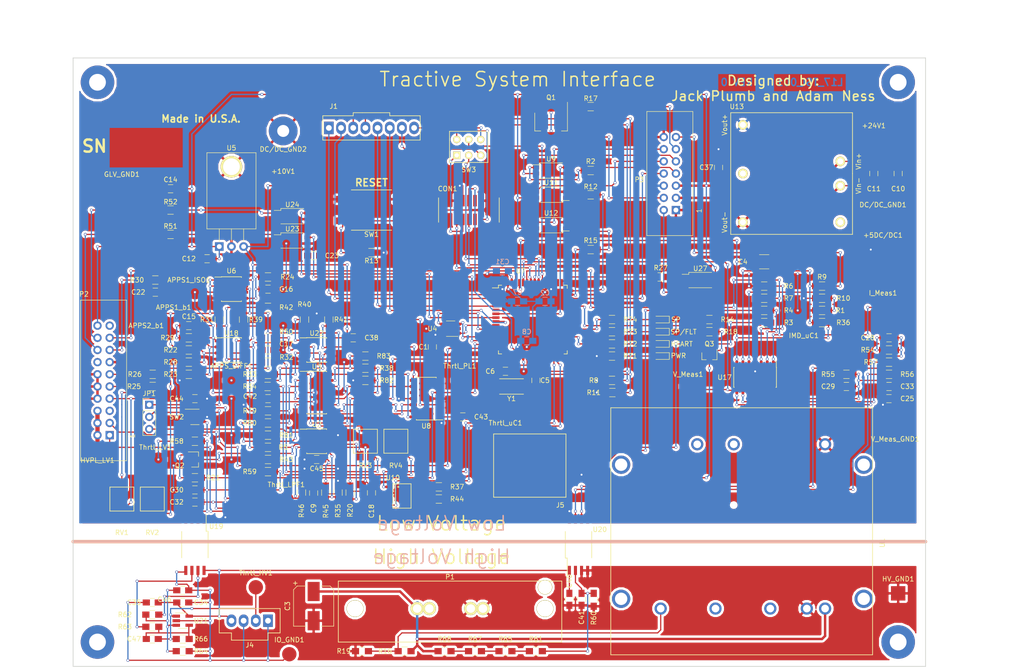
<source format=kicad_pcb>
(kicad_pcb (version 4) (host pcbnew 4.0.7)
  (title_block (title "Tractive System Interface") (rev 0.0) (company "Lafayette College") (comment 1 "Jack Plumb and Adam Ness"))
  (layers (0 F.Cu signal) (31 B.Cu signal) (34 B.Paste user) (35 F.Paste user) (36 B.SilkS user) (37 F.SilkS user) (38 B.Mask user) (39 F.Mask user) (44 Edge.Cuts user))
  (net 0 "")
  (net 1 CH_GND)
  (net 2 A1_LV)
  (net 3 A2_LV)
  (net 4 IMD_PWM)
  (net 5 /IMD)
  (net 6 "Net-(C4-Pad2)")
  (net 7 "Net-(C5-Pad1)")
  (net 8 "Net-(C6-Pad1)")
  (net 9 +24V)
  (net 10 +24V_RTN)
  (net 11 APPS1)
  (net 12 APPS2)
  (net 13 APPS1_10)
  (net 14 "Net-(C28-Pad2)")
  (net 15 "Net-(C29-Pad1)")
  (net 16 "Net-(C30-Pad1)")
  (net 17 "Net-(C31-Pad1)")
  (net 18 +5HV)
  (net 19 I/O_Ground)
  (net 20 HV-)
  (net 21 "Net-(C41-Pad1)")
  (net 22 "Net-(C46-Pad1)")
  (net 23 Throttle_HV)
  (net 24 "Net-(C47-Pad2)")
  (net 25 ~RESET_AVR)
  (net 26 TDI)
  (net 27 TMS)
  (net 28 TDO)
  (net 29 TCK)
  (net 30 "Net-(D1-Pad2)")
  (net 31 "Net-(D2-Pad2)")
  (net 32 "Net-(D3-Pad2)")
  (net 33 "Net-(D4-Pad2)")
  (net 34 CANL)
  (net 35 CANH)
  (net 36 AIRs+)
  (net 37 AIRs-)
  (net 38 IMD_Status)
  (net 39 Drive_BTN)
  (net 40 IMD_Fault_LED)
  (net 41 Drive_LED)
  (net 42 HVPL)
  (net 43 "Net-(Q1-Pad1)")
  (net 44 "Net-(Q2-Pad1)")
  (net 45 "Net-(Q2-Pad3)")
  (net 46 "Net-(Q3-Pad1)")
  (net 47 "Net-(R3-Pad1)")
  (net 48 /I_Measure)
  (net 49 SDA)
  (net 50 "Net-(R12-Pad1)")
  (net 51 "Net-(R15-Pad1)")
  (net 52 /ThrottlePlausibility/APPS1_ISO)
  (net 53 APPS2_5)
  (net 54 APPS1_RTN)
  (net 55 "Net-(R32-Pad1)")
  (net 56 "Net-(R33-Pad1)")
  (net 57 "Net-(R37-Pad1)")
  (net 58 "Net-(R38-Pad1)")
  (net 59 "Net-(R38-Pad2)")
  (net 60 "Net-(R39-Pad2)")
  (net 61 SCL)
  (net 62 BP)
  (net 63 "Net-(R57-Pad1)")
  (net 64 "Net-(R61-Pad2)")
  (net 65 "Net-(R63-Pad1)")
  (net 66 "Net-(R65-Pad2)")
  (net 67 "Net-(R67-Pad2)")
  (net 68 HV+)
  (net 69 "Net-(R79-Pad1)")
  (net 70 "Net-(R80-Pad2)")
  (net 71 /ThrottlePlausibility/Pedal_Out)
  (net 72 "Net-(U3-Pad1)")
  (net 73 "Net-(U3-Pad7)")
  (net 74 "Net-(U3-Pad8)")
  (net 75 UART_RX)
  (net 76 UART_TX)
  (net 77 Spare_OC)
  (net 78 Spare_ICP)
  (net 79 /Safety_Loop)
  (net 80 RTDS)
  (net 81 Spare_ADC_2)
  (net 82 Spare_ADC_1)
  (net 83 "Net-(C16-Pad1)")
  (net 84 "Net-(C22-Pad1)")
  (net 85 I_RTN)
  (net 86 BOT)
  (net 87 "Net-(R2-Pad2)")
  (net 88 "Net-(R4-Pad1)")
  (net 89 /I_ENB)
  (net 90 "Net-(R16-Pad1)")
  (net 91 /ThrottlePlausibility/APPS1_b)
  (net 92 "Net-(R22-Pad2)")
  (net 93 "Net-(R31-Pad2)")
  (net 94 /ThrottlePlausibility/APPS2_b)
  (net 95 "Net-(R40-Pad1)")
  (net 96 "Net-(R41-Pad1)")
  (net 97 "Net-(R51-Pad2)")
  (net 98 "Net-(R52-Pad2)")
  (net 99 /PIN55)
  (net 100 /PIN54)
  (net 101 "Net-(U3-Pad14)")
  (net 102 +5V)
  (net 103 "Net-(C15-Pad2)")
  (net 104 "Net-(R1-Pad2)")
  (net 105 "Net-(R56-Pad1)")
  (net 106 "Net-(R62-Pad1)")
  (net 107 /~SS)
  (net 108 /MISO)
  (net 109 /SCK)
  (net 110 "Net-(CON1-Pad8)")
  (net 111 "Net-(CON1-Pad7)")
  (net 112 "Net-(J5-Pad6)")
  (net 113 "Net-(J5-Pad1)")
  (net 114 "Net-(P2-Pad5)")
  (net 115 "Net-(P2-Pad14)")
  (net 116 "Net-(P2-Pad19)")
  (net 117 "Net-(U7-Pad4)")
  (net 118 "Net-(U7-Pad6)")
  (net 119 "Net-(U7-Pad12)")
  (net 120 "Net-(U7-Pad18)")
  (net 121 "Net-(U7-Pad19)")
  (net 122 "Net-(U7-Pad27)")
  (net 123 "Net-(U7-Pad28)")
  (net 124 "Net-(U7-Pad29)")
  (net 125 "Net-(U7-Pad32)")
  (net 126 "Net-(U7-Pad33)")
  (net 127 "Net-(U7-Pad34)")
  (net 128 "Net-(U7-Pad35)")
  (net 129 "Net-(U7-Pad39)")
  (net 130 "Net-(U7-Pad40)")
  (net 131 "Net-(U7-Pad41)")
  (net 132 "Net-(U7-Pad42)")
  (net 133 "Net-(U7-Pad43)")
  (net 134 "Net-(U7-Pad45)")
  (net 135 "Net-(U7-Pad50)")
  (net 136 "Net-(U7-Pad51)")
  (net 137 "Net-(U10-Pad5)")
  (net 138 "Net-(U13-Pad4)")
  (net 139 "Net-(U13-Pad6)")
  (net 140 CC_LED)
  (net 141 "Net-(R27-Pad1)")
  (net 142 "Net-(APPS_DIFF1-Pad1)")
  (net 143 /V_Measure)
  (net 144 /D_LED_CTRL)
  (net 145 /RTDS_CTRL)
  (net 146 /Throttle_PL)
  (net 147 "Net-(R25-Pad2)")
  (net 148 "Net-(R26-Pad1)")
  (net 149 /CC_LED_CTRL)
  (net 150 "Net-(R33-Pad2)")
  (net 151 "Net-(R34-Pad1)")
  (net 152 /Throttle_SEL)
  (net 153 /Throttle_LV)
  (net 154 /Heartbeat)
  (net 155 /Spare_Red)
  (net 156 /Spare_Blue)
  (net 157 "Net-(U1-Pad2)")
  (net 158 "Net-(U1-Pad3)")
  (net 159 "Net-(U1-Pad6)")
  (net 160 /BOT_uC)
  (net 161 /BP_uC)
  (net 162 /Throttle_uC)
  (net 163 /CANTX)
  (net 164 /CANRX)
  (net 165 "Net-(C9-Pad1)")
  (net 166 "Net-(C9-Pad2)")
  (net 167 "Net-(JP1-Pad2)")
  (net 168 "Net-(R35-Pad2)")
  (module custom_footprints:trim_pot (layer F.Cu) (at 91.44 109.22)
    (fp_text reference RV3 (at 0 5.08) (layer F.SilkS))
    (fp_text value 2k)
    (pad 2 smd rect (at 0 -3) (size 2 2) (layers F.Cu F.Paste F.Mask) (net 150 "Net-(R33-Pad2)"))
    (pad 3 smd rect (at -1.175 3) (size 1.6 2) (layers F.Cu F.Paste F.Mask) (net 150 "Net-(R33-Pad2)"))
    (pad 1 smd rect (at 1.175 3) (size 1.6 2) (layers F.Cu F.Paste F.Mask) (net 55 "Net-(R32-Pad1)"))
  )
  (module Housings_QFP:TQFP-64_14x14mm_Pitch0.8mm (layer F.Cu) (at 126.365 83.82)
    (fp_text reference U7 (at -2.54 -10.16) (layer F.SilkS))
    (fp_text value AT90CAN128-A)
    (pad 1 smd rect (at -7.7 -6) (size 1.5 0.55) (layers F.Cu F.Paste F.Mask))
    (pad 2 smd rect (at -7.7 -5.2) (size 1.5 0.55) (layers F.Cu F.Paste F.Mask) (net 75 UART_RX))
    (pad 3 smd rect (at -7.7 -4.4) (size 1.5 0.55) (layers F.Cu F.Paste F.Mask) (net 76 UART_TX))
    (pad 4 smd rect (at -7.7 -3.6) (size 1.5 0.55) (layers F.Cu F.Paste F.Mask) (net 117 "Net-(U7-Pad4)"))
    (pad 5 smd rect (at -7.7 -2.8) (size 1.5 0.55) (layers F.Cu F.Paste F.Mask) (net 77 Spare_OC))
    (pad 6 smd rect (at -7.7 -2) (size 1.5 0.55) (layers F.Cu F.Paste F.Mask) (net 118 "Net-(U7-Pad6)"))
    (pad 7 smd rect (at -7.7 -1.2) (size 1.5 0.55) (layers F.Cu F.Paste F.Mask) (net 79 /Safety_Loop))
    (pad 8 smd rect (at -7.7 -0.4) (size 1.5 0.55) (layers F.Cu F.Paste F.Mask) (net 160 /BOT_uC))
    (pad 9 smd rect (at -7.7 0.4) (size 1.5 0.55) (layers F.Cu F.Paste F.Mask) (net 78 Spare_ICP))
    (pad 10 smd rect (at -7.7 1.2) (size 1.5 0.55) (layers F.Cu F.Paste F.Mask) (net 107 /~SS))
    (pad 11 smd rect (at -7.7 2) (size 1.5 0.55) (layers F.Cu F.Paste F.Mask) (net 109 /SCK))
    (pad 12 smd rect (at -7.7 2.8) (size 1.5 0.55) (layers F.Cu F.Paste F.Mask) (net 119 "Net-(U7-Pad12)"))
    (pad 13 smd rect (at -7.7 3.6) (size 1.5 0.55) (layers F.Cu F.Paste F.Mask) (net 108 /MISO))
    (pad 14 smd rect (at -7.7 4.4) (size 1.5 0.55) (layers F.Cu F.Paste F.Mask) (net 161 /BP_uC))
    (pad 15 smd rect (at -7.7 5.2) (size 1.5 0.55) (layers F.Cu F.Paste F.Mask) (net 146 /Throttle_PL))
    (pad 16 smd rect (at -7.7 6) (size 1.5 0.55) (layers F.Cu F.Paste F.Mask) (net 152 /Throttle_SEL))
    (pad 17 smd rect (at -6 7.7 90) (size 1.5 0.55) (layers F.Cu F.Paste F.Mask) (net 162 /Throttle_uC))
    (pad 18 smd rect (at -5.2 7.7 90) (size 1.5 0.55) (layers F.Cu F.Paste F.Mask) (net 120 "Net-(U7-Pad18)"))
    (pad 19 smd rect (at -4.4 7.7 90) (size 1.5 0.55) (layers F.Cu F.Paste F.Mask) (net 121 "Net-(U7-Pad19)"))
    (pad 20 smd rect (at -3.6 7.7 90) (size 1.5 0.55) (layers F.Cu F.Paste F.Mask) (net 25 ~RESET_AVR))
    (pad 21 smd rect (at -2.8 7.7 90) (size 1.5 0.55) (layers F.Cu F.Paste F.Mask) (net 102 +5V))
    (pad 22 smd rect (at -2 7.7 90) (size 1.5 0.55) (layers F.Cu F.Paste F.Mask) (net 1 CH_GND))
    (pad 23 smd rect (at -1.2 7.7 90) (size 1.5 0.55) (layers F.Cu F.Paste F.Mask) (net 8 "Net-(C6-Pad1)"))
    (pad 24 smd rect (at -0.4 7.7 90) (size 1.5 0.55) (layers F.Cu F.Paste F.Mask) (net 7 "Net-(C5-Pad1)"))
    (pad 25 smd rect (at 0.4 7.7 90) (size 1.5 0.55) (layers F.Cu F.Paste F.Mask) (net 61 SCL))
    (pad 26 smd rect (at 1.2 7.7 90) (size 1.5 0.55) (layers F.Cu F.Paste F.Mask) (net 49 SDA))
    (pad 27 smd rect (at 2 7.7 90) (size 1.5 0.55) (layers F.Cu F.Paste F.Mask) (net 122 "Net-(U7-Pad27)"))
    (pad 28 smd rect (at 2.8 7.7 90) (size 1.5 0.55) (layers F.Cu F.Paste F.Mask) (net 123 "Net-(U7-Pad28)"))
    (pad 29 smd rect (at 3.6 7.7 90) (size 1.5 0.55) (layers F.Cu F.Paste F.Mask) (net 124 "Net-(U7-Pad29)"))
    (pad 30 smd rect (at 4.4 7.7 90) (size 1.5 0.55) (layers F.Cu F.Paste F.Mask) (net 163 /CANTX))
    (pad 31 smd rect (at 5.2 7.7 90) (size 1.5 0.55) (layers F.Cu F.Paste F.Mask) (net 164 /CANRX))
    (pad 32 smd rect (at 6 7.7 90) (size 1.5 0.55) (layers F.Cu F.Paste F.Mask) (net 125 "Net-(U7-Pad32)"))
    (pad 33 smd rect (at 7.7 6) (size 1.5 0.55) (layers F.Cu F.Paste F.Mask) (net 126 "Net-(U7-Pad33)"))
    (pad 34 smd rect (at 7.7 5.2) (size 1.5 0.55) (layers F.Cu F.Paste F.Mask) (net 127 "Net-(U7-Pad34)"))
    (pad 35 smd rect (at 7.7 4.4) (size 1.5 0.55) (layers F.Cu F.Paste F.Mask) (net 128 "Net-(U7-Pad35)"))
    (pad 36 smd rect (at 7.7 3.6) (size 1.5 0.55) (layers F.Cu F.Paste F.Mask) (net 154 /Heartbeat))
    (pad 37 smd rect (at 7.7 2.8) (size 1.5 0.55) (layers F.Cu F.Paste F.Mask) (net 155 /Spare_Red))
    (pad 38 smd rect (at 7.7 2) (size 1.5 0.55) (layers F.Cu F.Paste F.Mask) (net 156 /Spare_Blue))
    (pad 39 smd rect (at 7.7 1.2) (size 1.5 0.55) (layers F.Cu F.Paste F.Mask) (net 129 "Net-(U7-Pad39)"))
    (pad 40 smd rect (at 7.7 0.4) (size 1.5 0.55) (layers F.Cu F.Paste F.Mask) (net 130 "Net-(U7-Pad40)"))
    (pad 41 smd rect (at 7.7 -0.4) (size 1.5 0.55) (layers F.Cu F.Paste F.Mask) (net 131 "Net-(U7-Pad41)"))
    (pad 42 smd rect (at 7.7 -1.2) (size 1.5 0.55) (layers F.Cu F.Paste F.Mask) (net 132 "Net-(U7-Pad42)"))
    (pad 43 smd rect (at 7.7 -2) (size 1.5 0.55) (layers F.Cu F.Paste F.Mask) (net 133 "Net-(U7-Pad43)"))
    (pad 44 smd rect (at 7.7 -2.8) (size 1.5 0.55) (layers F.Cu F.Paste F.Mask) (net 89 /I_ENB))
    (pad 45 smd rect (at 7.7 -3.6) (size 1.5 0.55) (layers F.Cu F.Paste F.Mask) (net 134 "Net-(U7-Pad45)"))
    (pad 46 smd rect (at 7.7 -4.4) (size 1.5 0.55) (layers F.Cu F.Paste F.Mask) (net 39 Drive_BTN))
    (pad 47 smd rect (at 7.7 -5.2) (size 1.5 0.55) (layers F.Cu F.Paste F.Mask) (net 145 /RTDS_CTRL))
    (pad 48 smd rect (at 7.7 -6) (size 1.5 0.55) (layers F.Cu F.Paste F.Mask) (net 144 /D_LED_CTRL))
    (pad 49 smd rect (at 6 -7.7 90) (size 1.5 0.55) (layers F.Cu F.Paste F.Mask) (net 149 /CC_LED_CTRL))
    (pad 50 smd rect (at 5.2 -7.7 90) (size 1.5 0.55) (layers F.Cu F.Paste F.Mask) (net 135 "Net-(U7-Pad50)"))
    (pad 51 smd rect (at 4.4 -7.7 90) (size 1.5 0.55) (layers F.Cu F.Paste F.Mask) (net 136 "Net-(U7-Pad51)"))
    (pad 52 smd rect (at 3.6 -7.7 90) (size 1.5 0.55) (layers F.Cu F.Paste F.Mask) (net 102 +5V))
    (pad 53 smd rect (at 2.8 -7.7 90) (size 1.5 0.55) (layers F.Cu F.Paste F.Mask) (net 1 CH_GND))
    (pad 54 smd rect (at 2 -7.7 90) (size 1.5 0.55) (layers F.Cu F.Paste F.Mask) (net 100 /PIN54))
    (pad 55 smd rect (at 1.2 -7.7 90) (size 1.5 0.55) (layers F.Cu F.Paste F.Mask) (net 99 /PIN55))
    (pad 56 smd rect (at 0.4 -7.7 90) (size 1.5 0.55) (layers F.Cu F.Paste F.Mask) (net 27 TMS))
    (pad 57 smd rect (at -0.4 -7.7 90) (size 1.5 0.55) (layers F.Cu F.Paste F.Mask) (net 29 TCK))
    (pad 58 smd rect (at -1.2 -7.7 90) (size 1.5 0.55) (layers F.Cu F.Paste F.Mask) (net 48 /I_Measure))
    (pad 59 smd rect (at -2 -7.7 90) (size 1.5 0.55) (layers F.Cu F.Paste F.Mask) (net 143 /V_Measure))
    (pad 60 smd rect (at -2.8 -7.7 90) (size 1.5 0.55) (layers F.Cu F.Paste F.Mask) (net 5 /IMD))
    (pad 61 smd rect (at -3.6 -7.7 90) (size 1.5 0.55) (layers F.Cu F.Paste F.Mask) (net 12 APPS2))
    (pad 62 smd rect (at -4.4 -7.7 90) (size 1.5 0.55) (layers F.Cu F.Paste F.Mask) (net 17 "Net-(C31-Pad1)"))
    (pad 63 smd rect (at -5.2 -7.7 90) (size 1.5 0.55) (layers F.Cu F.Paste F.Mask) (net 1 CH_GND))
    (pad 64 smd rect (at -6 -7.7 90) (size 1.5 0.55) (layers F.Cu F.Paste F.Mask) (net 102 +5V))
  )
  (module Housings_SOIC:SOIC-14_3.9x8.7mm_Pitch1.27mm (layer F.Cu) (at 104.14 100.33 180)
    (fp_text reference U8 (at 0 -5.715 180) (layer F.SilkS))
    (fp_text value 74ACT11030)
    (pad 1 smd rect (at -2.7 -3.81 180) (size 1.5 0.6) (layers F.Cu F.Paste F.Mask) (net 102 +5V))
    (pad 2 smd rect (at -2.7 -2.54 180) (size 1.5 0.6) (layers F.Cu F.Paste F.Mask) (net 102 +5V))
    (pad 3 smd rect (at -2.7 -1.27 180) (size 1.5 0.6) (layers F.Cu F.Paste F.Mask) (net 95 "Net-(R40-Pad1)"))
    (pad 4 smd rect (at -2.7 0 180) (size 1.5 0.6) (layers F.Cu F.Paste F.Mask) (net 1 CH_GND))
    (pad 5 smd rect (at -2.7 1.27 180) (size 1.5 0.6) (layers F.Cu F.Paste F.Mask) (net 146 /Throttle_PL))
    (pad 6 smd rect (at -2.7 2.54 180) (size 1.5 0.6) (layers F.Cu F.Paste F.Mask))
    (pad 7 smd rect (at -2.7 3.81 180) (size 1.5 0.6) (layers F.Cu F.Paste F.Mask))
    (pad 8 smd rect (at 2.7 3.81 180) (size 1.5 0.6) (layers F.Cu F.Paste F.Mask) (net 96 "Net-(R41-Pad1)"))
    (pad 9 smd rect (at 2.7 2.54 180) (size 1.5 0.6) (layers F.Cu F.Paste F.Mask) (net 72 "Net-(U3-Pad1)"))
    (pad 10 smd rect (at 2.7 1.27 180) (size 1.5 0.6) (layers F.Cu F.Paste F.Mask))
    (pad 11 smd rect (at 2.7 0 180) (size 1.5 0.6) (layers F.Cu F.Paste F.Mask) (net 102 +5V))
    (pad 12 smd rect (at 2.7 -1.27 180) (size 1.5 0.6) (layers F.Cu F.Paste F.Mask) (net 73 "Net-(U3-Pad7)"))
    (pad 13 smd rect (at 2.7 -2.54 180) (size 1.5 0.6) (layers F.Cu F.Paste F.Mask) (net 74 "Net-(U3-Pad8)"))
    (pad 14 smd rect (at 2.7 -3.81 180) (size 1.5 0.6) (layers F.Cu F.Paste F.Mask) (net 101 "Net-(U3-Pad14)"))
  )
  (module Housings_SOIC:SOIC-8_3.9x4.9mm_Pitch1.27mm (layer F.Cu) (at 63.5 77.47)
    (fp_text reference U6 (at 0 -3.81) (layer F.SilkS))
    (fp_text value TS912)
    (pad 1 smd rect (at -2.7 -1.905) (size 1.55 0.6) (layers F.Cu F.Paste F.Mask) (net 91 /ThrottlePlausibility/APPS1_b))
    (pad 2 smd rect (at -2.7 -0.635) (size 1.55 0.6) (layers F.Cu F.Paste F.Mask) (net 91 /ThrottlePlausibility/APPS1_b))
    (pad 3 smd rect (at -2.7 0.635) (size 1.55 0.6) (layers F.Cu F.Paste F.Mask) (net 84 "Net-(C22-Pad1)"))
    (pad 4 smd rect (at -2.7 1.905) (size 1.55 0.6) (layers F.Cu F.Paste F.Mask) (net 1 CH_GND))
    (pad 5 smd rect (at 2.7 1.905) (size 1.55 0.6) (layers F.Cu F.Paste F.Mask) (net 83 "Net-(C16-Pad1)"))
    (pad 6 smd rect (at 2.7 0.635) (size 1.55 0.6) (layers F.Cu F.Paste F.Mask) (net 94 /ThrottlePlausibility/APPS2_b))
    (pad 7 smd rect (at 2.7 -0.635) (size 1.55 0.6) (layers F.Cu F.Paste F.Mask) (net 94 /ThrottlePlausibility/APPS2_b))
    (pad 8 smd rect (at 2.7 -1.905) (size 1.55 0.6) (layers F.Cu F.Paste F.Mask) (net 13 APPS1_10))
  )
  (module Capacitors_SMD:C_0805_HandSoldering (layer F.Cu) (at 136.525 142.22 270)
    (fp_text reference C41 (at 3.81 0 270) (layer F.SilkS))
    (fp_text value 100p)
    (pad 1 smd rect (at -1.25 0 270) (size 1.5 1.25) (layers F.Cu F.Paste F.Mask) (net 21 "Net-(C41-Pad1)"))
    (pad 2 smd rect (at 1.25 0 270) (size 1.5 1.25) (layers F.Cu F.Paste F.Mask) (net 20 HV-))
  )
  (module custom_footprints:Iso_Diff_Amp_ACPL (layer F.Cu) (at 135.89 130.81 90)
    (fp_text reference U20 (at 3.175 4.445 180) (layer F.SilkS))
    (fp_text value ACPL-C870)
    (pad 1 smd rect (at -5.3725 -1.905 90) (size 1.905 0.64) (layers F.Cu F.Paste F.Mask) (net 18 +5HV))
    (pad 2 smd rect (at -5.3725 -0.635 90) (size 1.905 0.64) (layers F.Cu F.Paste F.Mask) (net 21 "Net-(C41-Pad1)"))
    (pad 3 smd rect (at -5.3725 0.635 90) (size 1.905 0.64) (layers F.Cu F.Paste F.Mask) (net 20 HV-))
    (pad 4 smd rect (at -5.3725 1.905 90) (size 1.905 0.64) (layers F.Cu F.Paste F.Mask) (net 20 HV-))
    (pad 5 smd rect (at 5.3725 1.905 90) (size 1.905 0.65) (layers F.Cu F.Paste F.Mask) (net 1 CH_GND))
    (pad 6 smd rect (at 5.3725 0.635 90) (size 1.905 0.65) (layers F.Cu F.Paste F.Mask) (net 63 "Net-(R57-Pad1)"))
    (pad 7 smd rect (at 5.3725 -0.635 90) (size 1.905 0.64) (layers F.Cu F.Paste F.Mask) (net 105 "Net-(R56-Pad1)"))
    (pad 8 smd rect (at 5.3725 -1.905 90) (size 1.905 0.64) (layers F.Cu F.Paste F.Mask) (net 102 +5V))
  )
  (module Capacitors_SMD:C_1210_HandSoldering (layer F.Cu) (at 174.625 71.755)
    (fp_text reference C4 (at -4.445 0) (layer F.SilkS))
    (fp_text value 47u)
    (pad 1 smd rect (at -2 0) (size 2 2.5) (layers F.Cu F.Paste F.Mask) (net 5 /IMD))
    (pad 2 smd rect (at 2 0) (size 2 2.5) (layers F.Cu F.Paste F.Mask) (net 6 "Net-(C4-Pad2)"))
  )
  (module Capacitors_SMD:C_0805_HandSoldering (layer F.Cu) (at 127 96.52 270)
    (fp_text reference C5 (at 0 -1.905 360) (layer F.SilkS))
    (fp_text value 10p)
    (pad 1 smd rect (at -1.25 0 270) (size 1.5 1.25) (layers F.Cu F.Paste F.Mask) (net 7 "Net-(C5-Pad1)"))
    (pad 2 smd rect (at 1.25 0 270) (size 1.5 1.25) (layers F.Cu F.Paste F.Mask) (net 1 CH_GND))
  )
  (module Capacitors_SMD:C_0805_HandSoldering (layer F.Cu) (at 120.65 94.615)
    (fp_text reference C6 (at -3.175 0) (layer F.SilkS))
    (fp_text value 10p)
    (pad 1 smd rect (at -1.25 0) (size 1.5 1.25) (layers F.Cu F.Paste F.Mask) (net 8 "Net-(C6-Pad1)"))
    (pad 2 smd rect (at 1.25 0) (size 1.5 1.25) (layers F.Cu F.Paste F.Mask) (net 1 CH_GND))
  )
  (module Capacitors_SMD:C_0805_HandSoldering (layer F.Cu) (at 202.565 53.34 270)
    (fp_text reference C10 (at 3.175 0 360) (layer F.SilkS))
    (fp_text value 10uF)
    (pad 1 smd rect (at -1.25 0 270) (size 1.5 1.25) (layers F.Cu F.Paste F.Mask) (net 9 +24V))
    (pad 2 smd rect (at 1.25 0 270) (size 1.5 1.25) (layers F.Cu F.Paste F.Mask) (net 10 +24V_RTN))
  )
  (module Capacitors_SMD:C_0805_HandSoldering (layer F.Cu) (at 197.485 53.34 270)
    (fp_text reference C11 (at 3.175 0 360) (layer F.SilkS))
    (fp_text value 10uF)
    (pad 1 smd rect (at -1.25 0 270) (size 1.5 1.25) (layers F.Cu F.Paste F.Mask) (net 9 +24V))
    (pad 2 smd rect (at 1.25 0 270) (size 1.5 1.25) (layers F.Cu F.Paste F.Mask) (net 10 +24V_RTN))
  )
  (module Capacitors_SMD:C_0805_HandSoldering (layer F.Cu) (at 58.42 71.12 180)
    (fp_text reference C12 (at 3.81 0 180) (layer F.SilkS))
    (fp_text value 0.1u)
    (pad 1 smd rect (at -1.25 0 180) (size 1.5 1.25) (layers F.Cu F.Paste F.Mask) (net 9 +24V))
    (pad 2 smd rect (at 1.25 0 180) (size 1.5 1.25) (layers F.Cu F.Paste F.Mask) (net 1 CH_GND))
  )
  (module Capacitors_SMD:C_0805_HandSoldering (layer F.Cu) (at 50.8 56.515 180)
    (fp_text reference C14 (at 0 1.905 180) (layer F.SilkS))
    (fp_text value 0.1u)
    (pad 1 smd rect (at -1.25 0 180) (size 1.5 1.25) (layers F.Cu F.Paste F.Mask) (net 9 +24V))
    (pad 2 smd rect (at 1.25 0 180) (size 1.5 1.25) (layers F.Cu F.Paste F.Mask) (net 1 CH_GND))
  )
  (module Capacitors_SMD:C_0805_HandSoldering (layer F.Cu) (at 54.61 85.09 180)
    (fp_text reference C15 (at 0 1.905 180) (layer F.SilkS))
    (fp_text value 0.1u)
    (pad 1 smd rect (at -1.25 0 180) (size 1.5 1.25) (layers F.Cu F.Paste F.Mask) (net 52 /ThrottlePlausibility/APPS1_ISO))
    (pad 2 smd rect (at 1.25 0 180) (size 1.5 1.25) (layers F.Cu F.Paste F.Mask) (net 103 "Net-(C15-Pad2)"))
  )
  (module Capacitors_SMD:C_0805_HandSoldering (layer F.Cu) (at 71.12 77.47)
    (fp_text reference C16 (at 3.81 0) (layer F.SilkS))
    (fp_text value 0.1u)
    (pad 1 smd rect (at -1.25 0) (size 1.5 1.25) (layers F.Cu F.Paste F.Mask) (net 83 "Net-(C16-Pad1)"))
    (pad 2 smd rect (at 1.25 0) (size 1.5 1.25) (layers F.Cu F.Paste F.Mask) (net 1 CH_GND))
  )
  (module Capacitors_SMD:C_0805_HandSoldering (layer F.Cu) (at 71.12 90.17)
    (fp_text reference C17 (at 3.81 -1.27) (layer F.SilkS))
    (fp_text value 0.1u)
    (pad 1 smd rect (at -1.25 0) (size 1.5 1.25) (layers F.Cu F.Paste F.Mask) (net 13 APPS1_10))
    (pad 2 smd rect (at 1.25 0) (size 1.5 1.25) (layers F.Cu F.Paste F.Mask) (net 1 CH_GND))
  )
  (module Capacitors_SMD:C_0805_HandSoldering (layer F.Cu) (at 92.71 119.995 90)
    (fp_text reference C18 (at -3.83 0 90) (layer F.SilkS))
    (fp_text value 0.1u)
    (pad 1 smd rect (at -1.25 0 90) (size 1.5 1.25) (layers F.Cu F.Paste F.Mask) (net 102 +5V))
    (pad 2 smd rect (at 1.25 0 90) (size 1.5 1.25) (layers F.Cu F.Paste F.Mask) (net 1 CH_GND))
  )
  (module Capacitors_SMD:C_0805_HandSoldering (layer F.Cu) (at 47.625 78.105 180)
    (fp_text reference C22 (at 3.556 0 180) (layer F.SilkS))
    (fp_text value 0.1u)
    (pad 1 smd rect (at -1.25 0 180) (size 1.5 1.25) (layers F.Cu F.Paste F.Mask) (net 84 "Net-(C22-Pad1)"))
    (pad 2 smd rect (at 1.25 0 180) (size 1.5 1.25) (layers F.Cu F.Paste F.Mask) (net 1 CH_GND))
  )
  (module Capacitors_SMD:C_0805_HandSoldering (layer F.Cu) (at 80.645 70.485)
    (fp_text reference C23 (at 3.81 0) (layer F.SilkS))
    (fp_text value 0.1u)
    (pad 1 smd rect (at -1.25 0) (size 1.5 1.25) (layers F.Cu F.Paste F.Mask) (net 13 APPS1_10))
    (pad 2 smd rect (at 1.25 0) (size 1.5 1.25) (layers F.Cu F.Paste F.Mask) (net 1 CH_GND))
  )
  (module Capacitors_SMD:C_0805_HandSoldering (layer F.Cu) (at 200.64 100.33)
    (fp_text reference C25 (at 3.83 0 180) (layer F.SilkS))
    (fp_text value 0.1u)
    (pad 1 smd rect (at -1.25 0) (size 1.5 1.25) (layers F.Cu F.Paste F.Mask) (net 102 +5V))
    (pad 2 smd rect (at 1.25 0) (size 1.5 1.25) (layers F.Cu F.Paste F.Mask) (net 1 CH_GND))
  )
  (module Capacitors_SMD:C_0805_HandSoldering (layer F.Cu) (at 200.66 87.63)
    (fp_text reference C28 (at -4.445 0) (layer F.SilkS))
    (fp_text value 100p)
    (pad 1 smd rect (at -1.25 0) (size 1.5 1.25) (layers F.Cu F.Paste F.Mask) (net 143 /V_Measure))
    (pad 2 smd rect (at 1.25 0) (size 1.5 1.25) (layers F.Cu F.Paste F.Mask) (net 14 "Net-(C28-Pad2)"))
  )
  (module Capacitors_SMD:C_0805_HandSoldering (layer F.Cu) (at 191.77 97.79 180)
    (fp_text reference C29 (at 3.81 0 180) (layer F.SilkS))
    (fp_text value 100p)
    (pad 1 smd rect (at -1.25 0 180) (size 1.5 1.25) (layers F.Cu F.Paste F.Mask) (net 15 "Net-(C29-Pad1)"))
    (pad 2 smd rect (at 1.25 0 180) (size 1.5 1.25) (layers F.Cu F.Paste F.Mask) (net 1 CH_GND))
  )
  (module Capacitors_SMD:C_0805_HandSoldering (layer F.Cu) (at 55.88 119.38 180)
    (fp_text reference C30 (at 3.81 0 180) (layer F.SilkS))
    (fp_text value 100p)
    (pad 1 smd rect (at -1.25 0 180) (size 1.5 1.25) (layers F.Cu F.Paste F.Mask) (net 16 "Net-(C30-Pad1)"))
    (pad 2 smd rect (at 1.25 0 180) (size 1.5 1.25) (layers F.Cu F.Paste F.Mask) (net 1 CH_GND))
  )
  (module Capacitors_SMD:C_0805_HandSoldering (layer B.Cu) (at 120.015 73.66 180)
    (fp_text reference C31 (at 0 1.905 180) (layer B.SilkS) (effects (justify mirror)))
    (fp_text value 0.1u)
    (pad 1 smd rect (at -1.25 0 180) (size 1.5 1.25) (layers B.Cu B.Paste B.Mask) (net 17 "Net-(C31-Pad1)"))
    (pad 2 smd rect (at 1.25 0 180) (size 1.5 1.25) (layers B.Cu B.Paste B.Mask) (net 1 CH_GND))
  )
  (module Capacitors_SMD:C_0805_HandSoldering (layer F.Cu) (at 55.88 121.92 180)
    (fp_text reference C32 (at 3.81 0 180) (layer F.SilkS))
    (fp_text value 0.1u)
    (pad 1 smd rect (at -1.25 0 180) (size 1.5 1.25) (layers F.Cu F.Paste F.Mask) (net 102 +5V))
    (pad 2 smd rect (at 1.25 0 180) (size 1.5 1.25) (layers F.Cu F.Paste F.Mask) (net 1 CH_GND))
  )
  (module Capacitors_SMD:C_0805_HandSoldering (layer F.Cu) (at 200.66 97.79)
    (fp_text reference C33 (at 3.81 0) (layer F.SilkS))
    (fp_text value 0.1u)
    (pad 1 smd rect (at -1.25 0) (size 1.5 1.25) (layers F.Cu F.Paste F.Mask) (net 102 +5V))
    (pad 2 smd rect (at 1.25 0) (size 1.5 1.25) (layers F.Cu F.Paste F.Mask) (net 1 CH_GND))
  )
  (module Capacitors_SMD:C_0805_HandSoldering (layer F.Cu) (at 53.34 142.875)
    (fp_text reference C34 (at 3.81 0) (layer F.SilkS))
    (fp_text value 0.1u)
    (pad 1 smd rect (at -1.25 0) (size 1.5 1.25) (layers F.Cu F.Paste F.Mask) (net 18 +5HV))
    (pad 2 smd rect (at 1.25 0) (size 1.5 1.25) (layers F.Cu F.Paste F.Mask) (net 19 I/O_Ground))
  )
  (module Capacitors_SMD:C_0805_HandSoldering (layer F.Cu) (at 46.99 142.875 180)
    (fp_text reference C35 (at 3.81 0 180) (layer F.SilkS))
    (fp_text value 0.1u)
    (pad 1 smd rect (at -1.25 0 180) (size 1.5 1.25) (layers F.Cu F.Paste F.Mask) (net 18 +5HV))
    (pad 2 smd rect (at 1.25 0 180) (size 1.5 1.25) (layers F.Cu F.Paste F.Mask) (net 19 I/O_Ground))
  )
  (module Capacitors_SMD:C_0805_HandSoldering (layer F.Cu) (at 165.1 52.07 270)
    (fp_text reference C37 (at 0 2.54 360) (layer F.SilkS))
    (fp_text value 0.1u)
    (pad 1 smd rect (at -1.25 0 270) (size 1.5 1.25) (layers F.Cu F.Paste F.Mask) (net 102 +5V))
    (pad 2 smd rect (at 1.25 0 270) (size 1.5 1.25) (layers F.Cu F.Paste F.Mask) (net 1 CH_GND))
  )
  (module Capacitors_SMD:C_0805_HandSoldering (layer F.Cu) (at 88.9 87.63)
    (fp_text reference C38 (at 3.81 0) (layer F.SilkS))
    (fp_text value 0.1u)
    (pad 1 smd rect (at -1.25 0) (size 1.5 1.25) (layers F.Cu F.Paste F.Mask) (net 13 APPS1_10))
    (pad 2 smd rect (at 1.25 0) (size 1.5 1.25) (layers F.Cu F.Paste F.Mask) (net 1 CH_GND))
  )
  (module Capacitors_SMD:C_0805_HandSoldering (layer F.Cu) (at 133.985 142.22 270)
    (fp_text reference C40 (at -3.81 0 270) (layer F.SilkS))
    (fp_text value 0.1u)
    (pad 1 smd rect (at -1.25 0 270) (size 1.5 1.25) (layers F.Cu F.Paste F.Mask) (net 18 +5HV))
    (pad 2 smd rect (at 1.25 0 270) (size 1.5 1.25) (layers F.Cu F.Paste F.Mask) (net 20 HV-))
  )
  (module Capacitors_SMD:C_0805_HandSoldering (layer F.Cu) (at 71.12 100.33 180)
    (fp_text reference C42 (at 3.7338 0.4826 180) (layer F.SilkS))
    (fp_text value 0.1u)
    (pad 1 smd rect (at -1.25 0 180) (size 1.5 1.25) (layers F.Cu F.Paste F.Mask) (net 102 +5V))
    (pad 2 smd rect (at 1.25 0 180) (size 1.5 1.25) (layers F.Cu F.Paste F.Mask) (net 1 CH_GND))
  )
  (module Capacitors_SMD:C_0805_HandSoldering (layer F.Cu) (at 111.76 104.14)
    (fp_text reference C43 (at 3.81 0) (layer F.SilkS))
    (fp_text value 0.1u)
    (pad 1 smd rect (at -1.25 0) (size 1.5 1.25) (layers F.Cu F.Paste F.Mask) (net 102 +5V))
    (pad 2 smd rect (at 1.25 0) (size 1.5 1.25) (layers F.Cu F.Paste F.Mask) (net 1 CH_GND))
  )
  (module Capacitors_SMD:C_0805_HandSoldering (layer F.Cu) (at 55.88 100.33 180)
    (fp_text reference C44 (at 3.81 0 180) (layer F.SilkS))
    (fp_text value 0.1u)
    (pad 1 smd rect (at -1.25 0 180) (size 1.5 1.25) (layers F.Cu F.Paste F.Mask) (net 102 +5V))
    (pad 2 smd rect (at 1.25 0 180) (size 1.5 1.25) (layers F.Cu F.Paste F.Mask) (net 1 CH_GND))
  )
  (module Capacitors_SMD:C_0805_HandSoldering (layer F.Cu) (at 81.28 113.03)
    (fp_text reference C45 (at 0 1.905) (layer F.SilkS))
    (fp_text value 0.1u)
    (pad 1 smd rect (at -1.25 0) (size 1.5 1.25) (layers F.Cu F.Paste F.Mask) (net 102 +5V))
    (pad 2 smd rect (at 1.25 0) (size 1.5 1.25) (layers F.Cu F.Paste F.Mask) (net 1 CH_GND))
  )
  (module Capacitors_SMD:C_0805_HandSoldering (layer F.Cu) (at 53.34 140.335)
    (fp_text reference C46 (at -3.81 1.905) (layer F.SilkS))
    (fp_text value 100p)
    (pad 1 smd rect (at -1.25 0) (size 1.5 1.25) (layers F.Cu F.Paste F.Mask) (net 22 "Net-(C46-Pad1)"))
    (pad 2 smd rect (at 1.25 0) (size 1.5 1.25) (layers F.Cu F.Paste F.Mask) (net 19 I/O_Ground))
  )
  (module Capacitors_SMD:C_0805_HandSoldering (layer F.Cu) (at 46.99 150.495 180)
    (fp_text reference C47 (at 3.81 0 180) (layer F.SilkS))
    (fp_text value 100p)
    (pad 1 smd rect (at -1.25 0 180) (size 1.5 1.25) (layers F.Cu F.Paste F.Mask) (net 23 Throttle_HV))
    (pad 2 smd rect (at 1.25 0 180) (size 1.5 1.25) (layers F.Cu F.Paste F.Mask) (net 24 "Net-(C47-Pad2)"))
  )
  (module custom_footprints:JTAG (layer F.Cu) (at 113.03 60.96 180)
    (fp_text reference CON1 (at 4.445 4.445 180) (layer F.SilkS))
    (fp_text value AVR-JTAG-10)
    (pad 4 smd rect (at 1.27 1.95 180) (size 0.76 2.4) (layers F.Cu F.Paste F.Mask) (net 102 +5V))
    (pad 6 smd rect (at 0 1.95 180) (size 0.76 2.4) (layers F.Cu F.Paste F.Mask) (net 25 ~RESET_AVR))
    (pad 2 smd rect (at 2.54 1.95 180) (size 0.76 2.4) (layers F.Cu F.Paste F.Mask) (net 1 CH_GND))
    (pad 10 smd rect (at -2.54 1.95 180) (size 0.76 2.4) (layers F.Cu F.Paste F.Mask) (net 1 CH_GND))
    (pad 8 smd rect (at -1.27 1.95 180) (size 0.76 2.4) (layers F.Cu F.Paste F.Mask) (net 110 "Net-(CON1-Pad8)"))
    (pad 9 smd rect (at -2.54 -1.95 180) (size 0.76 2.4) (layers F.Cu F.Paste F.Mask) (net 26 TDI))
    (pad 7 smd rect (at -1.27 -1.95 180) (size 0.76 2.4) (layers F.Cu F.Paste F.Mask) (net 111 "Net-(CON1-Pad7)"))
    (pad 5 smd rect (at 0 -1.95 180) (size 0.76 2.4) (layers F.Cu F.Paste F.Mask) (net 27 TMS))
    (pad 3 smd rect (at 1.27 -1.95 180) (size 0.76 2.4) (layers F.Cu F.Paste F.Mask) (net 28 TDO))
    (pad 1 smd rect (at 2.54 -1.95 180) (size 0.76 2.4) (layers F.Cu F.Paste F.Mask) (net 29 TCK))
  )
  (module LEDs:LED_0805 (layer F.Cu) (at 153.035 91.44 180)
    (fp_text reference D1 hide)
    (fp_text value Power)
    (pad 2 smd rect (at 1.1 0) (size 1.2 1.2) (layers F.Cu F.Paste F.Mask) (net 30 "Net-(D1-Pad2)"))
    (pad 1 smd rect (at -1.1 0) (size 1.2 1.2) (layers F.Cu F.Paste F.Mask) (net 1 CH_GND))
  )
  (module LEDs:LED_0805 (layer F.Cu) (at 153.035 88.9 180)
    (fp_text reference D2 hide)
    (fp_text value Heartbeat)
    (pad 2 smd rect (at 1.1 0) (size 1.2 1.2) (layers F.Cu F.Paste F.Mask) (net 31 "Net-(D2-Pad2)"))
    (pad 1 smd rect (at -1.1 0) (size 1.2 1.2) (layers F.Cu F.Paste F.Mask) (net 1 CH_GND))
  )
  (module LEDs:LED_0805 (layer F.Cu) (at 153.035 86.36 180)
    (fp_text reference D3 hide)
    (fp_text value Spare/Fault)
    (pad 2 smd rect (at 1.1 0) (size 1.2 1.2) (layers F.Cu F.Paste F.Mask) (net 32 "Net-(D3-Pad2)"))
    (pad 1 smd rect (at -1.1 0) (size 1.2 1.2) (layers F.Cu F.Paste F.Mask) (net 1 CH_GND))
  )
  (module LEDs:LED_0805 (layer F.Cu) (at 153.035 83.82 180)
    (fp_text reference D4 hide)
    (fp_text value Spare)
    (pad 2 smd rect (at 1.1 0) (size 1.2 1.2) (layers F.Cu F.Paste F.Mask) (net 33 "Net-(D4-Pad2)"))
    (pad 1 smd rect (at -1.1 0) (size 1.2 1.2) (layers F.Cu F.Paste F.Mask) (net 1 CH_GND))
  )
  (module custom_footprints:MOLEX_RJ11 (layer F.Cu) (at 125.73 114.3 90)
    (fp_text reference J5 (at -8.255 6.35 180) (layer F.SilkS))
    (fp_text value RJ12)
    (pad 6 smd rect (at -3.175 7.9 90) (size 0.76 5) (layers F.Cu F.Paste F.Mask) (net 112 "Net-(J5-Pad6)"))
    (pad 1 smd rect (at 3.175 7.9 90) (size 0.76 5) (layers F.Cu F.Paste F.Mask) (net 113 "Net-(J5-Pad1)"))
    (pad 2 smd rect (at 1.905 7.9 90) (size 0.76 5) (layers F.Cu F.Paste F.Mask) (net 2 A1_LV))
    (pad 3 smd rect (at 0.635 7.9 90) (size 0.76 5) (layers F.Cu F.Paste F.Mask) (net 3 A2_LV))
    (pad 4 smd rect (at -0.635 7.9 90) (size 0.76 5) (layers F.Cu F.Paste F.Mask) (net 85 I_RTN))
    (pad 0 smd rect (at 0 -8.15 90) (size 8.8 4.5) (layers F.Cu F.Paste F.Mask))
    (pad 5 smd rect (at -1.905 7.9 90) (size 0.76 5) (layers F.Cu F.Paste F.Mask) (net 102 +5V))
  )
  (module TO_SOT_Packages_SMD:SOT-23 (layer F.Cu) (at 55.88 113.03)
    (fp_text reference Q2 (at -3.175 1.27 180) (layer F.SilkS))
    (fp_text value MMBF170)
    (pad 1 smd rect (at -1 -0.95) (size 0.9 0.8) (layers F.Cu F.Paste F.Mask) (net 44 "Net-(Q2-Pad1)"))
    (pad 2 smd rect (at -1 0.95) (size 0.9 0.8) (layers F.Cu F.Paste F.Mask) (net 1 CH_GND))
    (pad 3 smd rect (at 1 0) (size 0.9 0.8) (layers F.Cu F.Paste F.Mask) (net 45 "Net-(Q2-Pad3)"))
  )
  (module TO_SOT_Packages_SMD:SOT-23 (layer F.Cu) (at 163.195 91.44 270)
    (fp_text reference Q3 (at -2.54 0 360) (layer F.SilkS))
    (fp_text value MMBF170)
    (pad 1 smd rect (at -1 -0.95 270) (size 0.9 0.8) (layers F.Cu F.Paste F.Mask) (net 46 "Net-(Q3-Pad1)"))
    (pad 2 smd rect (at -1 0.95 270) (size 0.9 0.8) (layers F.Cu F.Paste F.Mask) (net 1 CH_GND))
    (pad 3 smd rect (at 1 0 270) (size 0.9 0.8) (layers F.Cu F.Paste F.Mask) (net 85 I_RTN))
  )
  (module Resistors_SMD:R_0805_HandSoldering (layer F.Cu) (at 186.69 81.915)
    (fp_text reference R1 (at 3.81 0) (layer F.SilkS))
    (fp_text value 665k)
    (pad 1 smd rect (at -1.35 0) (size 1.5 1.3) (layers F.Cu F.Paste F.Mask) (net 1 CH_GND))
    (pad 2 smd rect (at 1.35 0) (size 1.5 1.3) (layers F.Cu F.Paste F.Mask) (net 104 "Net-(R1-Pad2)"))
  )
  (module Resistors_SMD:R_0805_HandSoldering (layer F.Cu) (at 138.43 52.705 180)
    (fp_text reference R2 (at 0 1.905 180) (layer F.SilkS))
    (fp_text value 250k)
    (pad 1 smd rect (at -1.35 0 180) (size 1.5 1.3) (layers F.Cu F.Paste F.Mask) (net 36 AIRs+))
    (pad 2 smd rect (at 1.35 0 180) (size 1.5 1.3) (layers F.Cu F.Paste F.Mask) (net 87 "Net-(R2-Pad2)"))
  )
  (module Resistors_SMD:R_0805_HandSoldering (layer F.Cu) (at 174.625 84.455 180)
    (fp_text reference R3 (at -5.08 0 180) (layer F.SilkS))
    (fp_text value 10k)
    (pad 1 smd rect (at -1.35 0 180) (size 1.5 1.3) (layers F.Cu F.Paste F.Mask) (net 47 "Net-(R3-Pad1)"))
    (pad 2 smd rect (at 1.35 0 180) (size 1.5 1.3) (layers F.Cu F.Paste F.Mask) (net 2 A1_LV))
  )
  (module Resistors_SMD:R_0805_HandSoldering (layer F.Cu) (at 174.625 81.915 180)
    (fp_text reference R4 (at -5.08 0 180) (layer F.SilkS))
    (fp_text value 10k)
    (pad 1 smd rect (at -1.35 0 180) (size 1.5 1.3) (layers F.Cu F.Paste F.Mask) (net 88 "Net-(R4-Pad1)"))
    (pad 2 smd rect (at 1.35 0 180) (size 1.5 1.3) (layers F.Cu F.Paste F.Mask) (net 3 A2_LV))
  )
  (module Resistors_SMD:R_0805_HandSoldering (layer F.Cu) (at 174.625 76.835)
    (fp_text reference R6 (at 5.08 0) (layer F.SilkS))
    (fp_text value 10k)
    (pad 1 smd rect (at -1.35 0) (size 1.5 1.3) (layers F.Cu F.Paste F.Mask) (net 1 CH_GND))
    (pad 2 smd rect (at 1.35 0) (size 1.5 1.3) (layers F.Cu F.Paste F.Mask) (net 47 "Net-(R3-Pad1)"))
  )
  (module Resistors_SMD:R_0805_HandSoldering (layer F.Cu) (at 174.625 79.375 180)
    (fp_text reference R7 (at -5.08 0 180) (layer F.SilkS))
    (fp_text value 10k)
    (pad 1 smd rect (at -1.35 0 180) (size 1.5 1.3) (layers F.Cu F.Paste F.Mask) (net 48 /I_Measure))
    (pad 2 smd rect (at 1.35 0 180) (size 1.5 1.3) (layers F.Cu F.Paste F.Mask) (net 88 "Net-(R4-Pad1)"))
  )
  (module Resistors_SMD:R_0805_HandSoldering (layer F.Cu) (at 142.875 96.52 180)
    (fp_text reference R8 (at 3.81 0 360) (layer F.SilkS))
    (fp_text value 10k)
    (pad 1 smd rect (at -1.35 0 180) (size 1.5 1.3) (layers F.Cu F.Paste F.Mask) (net 49 SDA))
    (pad 2 smd rect (at 1.35 0 180) (size 1.5 1.3) (layers F.Cu F.Paste F.Mask) (net 102 +5V))
  )
  (module Resistors_SMD:R_0805_HandSoldering (layer F.Cu) (at 186.69 76.835)
    (fp_text reference R9 (at 0 -1.905) (layer F.SilkS))
    (fp_text value 665k)
    (pad 1 smd rect (at -1.35 0) (size 1.5 1.3) (layers F.Cu F.Paste F.Mask) (net 6 "Net-(C4-Pad2)"))
    (pad 2 smd rect (at 1.35 0) (size 1.5 1.3) (layers F.Cu F.Paste F.Mask) (net 4 IMD_PWM))
  )
  (module Resistors_SMD:R_0805_HandSoldering (layer F.Cu) (at 186.69 79.375)
    (fp_text reference R10 (at 4.445 0) (layer F.SilkS))
    (fp_text value 137k)
    (pad 1 smd rect (at -1.35 0) (size 1.5 1.3) (layers F.Cu F.Paste F.Mask) (net 102 +5V))
    (pad 2 smd rect (at 1.35 0) (size 1.5 1.3) (layers F.Cu F.Paste F.Mask) (net 104 "Net-(R1-Pad2)"))
  )
  (module Resistors_SMD:R_0805_HandSoldering (layer F.Cu) (at 142.955 99.06 180)
    (fp_text reference R11 (at 3.89 0 360) (layer F.SilkS))
    (fp_text value 10k)
    (pad 1 smd rect (at -1.35 0 180) (size 1.5 1.3) (layers F.Cu F.Paste F.Mask) (net 61 SCL))
    (pad 2 smd rect (at 1.35 0 180) (size 1.5 1.3) (layers F.Cu F.Paste F.Mask) (net 102 +5V))
  )
  (module Resistors_SMD:R_0805_HandSoldering (layer F.Cu) (at 138.43 57.785)
    (fp_text reference R12 (at 0 -1.7) (layer F.SilkS))
    (fp_text value 150)
    (pad 1 smd rect (at -1.35 0) (size 1.5 1.3) (layers F.Cu F.Paste F.Mask) (net 50 "Net-(R12-Pad1)"))
    (pad 2 smd rect (at 1.35 0) (size 1.5 1.3) (layers F.Cu F.Paste F.Mask) (net 144 /D_LED_CTRL))
  )
  (module Resistors_SMD:R_0805_HandSoldering (layer F.Cu) (at 92.71 69.85 180)
    (fp_text reference R13 (at 0 -1.7 180) (layer F.SilkS))
    (fp_text value 10k)
    (pad 1 smd rect (at -1.35 0 180) (size 1.5 1.3) (layers F.Cu F.Paste F.Mask) (net 102 +5V))
    (pad 2 smd rect (at 1.35 0 180) (size 1.5 1.3) (layers F.Cu F.Paste F.Mask) (net 25 ~RESET_AVR))
  )
  (module Resistors_SMD:R_0805_HandSoldering (layer F.Cu) (at 163.195 83.82 180)
    (fp_text reference R14 (at -3.81 0 180) (layer F.SilkS))
    (fp_text value 10k)
    (pad 1 smd rect (at -1.35 0 180) (size 1.5 1.3) (layers F.Cu F.Paste F.Mask) (net 46 "Net-(Q3-Pad1)"))
    (pad 2 smd rect (at 1.35 0 180) (size 1.5 1.3) (layers F.Cu F.Paste F.Mask) (net 89 /I_ENB))
  )
  (module Resistors_SMD:R_0805_HandSoldering (layer F.Cu) (at 138.43 69.215 180)
    (fp_text reference R15 (at 0 1.905 180) (layer F.SilkS))
    (fp_text value 150)
    (pad 1 smd rect (at -1.35 0 180) (size 1.5 1.3) (layers F.Cu F.Paste F.Mask) (net 51 "Net-(R15-Pad1)"))
    (pad 2 smd rect (at 1.35 0 180) (size 1.5 1.3) (layers F.Cu F.Paste F.Mask) (net 145 /RTDS_CTRL))
  )
  (module Resistors_SMD:R_0805_HandSoldering (layer F.Cu) (at 99.615 153.035)
    (fp_text reference R16 (at -4.064 0) (layer F.SilkS))
    (fp_text value 4.3K)
    (pad 1 smd rect (at -1.35 0) (size 1.5 1.3) (layers F.Cu F.Paste F.Mask) (net 90 "Net-(R16-Pad1)"))
    (pad 2 smd rect (at 1.35 0) (size 1.5 1.3) (layers F.Cu F.Paste F.Mask) (net 68 HV+))
  )
  (module Resistors_SMD:R_0805_HandSoldering (layer F.Cu) (at 163.195 86.36)
    (fp_text reference R18 (at 4.445 0) (layer F.SilkS))
    (fp_text value 10k)
    (pad 1 smd rect (at -1.35 0) (size 1.5 1.3) (layers F.Cu F.Paste F.Mask) (net 1 CH_GND))
    (pad 2 smd rect (at 1.35 0) (size 1.5 1.3) (layers F.Cu F.Paste F.Mask) (net 46 "Net-(Q3-Pad1)"))
  )
  (module Resistors_SMD:R_0805_HandSoldering (layer F.Cu) (at 90.725 153.035 180)
    (fp_text reference R19 (at 3.81 0 180) (layer F.SilkS))
    (fp_text value 250k)
    (pad 1 smd rect (at -1.35 0 180) (size 1.5 1.3) (layers F.Cu F.Paste F.Mask) (net 90 "Net-(R16-Pad1)"))
    (pad 2 smd rect (at 1.35 0 180) (size 1.5 1.3) (layers F.Cu F.Paste F.Mask) (net 20 HV-))
  )
  (module Resistors_SMD:R_0805_HandSoldering (layer F.Cu) (at 54.61 90.17)
    (fp_text reference R22 (at -3.81 0) (layer F.SilkS))
    (fp_text value 10k)
    (pad 1 smd rect (at -1.35 0) (size 1.5 1.3) (layers F.Cu F.Paste F.Mask) (net 91 /ThrottlePlausibility/APPS1_b))
    (pad 2 smd rect (at 1.35 0) (size 1.5 1.3) (layers F.Cu F.Paste F.Mask) (net 92 "Net-(R22-Pad2)"))
  )
  (module Resistors_SMD:R_0805_HandSoldering (layer F.Cu) (at 54.61 95.25)
    (fp_text reference R23 (at -3.81 0) (layer F.SilkS))
    (fp_text value 10k)
    (pad 1 smd rect (at -1.35 0) (size 1.5 1.3) (layers F.Cu F.Paste F.Mask) (net 102 +5V))
    (pad 2 smd rect (at 1.35 0) (size 1.5 1.3) (layers F.Cu F.Paste F.Mask) (net 103 "Net-(C15-Pad2)"))
  )
  (module Resistors_SMD:R_0805_HandSoldering (layer F.Cu) (at 71.12 74.93 180)
    (fp_text reference R24 (at -4.064 0 180) (layer F.SilkS))
    (fp_text value 100k)
    (pad 1 smd rect (at -1.35 0 180) (size 1.5 1.3) (layers F.Cu F.Paste F.Mask) (net 12 APPS2))
    (pad 2 smd rect (at 1.35 0 180) (size 1.5 1.3) (layers F.Cu F.Paste F.Mask) (net 83 "Net-(C16-Pad1)"))
  )
  (module Resistors_SMD:R_0805_HandSoldering (layer F.Cu) (at 47.07 97.79)
    (fp_text reference R25 (at -3.89 0 180) (layer F.SilkS))
    (fp_text value 4k)
    (pad 1 smd rect (at -1.35 0) (size 1.5 1.3) (layers F.Cu F.Paste F.Mask) (net 53 APPS2_5))
    (pad 2 smd rect (at 1.35 0) (size 1.5 1.3) (layers F.Cu F.Paste F.Mask) (net 147 "Net-(R25-Pad2)"))
  )
  (module Resistors_SMD:R_0805_HandSoldering (layer F.Cu) (at 47.07 95.25 180)
    (fp_text reference R26 (at 3.73 0 360) (layer F.SilkS))
    (fp_text value 4k)
    (pad 1 smd rect (at -1.35 0 180) (size 1.5 1.3) (layers F.Cu F.Paste F.Mask) (net 148 "Net-(R26-Pad1)"))
    (pad 2 smd rect (at 1.35 0 180) (size 1.5 1.3) (layers F.Cu F.Paste F.Mask) (net 54 APPS1_RTN))
  )
  (module Resistors_SMD:R_0805_HandSoldering (layer F.Cu) (at 54.61 92.71)
    (fp_text reference R28 (at -3.81 0) (layer F.SilkS))
    (fp_text value 10k)
    (pad 1 smd rect (at -1.35 0) (size 1.5 1.3) (layers F.Cu F.Paste F.Mask) (net 1 CH_GND))
    (pad 2 smd rect (at 1.35 0) (size 1.5 1.3) (layers F.Cu F.Paste F.Mask) (net 92 "Net-(R22-Pad2)"))
  )
  (module Resistors_SMD:R_0805_HandSoldering (layer F.Cu) (at 54.61 87.63)
    (fp_text reference R29 (at -4.445 0) (layer F.SilkS))
    (fp_text value 10k)
    (pad 1 smd rect (at -1.35 0) (size 1.5 1.3) (layers F.Cu F.Paste F.Mask) (net 103 "Net-(C15-Pad2)"))
    (pad 2 smd rect (at 1.35 0) (size 1.5 1.3) (layers F.Cu F.Paste F.Mask) (net 52 /ThrottlePlausibility/APPS1_ISO))
  )
  (module Resistors_SMD:R_0805_HandSoldering (layer F.Cu) (at 47.625 75.565)
    (fp_text reference R30 (at -3.81 0) (layer F.SilkS))
    (fp_text value 100k)
    (pad 1 smd rect (at -1.35 0) (size 1.5 1.3) (layers F.Cu F.Paste F.Mask) (net 11 APPS1))
    (pad 2 smd rect (at 1.35 0) (size 1.5 1.3) (layers F.Cu F.Paste F.Mask) (net 84 "Net-(C22-Pad1)"))
  )
  (module Resistors_SMD:R_0805_HandSoldering (layer F.Cu) (at 60.96 83.82 270)
    (fp_text reference R31 (at 0 2.54 540) (layer F.SilkS))
    (fp_text value 10k)
    (pad 1 smd rect (at -1.35 0 270) (size 1.5 1.3) (layers F.Cu F.Paste F.Mask) (net 91 /ThrottlePlausibility/APPS1_b))
    (pad 2 smd rect (at 1.35 0 270) (size 1.5 1.3) (layers F.Cu F.Paste F.Mask) (net 93 "Net-(R31-Pad2)"))
  )
  (module Resistors_SMD:R_0805_HandSoldering (layer F.Cu) (at 71.12 92.71 180)
    (fp_text reference R32 (at -3.8608 1.016 180) (layer F.SilkS))
    (fp_text value 4k)
    (pad 1 smd rect (at -1.35 0 180) (size 1.5 1.3) (layers F.Cu F.Paste F.Mask) (net 55 "Net-(R32-Pad1)"))
    (pad 2 smd rect (at 1.35 0 180) (size 1.5 1.3) (layers F.Cu F.Paste F.Mask) (net 13 APPS1_10))
  )
  (module Resistors_SMD:R_0805_HandSoldering (layer F.Cu) (at 71.12 95.25)
    (fp_text reference R33 (at -3.81 0) (layer F.SilkS))
    (fp_text value 499)
    (pad 1 smd rect (at -1.35 0) (size 1.5 1.3) (layers F.Cu F.Paste F.Mask) (net 56 "Net-(R33-Pad1)"))
    (pad 2 smd rect (at 1.35 0) (size 1.5 1.3) (layers F.Cu F.Paste F.Mask) (net 150 "Net-(R33-Pad2)"))
  )
  (module Resistors_SMD:R_0805_HandSoldering (layer F.Cu) (at 71.04 97.79 180)
    (fp_text reference R34 (at 3.73 0 180) (layer F.SilkS))
    (fp_text value 4k)
    (pad 1 smd rect (at -1.35 0 180) (size 1.5 1.3) (layers F.Cu F.Paste F.Mask) (net 151 "Net-(R34-Pad1)"))
    (pad 2 smd rect (at 1.35 0 180) (size 1.5 1.3) (layers F.Cu F.Paste F.Mask) (net 56 "Net-(R33-Pad1)"))
  )
  (module Resistors_SMD:R_0805_HandSoldering (layer F.Cu) (at 186.69 84.455)
    (fp_text reference R36 (at 4.445 0) (layer F.SilkS))
    (fp_text value 137k)
    (pad 1 smd rect (at -1.35 0) (size 1.5 1.3) (layers F.Cu F.Paste F.Mask) (net 6 "Net-(C4-Pad2)"))
    (pad 2 smd rect (at 1.35 0) (size 1.5 1.3) (layers F.Cu F.Paste F.Mask) (net 5 /IMD))
  )
  (module Resistors_SMD:R_0805_HandSoldering (layer F.Cu) (at 106.76 118.745)
    (fp_text reference R37 (at 3.81 0) (layer F.SilkS))
    (fp_text value 1k)
    (pad 1 smd rect (at -1.35 0) (size 1.5 1.3) (layers F.Cu F.Paste F.Mask) (net 57 "Net-(R37-Pad1)"))
    (pad 2 smd rect (at 1.35 0) (size 1.5 1.3) (layers F.Cu F.Paste F.Mask) (net 1 CH_GND))
  )
  (module Resistors_SMD:R_0805_HandSoldering (layer F.Cu) (at 91.44 93.98 180)
    (fp_text reference R38 (at -4.445 0 180) (layer F.SilkS))
    (fp_text value 9.31k)
    (pad 1 smd rect (at -1.35 0 180) (size 1.5 1.3) (layers F.Cu F.Paste F.Mask) (net 58 "Net-(R38-Pad1)"))
    (pad 2 smd rect (at 1.35 0 180) (size 1.5 1.3) (layers F.Cu F.Paste F.Mask) (net 59 "Net-(R38-Pad2)"))
  )
  (module Resistors_SMD:R_0805_HandSoldering (layer F.Cu) (at 66.04 83.82 270)
    (fp_text reference R39 (at 0 -2.54 360) (layer F.SilkS))
    (fp_text value 10k)
    (pad 1 smd rect (at -1.35 0 270) (size 1.5 1.3) (layers F.Cu F.Paste F.Mask) (net 94 /ThrottlePlausibility/APPS2_b))
    (pad 2 smd rect (at 1.35 0 270) (size 1.5 1.3) (layers F.Cu F.Paste F.Mask) (net 60 "Net-(R39-Pad2)"))
  )
  (module Resistors_SMD:R_0805_HandSoldering (layer F.Cu) (at 78.74 83.82 90)
    (fp_text reference R40 (at 3.175 0 180) (layer F.SilkS))
    (fp_text value 10k)
    (pad 1 smd rect (at -1.35 0 90) (size 1.5 1.3) (layers F.Cu F.Paste F.Mask) (net 95 "Net-(R40-Pad1)"))
    (pad 2 smd rect (at 1.35 0 90) (size 1.5 1.3) (layers F.Cu F.Paste F.Mask) (net 102 +5V))
  )
  (module Resistors_SMD:R_0805_HandSoldering (layer F.Cu) (at 83.82 83.82 90)
    (fp_text reference R41 (at 0 2.54 180) (layer F.SilkS))
    (fp_text value 10k)
    (pad 1 smd rect (at -1.35 0 90) (size 1.5 1.3) (layers F.Cu F.Paste F.Mask) (net 96 "Net-(R41-Pad1)"))
    (pad 2 smd rect (at 1.35 0 90) (size 1.5 1.3) (layers F.Cu F.Paste F.Mask) (net 102 +5V))
  )
  (module Resistors_SMD:R_0805_HandSoldering (layer F.Cu) (at 71.12 81.28)
    (fp_text reference R42 (at 3.81 0) (layer F.SilkS))
    (fp_text value 10k)
    (pad 1 smd rect (at -1.35 0) (size 1.5 1.3) (layers F.Cu F.Paste F.Mask) (net 93 "Net-(R31-Pad2)"))
    (pad 2 smd rect (at 1.35 0) (size 1.5 1.3) (layers F.Cu F.Paste F.Mask) (net 1 CH_GND))
  )
  (module Resistors_SMD:R_0805_HandSoldering (layer F.Cu) (at 71.12 113.03 180)
    (fp_text reference R43 (at -3.81 0 180) (layer F.SilkS))
    (fp_text value 10k)
    (pad 1 smd rect (at -1.35 0 180) (size 1.5 1.3) (layers F.Cu F.Paste F.Mask) (net 152 /Throttle_SEL))
    (pad 2 smd rect (at 1.35 0 180) (size 1.5 1.3) (layers F.Cu F.Paste F.Mask) (net 1 CH_GND))
  )
  (module Resistors_SMD:R_0805_HandSoldering (layer F.Cu) (at 106.76 121.285)
    (fp_text reference R44 (at 3.81 0) (layer F.SilkS))
    (fp_text value 120)
    (pad 1 smd rect (at -1.35 0) (size 1.5 1.3) (layers F.Cu F.Paste F.Mask) (net 34 CANL))
    (pad 2 smd rect (at 1.35 0) (size 1.5 1.3) (layers F.Cu F.Paste F.Mask) (net 35 CANH))
  )
  (module Resistors_SMD:R_0805_HandSoldering (layer F.Cu) (at 71.12 87.63)
    (fp_text reference R50 (at 3.81 -1.27) (layer F.SilkS))
    (fp_text value 10k)
    (pad 1 smd rect (at -1.35 0) (size 1.5 1.3) (layers F.Cu F.Paste F.Mask) (net 60 "Net-(R39-Pad2)"))
    (pad 2 smd rect (at 1.35 0) (size 1.5 1.3) (layers F.Cu F.Paste F.Mask) (net 142 "Net-(APPS_DIFF1-Pad1)"))
  )
  (module Resistors_SMD:R_0805_HandSoldering (layer F.Cu) (at 50.8 66.04)
    (fp_text reference R51 (at 0 -1.7) (layer F.SilkS))
    (fp_text value 250k)
    (pad 1 smd rect (at -1.35 0) (size 1.5 1.3) (layers F.Cu F.Paste F.Mask) (net 62 BP))
    (pad 2 smd rect (at 1.35 0) (size 1.5 1.3) (layers F.Cu F.Paste F.Mask) (net 97 "Net-(R51-Pad2)"))
  )
  (module Resistors_SMD:R_0805_HandSoldering (layer F.Cu) (at 50.8 60.96)
    (fp_text reference R52 (at 0 -1.7) (layer F.SilkS))
    (fp_text value 250k)
    (pad 1 smd rect (at -1.35 0) (size 1.5 1.3) (layers F.Cu F.Paste F.Mask) (net 86 BOT))
    (pad 2 smd rect (at 1.35 0) (size 1.5 1.3) (layers F.Cu F.Paste F.Mask) (net 98 "Net-(R52-Pad2)"))
  )
  (module Resistors_SMD:R_0805_HandSoldering (layer F.Cu) (at 200.66 90.17)
    (fp_text reference R54 (at -4.445 0) (layer F.SilkS))
    (fp_text value 24.9k)
    (pad 1 smd rect (at -1.35 0) (size 1.5 1.3) (layers F.Cu F.Paste F.Mask) (net 143 /V_Measure))
    (pad 2 smd rect (at 1.35 0) (size 1.5 1.3) (layers F.Cu F.Paste F.Mask) (net 14 "Net-(C28-Pad2)"))
  )
  (module Resistors_SMD:R_0805_HandSoldering (layer F.Cu) (at 191.77 95.25)
    (fp_text reference R55 (at -3.81 0) (layer F.SilkS))
    (fp_text value 24.9k)
    (pad 1 smd rect (at -1.35 0) (size 1.5 1.3) (layers F.Cu F.Paste F.Mask) (net 1 CH_GND))
    (pad 2 smd rect (at 1.35 0) (size 1.5 1.3) (layers F.Cu F.Paste F.Mask) (net 15 "Net-(C29-Pad1)"))
  )
  (module Resistors_SMD:R_0805_HandSoldering (layer F.Cu) (at 200.66 95.25)
    (fp_text reference R56 (at 3.81 0) (layer F.SilkS))
    (fp_text value 10k)
    (pad 1 smd rect (at -1.35 0) (size 1.5 1.3) (layers F.Cu F.Paste F.Mask) (net 105 "Net-(R56-Pad1)"))
    (pad 2 smd rect (at 1.35 0) (size 1.5 1.3) (layers F.Cu F.Paste F.Mask) (net 15 "Net-(C29-Pad1)"))
  )
  (module Resistors_SMD:R_0805_HandSoldering (layer F.Cu) (at 200.66 92.71 180)
    (fp_text reference R57 (at 3.81 0 180) (layer F.SilkS))
    (fp_text value 10k)
    (pad 1 smd rect (at -1.35 0 180) (size 1.5 1.3) (layers F.Cu F.Paste F.Mask) (net 63 "Net-(R57-Pad1)"))
    (pad 2 smd rect (at 1.35 0 180) (size 1.5 1.3) (layers F.Cu F.Paste F.Mask) (net 14 "Net-(C28-Pad2)"))
  )
  (module Resistors_SMD:R_0805_HandSoldering (layer F.Cu) (at 55.88 109.22)
    (fp_text reference R58 (at -3.81 0) (layer F.SilkS))
    (fp_text value 15k)
    (pad 1 smd rect (at -1.35 0) (size 1.5 1.3) (layers F.Cu F.Paste F.Mask) (net 153 /Throttle_LV))
    (pad 2 smd rect (at 1.35 0) (size 1.5 1.3) (layers F.Cu F.Paste F.Mask) (net 16 "Net-(C30-Pad1)"))
  )
  (module Resistors_SMD:R_0805_HandSoldering (layer F.Cu) (at 71.12 115.57)
    (fp_text reference R59 (at -3.81 0) (layer F.SilkS))
    (fp_text value 10k)
    (pad 1 smd rect (at -1.35 0) (size 1.5 1.3) (layers F.Cu F.Paste F.Mask) (net 1 CH_GND))
    (pad 2 smd rect (at 1.35 0) (size 1.5 1.3) (layers F.Cu F.Paste F.Mask) (net 16 "Net-(C30-Pad1)"))
  )
  (module Resistors_SMD:R_0805_HandSoldering (layer F.Cu) (at 139.065 142.32 90)
    (fp_text reference R60 (at -3.81 0 90) (layer F.SilkS))
    (fp_text value 10k)
    (pad 1 smd rect (at -1.35 0 90) (size 1.5 1.3) (layers F.Cu F.Paste F.Mask) (net 20 HV-))
    (pad 2 smd rect (at 1.35 0 90) (size 1.5 1.3) (layers F.Cu F.Paste F.Mask) (net 21 "Net-(C41-Pad1)"))
  )
  (module Resistors_SMD:R_0805_HandSoldering (layer F.Cu) (at 127 153.035 180)
    (fp_text reference R61 (at 0 2.54 180) (layer F.SilkS))
    (fp_text value 150k)
    (pad 1 smd rect (at -1.35 0 180) (size 1.5 1.3) (layers F.Cu F.Paste F.Mask) (net 21 "Net-(C41-Pad1)"))
    (pad 2 smd rect (at 1.35 0 180) (size 1.5 1.3) (layers F.Cu F.Paste F.Mask) (net 64 "Net-(R61-Pad2)"))
  )
  (module Resistors_SMD:R_0805_HandSoldering (layer F.Cu) (at 46.99 145.415 180)
    (fp_text reference R62 (at 5.715 0 180) (layer F.SilkS))
    (fp_text value 10k)
    (pad 1 smd rect (at -1.35 0 180) (size 1.5 1.3) (layers F.Cu F.Paste F.Mask) (net 106 "Net-(R62-Pad1)"))
    (pad 2 smd rect (at 1.35 0 180) (size 1.5 1.3) (layers F.Cu F.Paste F.Mask) (net 22 "Net-(C46-Pad1)"))
  )
  (module Resistors_SMD:R_0805_HandSoldering (layer F.Cu) (at 46.99 147.955)
    (fp_text reference R63 (at -5.715 0) (layer F.SilkS))
    (fp_text value 10k)
    (pad 1 smd rect (at -1.35 0) (size 1.5 1.3) (layers F.Cu F.Paste F.Mask) (net 65 "Net-(R63-Pad1)"))
    (pad 2 smd rect (at 1.35 0) (size 1.5 1.3) (layers F.Cu F.Paste F.Mask) (net 24 "Net-(C47-Pad2)"))
  )
  (module Resistors_SMD:R_0805_HandSoldering (layer F.Cu) (at 53.34 153.035 180)
    (fp_text reference R64 (at -3.81 0 180) (layer F.SilkS))
    (fp_text value 24.9k)
    (pad 1 smd rect (at -1.35 0 180) (size 1.5 1.3) (layers F.Cu F.Paste F.Mask) (net 19 I/O_Ground))
    (pad 2 smd rect (at 1.35 0 180) (size 1.5 1.3) (layers F.Cu F.Paste F.Mask) (net 22 "Net-(C46-Pad1)"))
  )
  (module Resistors_SMD:R_0805_HandSoldering (layer F.Cu) (at 120.65 153.035 180)
    (fp_text reference R65 (at 0 2.54 180) (layer F.SilkS))
    (fp_text value 150k)
    (pad 1 smd rect (at -1.35 0 180) (size 1.5 1.3) (layers F.Cu F.Paste F.Mask) (net 64 "Net-(R61-Pad2)"))
    (pad 2 smd rect (at 1.35 0 180) (size 1.5 1.3) (layers F.Cu F.Paste F.Mask) (net 66 "Net-(R65-Pad2)"))
  )
  (module Resistors_SMD:R_0805_HandSoldering (layer F.Cu) (at 53.34 150.495)
    (fp_text reference R66 (at 3.81 0) (layer F.SilkS))
    (fp_text value 24.9k)
    (pad 1 smd rect (at -1.35 0) (size 1.5 1.3) (layers F.Cu F.Paste F.Mask) (net 23 Throttle_HV))
    (pad 2 smd rect (at 1.35 0) (size 1.5 1.3) (layers F.Cu F.Paste F.Mask) (net 24 "Net-(C47-Pad2)"))
  )
  (module Resistors_SMD:R_0805_HandSoldering (layer F.Cu) (at 114.3 153.035 180)
    (fp_text reference R67 (at 0 2.54 180) (layer F.SilkS))
    (fp_text value 150k)
    (pad 1 smd rect (at -1.35 0 180) (size 1.5 1.3) (layers F.Cu F.Paste F.Mask) (net 66 "Net-(R65-Pad2)"))
    (pad 2 smd rect (at 1.35 0 180) (size 1.5 1.3) (layers F.Cu F.Paste F.Mask) (net 67 "Net-(R67-Pad2)"))
  )
  (module Resistors_SMD:R_0805_HandSoldering (layer F.Cu) (at 107.95 153.035 180)
    (fp_text reference R68 (at 0 2.54 180) (layer F.SilkS))
    (fp_text value 150k)
    (pad 1 smd rect (at -1.35 0 180) (size 1.5 1.3) (layers F.Cu F.Paste F.Mask) (net 67 "Net-(R67-Pad2)"))
    (pad 2 smd rect (at 1.35 0 180) (size 1.5 1.3) (layers F.Cu F.Paste F.Mask) (net 68 HV+))
  )
  (module Resistors_SMD:R_0805_HandSoldering (layer F.Cu) (at 71.12 102.87 180)
    (fp_text reference R79 (at 3.81 0 180) (layer F.SilkS))
    (fp_text value 499)
    (pad 1 smd rect (at -1.35 0 180) (size 1.5 1.3) (layers F.Cu F.Paste F.Mask) (net 69 "Net-(R79-Pad1)"))
    (pad 2 smd rect (at 1.35 0 180) (size 1.5 1.3) (layers F.Cu F.Paste F.Mask) (net 102 +5V))
  )
  (module Resistors_SMD:R_0805_HandSoldering (layer F.Cu) (at 71.12 105.41 180)
    (fp_text reference R80 (at 3.81 0 180) (layer F.SilkS))
    (fp_text value 9.31k)
    (pad 1 smd rect (at -1.35 0 180) (size 1.5 1.3) (layers F.Cu F.Paste F.Mask) (net 69 "Net-(R79-Pad1)"))
    (pad 2 smd rect (at 1.35 0 180) (size 1.5 1.3) (layers F.Cu F.Paste F.Mask) (net 70 "Net-(R80-Pad2)"))
  )
  (module Resistors_SMD:R_0805_HandSoldering (layer F.Cu) (at 71.12 107.95)
    (fp_text reference R81 (at 3.81 0) (layer F.SilkS))
    (fp_text value 499)
    (pad 1 smd rect (at -1.35 0) (size 1.5 1.3) (layers F.Cu F.Paste F.Mask) (net 1 CH_GND))
    (pad 2 smd rect (at 1.35 0) (size 1.5 1.3) (layers F.Cu F.Paste F.Mask) (net 70 "Net-(R80-Pad2)"))
  )
  (module Resistors_SMD:R_0805_HandSoldering (layer F.Cu) (at 91.44 96.52 180)
    (fp_text reference R82 (at -4.445 0 180) (layer F.SilkS))
    (fp_text value 499)
    (pad 1 smd rect (at -1.35 0 180) (size 1.5 1.3) (layers F.Cu F.Paste F.Mask) (net 58 "Net-(R38-Pad1)"))
    (pad 2 smd rect (at 1.35 0 180) (size 1.5 1.3) (layers F.Cu F.Paste F.Mask) (net 102 +5V))
  )
  (module Resistors_SMD:R_0805_HandSoldering (layer F.Cu) (at 91.44 91.44 180)
    (fp_text reference R83 (at -3.81 0 180) (layer F.SilkS))
    (fp_text value 499)
    (pad 1 smd rect (at -1.35 0 180) (size 1.5 1.3) (layers F.Cu F.Paste F.Mask) (net 1 CH_GND))
    (pad 2 smd rect (at 1.35 0 180) (size 1.5 1.3) (layers F.Cu F.Paste F.Mask) (net 59 "Net-(R38-Pad2)"))
  )
  (module Housings_SOIC:SOIC-14_3.9x8.7mm_Pitch1.27mm (layer F.Cu) (at 81.28 99.06)
    (fp_text reference U3 (at 0 -5.375) (layer F.SilkS))
    (fp_text value MCP6004)
    (pad 1 smd rect (at -2.7 -3.81) (size 1.5 0.6) (layers F.Cu F.Paste F.Mask) (net 72 "Net-(U3-Pad1)"))
    (pad 2 smd rect (at -2.7 -2.54) (size 1.5 0.6) (layers F.Cu F.Paste F.Mask) (net 52 /ThrottlePlausibility/APPS1_ISO))
    (pad 3 smd rect (at -2.7 -1.27) (size 1.5 0.6) (layers F.Cu F.Paste F.Mask) (net 69 "Net-(R79-Pad1)"))
    (pad 4 smd rect (at -2.7 0) (size 1.5 0.6) (layers F.Cu F.Paste F.Mask) (net 102 +5V))
    (pad 5 smd rect (at -2.7 1.27) (size 1.5 0.6) (layers F.Cu F.Paste F.Mask) (net 52 /ThrottlePlausibility/APPS1_ISO))
    (pad 6 smd rect (at -2.7 2.54) (size 1.5 0.6) (layers F.Cu F.Paste F.Mask) (net 70 "Net-(R80-Pad2)"))
    (pad 7 smd rect (at -2.7 3.81) (size 1.5 0.6) (layers F.Cu F.Paste F.Mask) (net 73 "Net-(U3-Pad7)"))
    (pad 8 smd rect (at 2.7 3.81) (size 1.5 0.6) (layers F.Cu F.Paste F.Mask) (net 74 "Net-(U3-Pad8)"))
    (pad 9 smd rect (at 2.7 2.54) (size 1.5 0.6) (layers F.Cu F.Paste F.Mask) (net 94 /ThrottlePlausibility/APPS2_b))
    (pad 10 smd rect (at 2.7 1.27) (size 1.5 0.6) (layers F.Cu F.Paste F.Mask) (net 58 "Net-(R38-Pad1)"))
    (pad 11 smd rect (at 2.7 0) (size 1.5 0.6) (layers F.Cu F.Paste F.Mask) (net 1 CH_GND))
    (pad 12 smd rect (at 2.7 -1.27) (size 1.5 0.6) (layers F.Cu F.Paste F.Mask) (net 94 /ThrottlePlausibility/APPS2_b))
    (pad 13 smd rect (at 2.7 -2.54) (size 1.5 0.6) (layers F.Cu F.Paste F.Mask) (net 59 "Net-(R38-Pad2)"))
    (pad 14 smd rect (at 2.7 -3.81) (size 1.5 0.6) (layers F.Cu F.Paste F.Mask) (net 101 "Net-(U3-Pad14)"))
  )
  (module Housings_SSOP:SOP-4_4.4x2.8mm_Pitch1.27mm (layer F.Cu) (at 130.175 52.705)
    (fp_text reference U9 (at 0 -2.4) (layer F.SilkS))
    (fp_text value TLP293)
    (pad 1 smd rect (at -3.15 -0.64) (size 1.3 0.8) (layers F.Cu F.Paste F.Mask) (net 87 "Net-(R2-Pad2)"))
    (pad 2 smd rect (at -3.15 0.64) (size 1.3 0.8) (layers F.Cu F.Paste F.Mask) (net 37 AIRs-))
    (pad 3 smd rect (at 3.15 0.64) (size 1.3 0.8) (layers F.Cu F.Paste F.Mask) (net 1 CH_GND))
    (pad 4 smd rect (at 3.15 -0.64) (size 1.3 0.8) (layers F.Cu F.Paste F.Mask) (net 79 /Safety_Loop))
  )
  (module Housings_SSOP:SOP-4_4.4x2.8mm_Pitch1.27mm (layer F.Cu) (at 130.175 57.785 180)
    (fp_text reference U11 (at 0 2.54 180) (layer F.SilkS))
    (fp_text value TLP293)
    (pad 1 smd rect (at -3.15 -0.64 180) (size 1.3 0.8) (layers F.Cu F.Paste F.Mask) (net 50 "Net-(R12-Pad1)"))
    (pad 2 smd rect (at -3.15 0.64 180) (size 1.3 0.8) (layers F.Cu F.Paste F.Mask) (net 1 CH_GND))
    (pad 3 smd rect (at 3.15 0.64 180) (size 1.3 0.8) (layers F.Cu F.Paste F.Mask) (net 41 Drive_LED))
    (pad 4 smd rect (at 3.15 -0.64 180) (size 1.3 0.8) (layers F.Cu F.Paste F.Mask) (net 9 +24V))
  )
  (module Housings_SSOP:SOP-4_4.4x2.8mm_Pitch1.27mm (layer F.Cu) (at 130.175 64.135 180)
    (fp_text reference U12 (at 0 2.54 180) (layer F.SilkS))
    (fp_text value TLP293)
    (pad 1 smd rect (at -3.15 -0.64 180) (size 1.3 0.8) (layers F.Cu F.Paste F.Mask) (net 51 "Net-(R15-Pad1)"))
    (pad 2 smd rect (at -3.15 0.64 180) (size 1.3 0.8) (layers F.Cu F.Paste F.Mask) (net 1 CH_GND))
    (pad 3 smd rect (at 3.15 0.64 180) (size 1.3 0.8) (layers F.Cu F.Paste F.Mask) (net 80 RTDS))
    (pad 4 smd rect (at 3.15 -0.64 180) (size 1.3 0.8) (layers F.Cu F.Paste F.Mask) (net 9 +24V))
  )
  (module custom_footprints:PDQ_DCDC (layer F.Cu) (at 180.34 53.34 270)
    (fp_text reference U13 (at -13.97 11.43 360) (layer F.SilkS))
    (fp_text value PDQ10-D)
    (fp_text user Vin- (at 2.54 -13.97 270) (layer F.SilkS))
    (fp_text user Vin+ (at -2.54 -13.97 270) (layer F.SilkS))
    (fp_text user Vout- (at 10.16 13.97 270) (layer F.SilkS))
    (fp_text user Vout+ (at -10.16 13.97 270) (layer F.SilkS))
    (pad 4 thru_hole circle (at 0 10.16 270) (size 2 2) (drill 1.3) (layers *.Cu *.Mask F.SilkS) (net 138 "Net-(U13-Pad4)"))
    (pad 5 thru_hole circle (at 10.16 10.16 270) (size 2 2) (drill 1.3) (layers *.Cu *.Mask F.SilkS) (net 1 CH_GND))
    (pad 3 thru_hole circle (at -10.16 10.16 270) (size 2 2) (drill 1.3) (layers *.Cu *.Mask F.SilkS) (net 102 +5V))
    (pad 6 thru_hole circle (at 10.16 -10.16 270) (size 2 2) (drill 1.3) (layers *.Cu *.Mask F.SilkS) (net 139 "Net-(U13-Pad6)"))
    (pad 2 thru_hole circle (at 2.54 -10.16 270) (size 2 2) (drill 1.3) (layers *.Cu *.Mask F.SilkS) (net 10 +24V_RTN))
    (pad 1 thru_hole circle (at -2.54 -10.16 270) (size 2 2) (drill 1.3) (layers *.Cu *.Mask F.SilkS) (net 9 +24V))
  )
  (module Housings_SOIC:SOIC-14_3.9x8.7mm_Pitch1.27mm (layer F.Cu) (at 172.72 95.885 270)
    (fp_text reference U17 (at 0 6.35 360) (layer F.SilkS))
    (fp_text value MCP6004)
    (pad 1 smd rect (at -2.7 -3.81 270) (size 1.5 0.6) (layers F.Cu F.Paste F.Mask) (net 48 /I_Measure))
    (pad 2 smd rect (at -2.7 -2.54 270) (size 1.5 0.6) (layers F.Cu F.Paste F.Mask) (net 88 "Net-(R4-Pad1)"))
    (pad 3 smd rect (at -2.7 -1.27 270) (size 1.5 0.6) (layers F.Cu F.Paste F.Mask) (net 47 "Net-(R3-Pad1)"))
    (pad 4 smd rect (at -2.7 0 270) (size 1.5 0.6) (layers F.Cu F.Paste F.Mask) (net 102 +5V))
    (pad 5 smd rect (at -2.7 1.27 270) (size 1.5 0.6) (layers F.Cu F.Paste F.Mask) (net 104 "Net-(R1-Pad2)"))
    (pad 6 smd rect (at -2.7 2.54 270) (size 1.5 0.6) (layers F.Cu F.Paste F.Mask) (net 6 "Net-(C4-Pad2)"))
    (pad 7 smd rect (at -2.7 3.81 270) (size 1.5 0.6) (layers F.Cu F.Paste F.Mask) (net 5 /IMD))
    (pad 8 smd rect (at 2.7 3.81 270) (size 1.5 0.6) (layers F.Cu F.Paste F.Mask) (net 143 /V_Measure))
    (pad 9 smd rect (at 2.7 2.54 270) (size 1.5 0.6) (layers F.Cu F.Paste F.Mask) (net 14 "Net-(C28-Pad2)"))
    (pad 10 smd rect (at 2.7 1.27 270) (size 1.5 0.6) (layers F.Cu F.Paste F.Mask) (net 15 "Net-(C29-Pad1)"))
    (pad 11 smd rect (at 2.7 0 270) (size 1.5 0.6) (layers F.Cu F.Paste F.Mask) (net 1 CH_GND))
    (pad 12 smd rect (at 2.7 -1.27 270) (size 1.5 0.6) (layers F.Cu F.Paste F.Mask))
    (pad 13 smd rect (at 2.7 -2.54 270) (size 1.5 0.6) (layers F.Cu F.Paste F.Mask))
    (pad 14 smd rect (at 2.7 -3.81 270) (size 1.5 0.6) (layers F.Cu F.Paste F.Mask))
  )
  (module TO_SOT_Packages_SMD:SOT-23-5_HandSoldering (layer F.Cu) (at 53.34 146.685)
    (fp_text reference U21 (at 3.81 0) (layer F.SilkS))
    (fp_text value MCP6001)
    (pad 1 smd rect (at -1.35 -0.95) (size 1.56 0.65) (layers F.Cu F.Paste F.Mask) (net 23 Throttle_HV))
    (pad 2 smd rect (at -1.35 0) (size 1.56 0.65) (layers F.Cu F.Paste F.Mask) (net 19 I/O_Ground))
    (pad 3 smd rect (at -1.35 0.95) (size 1.56 0.65) (layers F.Cu F.Paste F.Mask) (net 22 "Net-(C46-Pad1)"))
    (pad 4 smd rect (at 1.35 0.95) (size 1.56 0.65) (layers F.Cu F.Paste F.Mask) (net 24 "Net-(C47-Pad2)"))
    (pad 5 smd rect (at 1.35 -0.95) (size 1.56 0.65) (layers F.Cu F.Paste F.Mask) (net 18 +5HV))
  )
  (module Power_Integrations:SO-8 (layer F.Cu) (at 99.06 120.65 270)
    (fp_text reference U10 (at -3.81 1.905 360) (layer F.SilkS))
    (fp_text value MCP2551-I/SN)
    (pad 1 smd oval (at -1.905 2.794 270) (size 0.6096 1.4732) (layers F.Cu F.Paste F.Mask) (net 163 /CANTX))
    (pad 2 smd oval (at -0.635 2.794 270) (size 0.6096 1.4732) (layers F.Cu F.Paste F.Mask) (net 1 CH_GND))
    (pad 3 smd oval (at 0.635 2.794 270) (size 0.6096 1.4732) (layers F.Cu F.Paste F.Mask) (net 102 +5V))
    (pad 4 smd oval (at 1.905 2.794 270) (size 0.6096 1.4732) (layers F.Cu F.Paste F.Mask) (net 164 /CANRX))
    (pad 5 smd oval (at 1.905 -2.794 270) (size 0.6096 1.4732) (layers F.Cu F.Paste F.Mask) (net 137 "Net-(U10-Pad5)"))
    (pad 6 smd oval (at 0.635 -2.794 270) (size 0.6096 1.4732) (layers F.Cu F.Paste F.Mask) (net 34 CANL))
    (pad 7 smd oval (at -0.635 -2.794 270) (size 0.6096 1.4732) (layers F.Cu F.Paste F.Mask) (net 35 CANH))
    (pad 8 smd oval (at -1.905 -2.794 270) (size 0.6096 1.4732) (layers F.Cu F.Paste F.Mask) (net 57 "Net-(R37-Pad1)"))
  )
  (module custom_footprints:Iso_Diff_Amp_ACPL (layer F.Cu) (at 55.88 130.81 270)
    (fp_text reference U19 (at -3.81 -4.445 360) (layer F.SilkS))
    (fp_text value ACPL-C870)
    (pad 1 smd rect (at -5.3725 -1.905 270) (size 1.905 0.64) (layers F.Cu F.Paste F.Mask) (net 102 +5V))
    (pad 2 smd rect (at -5.3725 -0.635 270) (size 1.905 0.64) (layers F.Cu F.Paste F.Mask) (net 16 "Net-(C30-Pad1)"))
    (pad 3 smd rect (at -5.3725 0.635 270) (size 1.905 0.64) (layers F.Cu F.Paste F.Mask) (net 1 CH_GND))
    (pad 4 smd rect (at -5.3725 1.905 270) (size 1.905 0.64) (layers F.Cu F.Paste F.Mask) (net 1 CH_GND))
    (pad 5 smd rect (at 5.3725 1.905 270) (size 1.905 0.65) (layers F.Cu F.Paste F.Mask) (net 19 I/O_Ground))
    (pad 6 smd rect (at 5.3725 0.635 270) (size 1.905 0.65) (layers F.Cu F.Paste F.Mask) (net 65 "Net-(R63-Pad1)"))
    (pad 7 smd rect (at 5.3725 -0.635 270) (size 1.905 0.64) (layers F.Cu F.Paste F.Mask) (net 106 "Net-(R62-Pad1)"))
    (pad 8 smd rect (at 5.3725 -1.905 270) (size 1.905 0.64) (layers F.Cu F.Paste F.Mask) (net 18 +5HV))
  )
  (module TO_SOT_Packages_SMD:SOT-223-3Lead_TabPin2 (layer F.Cu) (at 130.175 42.545 270)
    (fp_text reference Q1 (at -5.08 0 360) (layer F.SilkS))
    (fp_text value ZVP4525G)
    (pad 2 smd rect (at 3.15 0 270) (size 2 3.8) (layers F.Cu F.Paste F.Mask) (net 40 IMD_Fault_LED))
    (pad 2 smd rect (at -3.15 0 270) (size 2 1.5) (layers F.Cu F.Paste F.Mask) (net 40 IMD_Fault_LED))
    (pad 3 smd rect (at -3.15 2.3 270) (size 2 1.5) (layers F.Cu F.Paste F.Mask) (net 9 +24V))
    (pad 1 smd rect (at -3.15 -2.3 270) (size 2 1.5) (layers F.Cu F.Paste F.Mask) (net 43 "Net-(Q1-Pad1)"))
  )
  (module Resistors_SMD:R_0805_HandSoldering (layer F.Cu) (at 142.875 91.44)
    (fp_text reference R71 (at 3.81 0) (layer F.SilkS))
    (fp_text value 330)
    (pad 1 smd rect (at -1.35 0) (size 1.5 1.3) (layers F.Cu F.Paste F.Mask) (net 102 +5V))
    (pad 2 smd rect (at 1.35 0) (size 1.5 1.3) (layers F.Cu F.Paste F.Mask) (net 30 "Net-(D1-Pad2)"))
  )
  (module Resistors_SMD:R_0805_HandSoldering (layer F.Cu) (at 142.875 88.9)
    (fp_text reference R72 (at 3.81 0) (layer F.SilkS))
    (fp_text value 330)
    (pad 1 smd rect (at -1.35 0) (size 1.5 1.3) (layers F.Cu F.Paste F.Mask) (net 154 /Heartbeat))
    (pad 2 smd rect (at 1.35 0) (size 1.5 1.3) (layers F.Cu F.Paste F.Mask) (net 31 "Net-(D2-Pad2)"))
  )
  (module Resistors_SMD:R_0805_HandSoldering (layer F.Cu) (at 142.875 86.36)
    (fp_text reference R73 (at 3.81 0) (layer F.SilkS))
    (fp_text value 330)
    (pad 1 smd rect (at -1.35 0) (size 1.5 1.3) (layers F.Cu F.Paste F.Mask) (net 155 /Spare_Red))
    (pad 2 smd rect (at 1.35 0) (size 1.5 1.3) (layers F.Cu F.Paste F.Mask) (net 32 "Net-(D3-Pad2)"))
  )
  (module Resistors_SMD:R_0805_HandSoldering (layer F.Cu) (at 142.875 83.82)
    (fp_text reference R74 (at 3.81 0) (layer F.SilkS))
    (fp_text value 330)
    (pad 1 smd rect (at -1.35 0) (size 1.5 1.3) (layers F.Cu F.Paste F.Mask) (net 156 /Spare_Blue))
    (pad 2 smd rect (at 1.35 0) (size 1.5 1.3) (layers F.Cu F.Paste F.Mask) (net 33 "Net-(D4-Pad2)"))
  )
  (module custom_footprints:SW_RACON_8 (layer F.Cu) (at 92.71 60.96 180)
    (fp_text reference SW1 (at 0 -5.08 180) (layer F.SilkS))
    (fp_text value SW_PUSH)
    (pad 2 smd rect (at -6 2.25 180) (size 2.825 1.4) (layers F.Cu F.Paste F.Mask) (net 1 CH_GND))
    (pad 1 smd rect (at -6 -2.25 180) (size 2.825 1.4) (layers F.Cu F.Paste F.Mask) (net 25 ~RESET_AVR))
    (pad 1 smd rect (at 6 -2.25 180) (size 2.825 1.4) (layers F.Cu F.Paste F.Mask) (net 25 ~RESET_AVR))
    (pad 2 smd rect (at 6 2.25 180) (size 2.825 1.4) (layers F.Cu F.Paste F.Mask) (net 1 CH_GND))
  )
  (module TO_SOT_Packages_SMD:SOT-23-6_Handsoldering (layer F.Cu) (at 55.88 104.14)
    (fp_text reference SW2 (at -3.81 0) (layer F.SilkS))
    (fp_text value TS5A3159-Q1)
    (pad 1 smd rect (at -1.35 -0.95) (size 1.56 0.65) (layers F.Cu F.Paste F.Mask) (net 167 "Net-(JP1-Pad2)"))
    (pad 2 smd rect (at -1.35 0) (size 1.56 0.65) (layers F.Cu F.Paste F.Mask) (net 1 CH_GND))
    (pad 3 smd rect (at -1.35 0.95) (size 1.56 0.65) (layers F.Cu F.Paste F.Mask) (net 1 CH_GND))
    (pad 4 smd rect (at 1.35 0.95) (size 1.56 0.65) (layers F.Cu F.Paste F.Mask) (net 153 /Throttle_LV))
    (pad 6 smd rect (at 1.35 -0.95) (size 1.56 0.65) (layers F.Cu F.Paste F.Mask) (net 152 /Throttle_SEL))
    (pad 5 smd rect (at 1.35 0) (size 1.56 0.65) (layers F.Cu F.Paste F.Mask) (net 102 +5V))
  )
  (module custom_footprints:CK_DPDT_Switch (layer F.Cu) (at 110.49 49.53)
    (fp_text reference SW3 (at 2.5 3) (layer F.SilkS))
    (fp_text value JS202011CQN)
    (pad 1 thru_hole rect (at 0 0) (size 1.524 1.524) (drill 0.9) (layers *.Cu *.Mask F.SilkS) (net 28 TDO))
    (pad 2 thru_hole circle (at 2.5 0) (size 1.524 1.524) (drill 0.9) (layers *.Cu *.Mask F.SilkS) (net 99 /PIN55))
    (pad 3 thru_hole circle (at 5 0) (size 1.524 1.524) (drill 0.9) (layers *.Cu *.Mask F.SilkS) (net 82 Spare_ADC_1))
    (pad 4 thru_hole circle (at 0 -3.3) (size 1.524 1.524) (drill 0.9) (layers *.Cu *.Mask F.SilkS) (net 26 TDI))
    (pad 5 thru_hole circle (at 2.5 -3.3) (size 1.524 1.524) (drill 0.9) (layers *.Cu *.Mask F.SilkS) (net 100 /PIN54))
    (pad 6 thru_hole circle (at 5 -3.3) (size 1.524 1.524) (drill 0.9) (layers *.Cu *.Mask F.SilkS) (net 81 Spare_ADC_2))
  )
  (module Housings_SOIC:SOIC-8_3.9x4.9mm_Pitch1.27mm (layer F.Cu) (at 63.5 90.17)
    (fp_text reference U18 (at 0 -3.5) (layer F.SilkS))
    (fp_text value TS912)
    (pad 1 smd rect (at -2.7 -1.905) (size 1.55 0.6) (layers F.Cu F.Paste F.Mask) (net 52 /ThrottlePlausibility/APPS1_ISO))
    (pad 2 smd rect (at -2.7 -0.635) (size 1.55 0.6) (layers F.Cu F.Paste F.Mask) (net 103 "Net-(C15-Pad2)"))
    (pad 3 smd rect (at -2.7 0.635) (size 1.55 0.6) (layers F.Cu F.Paste F.Mask) (net 92 "Net-(R22-Pad2)"))
    (pad 4 smd rect (at -2.7 1.905) (size 1.55 0.6) (layers F.Cu F.Paste F.Mask) (net 1 CH_GND))
    (pad 5 smd rect (at 2.7 1.905) (size 1.55 0.6) (layers F.Cu F.Paste F.Mask) (net 93 "Net-(R31-Pad2)"))
    (pad 6 smd rect (at 2.7 0.635) (size 1.55 0.6) (layers F.Cu F.Paste F.Mask) (net 60 "Net-(R39-Pad2)"))
    (pad 7 smd rect (at 2.7 -0.635) (size 1.55 0.6) (layers F.Cu F.Paste F.Mask) (net 142 "Net-(APPS_DIFF1-Pad1)"))
    (pad 8 smd rect (at 2.7 -1.905) (size 1.55 0.6) (layers F.Cu F.Paste F.Mask) (net 13 APPS1_10))
  )
  (module Housings_SOIC:SOIC-8_3.9x4.9mm_Pitch1.27mm (layer F.Cu) (at 81.28 90.17)
    (fp_text reference U22 (at 0 -3.5) (layer F.SilkS))
    (fp_text value TS372)
    (pad 1 smd rect (at -2.7 -1.905) (size 1.55 0.6) (layers F.Cu F.Paste F.Mask) (net 95 "Net-(R40-Pad1)"))
    (pad 2 smd rect (at -2.7 -0.635) (size 1.55 0.6) (layers F.Cu F.Paste F.Mask) (net 142 "Net-(APPS_DIFF1-Pad1)"))
    (pad 3 smd rect (at -2.7 0.635) (size 1.55 0.6) (layers F.Cu F.Paste F.Mask) (net 150 "Net-(R33-Pad2)"))
    (pad 4 smd rect (at -2.7 1.905) (size 1.55 0.6) (layers F.Cu F.Paste F.Mask) (net 1 CH_GND))
    (pad 5 smd rect (at 2.7 1.905) (size 1.55 0.6) (layers F.Cu F.Paste F.Mask) (net 142 "Net-(APPS_DIFF1-Pad1)"))
    (pad 6 smd rect (at 2.7 0.635) (size 1.55 0.6) (layers F.Cu F.Paste F.Mask) (net 56 "Net-(R33-Pad1)"))
    (pad 7 smd rect (at 2.7 -0.635) (size 1.55 0.6) (layers F.Cu F.Paste F.Mask) (net 96 "Net-(R41-Pad1)"))
    (pad 8 smd rect (at 2.7 -1.905) (size 1.55 0.6) (layers F.Cu F.Paste F.Mask) (net 13 APPS1_10))
  )
  (module Housings_SSOP:SOP-4_4.4x2.8mm_Pitch1.27mm (layer F.Cu) (at 76.2 67.31)
    (fp_text reference U23 (at 0 -2.4) (layer F.SilkS))
    (fp_text value TLP293)
    (pad 1 smd rect (at -3.15 -0.64) (size 1.3 0.8) (layers F.Cu F.Paste F.Mask) (net 97 "Net-(R51-Pad2)"))
    (pad 2 smd rect (at -3.15 0.64) (size 1.3 0.8) (layers F.Cu F.Paste F.Mask) (net 1 CH_GND))
    (pad 3 smd rect (at 3.15 0.64) (size 1.3 0.8) (layers F.Cu F.Paste F.Mask) (net 1 CH_GND))
    (pad 4 smd rect (at 3.15 -0.64) (size 1.3 0.8) (layers F.Cu F.Paste F.Mask) (net 161 /BP_uC))
  )
  (module Housings_SSOP:SOP-4_4.4x2.8mm_Pitch1.27mm (layer F.Cu) (at 76.2 62.23)
    (fp_text reference U24 (at 0 -2.4) (layer F.SilkS))
    (fp_text value TLP293)
    (pad 1 smd rect (at -3.15 -0.64) (size 1.3 0.8) (layers F.Cu F.Paste F.Mask) (net 98 "Net-(R52-Pad2)"))
    (pad 2 smd rect (at -3.15 0.64) (size 1.3 0.8) (layers F.Cu F.Paste F.Mask) (net 1 CH_GND))
    (pad 3 smd rect (at 3.15 0.64) (size 1.3 0.8) (layers F.Cu F.Paste F.Mask) (net 1 CH_GND))
    (pad 4 smd rect (at 3.15 -0.64) (size 1.3 0.8) (layers F.Cu F.Paste F.Mask) (net 160 /BOT_uC))
  )
  (module Housings_SOIC:SOIC-8_3.9x4.9mm_Pitch1.27mm (layer F.Cu) (at 81.28 109.22)
    (fp_text reference U2 (at 0 -3.5) (layer F.SilkS))
    (fp_text value MCP6002)
    (pad 1 smd rect (at -2.7 -1.905) (size 1.55 0.6) (layers F.Cu F.Paste F.Mask) (net 71 /ThrottlePlausibility/Pedal_Out))
    (pad 2 smd rect (at -2.7 -0.635) (size 1.55 0.6) (layers F.Cu F.Paste F.Mask) (net 71 /ThrottlePlausibility/Pedal_Out))
    (pad 3 smd rect (at -2.7 0.635) (size 1.55 0.6) (layers F.Cu F.Paste F.Mask) (net 45 "Net-(Q2-Pad3)"))
    (pad 4 smd rect (at -2.7 1.905) (size 1.55 0.6) (layers F.Cu F.Paste F.Mask) (net 1 CH_GND))
    (pad 5 smd rect (at 2.7 1.905) (size 1.55 0.6) (layers F.Cu F.Paste F.Mask) (net 168 "Net-(R35-Pad2)"))
    (pad 6 smd rect (at 2.7 0.635) (size 1.55 0.6) (layers F.Cu F.Paste F.Mask) (net 166 "Net-(C9-Pad2)"))
    (pad 7 smd rect (at 2.7 -0.635) (size 1.55 0.6) (layers F.Cu F.Paste F.Mask) (net 165 "Net-(C9-Pad1)"))
    (pad 8 smd rect (at 2.7 -1.905) (size 1.55 0.6) (layers F.Cu F.Paste F.Mask) (net 102 +5V))
  )
  (module custom_footprints:Molex_8x1_2.54mm (layer F.Cu) (at 83.82 43.815)
    (fp_text reference J1 (at 1 -4.5) (layer F.SilkS))
    (fp_text value Spare_Conns)
    (pad 1 thru_hole rect (at 0 0) (size 2 2.6) (drill 1.2) (layers *.Cu *.Mask) (net 75 UART_RX))
    (pad 2 thru_hole oval (at 2.54 0) (size 2 2.6) (drill 1.2) (layers *.Cu *.Mask) (net 76 UART_TX))
    (pad 3 thru_hole oval (at 5.08 0) (size 2 2.6) (drill 1.2) (layers *.Cu *.Mask) (net 61 SCL))
    (pad 4 thru_hole oval (at 7.62 0) (size 2 2.6) (drill 1.2) (layers *.Cu *.Mask) (net 49 SDA))
    (pad 5 thru_hole oval (at 10.16 0) (size 2 2.6) (drill 1.2) (layers *.Cu *.Mask) (net 77 Spare_OC))
    (pad 6 thru_hole oval (at 12.7 0) (size 2 2.6) (drill 1.2) (layers *.Cu *.Mask) (net 78 Spare_ICP))
    (pad 7 thru_hole oval (at 15.24 0) (size 2 2.6) (drill 1.2) (layers *.Cu *.Mask) (net 82 Spare_ADC_1))
    (pad 8 thru_hole oval (at 17.78 0) (size 2 2.6) (drill 1.2) (layers *.Cu *.Mask) (net 81 Spare_ADC_2))
  )
  (module Connect:IDC_Header_Straight_20pins (layer F.Cu) (at 38.1 107.95 90)
    (fp_text reference P2 (at 29.4386 -5.3594 180) (layer F.SilkS))
    (fp_text value CONN_02X10)
    (fp_text user 1 (at -0.1778 4.7752 90) (layer F.SilkS) (effects (font (thickness 0.12))))
    (pad 1 thru_hole rect (at 0 0 90) (size 1.7272 1.7272) (drill 1.016) (layers *.Cu *.Mask) (net 35 CANH))
    (pad 2 thru_hole oval (at 0 -2.54 90) (size 1.7272 1.7272) (drill 1.016) (layers *.Cu *.Mask) (net 42 HVPL))
    (pad 3 thru_hole oval (at 2.54 0 90) (size 1.7272 1.7272) (drill 1.016) (layers *.Cu *.Mask) (net 34 CANL))
    (pad 4 thru_hole oval (at 2.54 -2.54 90) (size 1.7272 1.7272) (drill 1.016) (layers *.Cu *.Mask) (net 42 HVPL))
    (pad 5 thru_hole oval (at 5.08 0 90) (size 1.7272 1.7272) (drill 1.016) (layers *.Cu *.Mask) (net 114 "Net-(P2-Pad5)"))
    (pad 6 thru_hole oval (at 5.08 -2.54 90) (size 1.7272 1.7272) (drill 1.016) (layers *.Cu *.Mask) (net 42 HVPL))
    (pad 7 thru_hole oval (at 7.62 0 90) (size 1.7272 1.7272) (drill 1.016) (layers *.Cu *.Mask) (net 13 APPS1_10))
    (pad 8 thru_hole oval (at 7.62 -2.54 90) (size 1.7272 1.7272) (drill 1.016) (layers *.Cu *.Mask) (net 1 CH_GND))
    (pad 9 thru_hole oval (at 10.16 0 90) (size 1.7272 1.7272) (drill 1.016) (layers *.Cu *.Mask) (net 53 APPS2_5))
    (pad 10 thru_hole oval (at 10.16 -2.54 90) (size 1.7272 1.7272) (drill 1.016) (layers *.Cu *.Mask) (net 1 CH_GND))
    (pad 11 thru_hole oval (at 12.7 0 90) (size 1.7272 1.7272) (drill 1.016) (layers *.Cu *.Mask) (net 54 APPS1_RTN))
    (pad 12 thru_hole oval (at 12.7 -2.54 90) (size 1.7272 1.7272) (drill 1.016) (layers *.Cu *.Mask) (net 1 CH_GND))
    (pad 13 thru_hole oval (at 15.24 0 90) (size 1.7272 1.7272) (drill 1.016) (layers *.Cu *.Mask) (net 1 CH_GND))
    (pad 14 thru_hole oval (at 15.24 -2.54 90) (size 1.7272 1.7272) (drill 1.016) (layers *.Cu *.Mask) (net 115 "Net-(P2-Pad14)"))
    (pad 15 thru_hole oval (at 17.78 0 90) (size 1.7272 1.7272) (drill 1.016) (layers *.Cu *.Mask) (net 11 APPS1))
    (pad 16 thru_hole oval (at 17.78 -2.54 90) (size 1.7272 1.7272) (drill 1.016) (layers *.Cu *.Mask) (net 62 BP))
    (pad 17 thru_hole oval (at 20.32 0 90) (size 1.7272 1.7272) (drill 1.016) (layers *.Cu *.Mask) (net 12 APPS2))
    (pad 18 thru_hole oval (at 20.32 -2.54 90) (size 1.7272 1.7272) (drill 1.016) (layers *.Cu *.Mask) (net 86 BOT))
    (pad 19 thru_hole oval (at 22.86 0 90) (size 1.7272 1.7272) (drill 1.016) (layers *.Cu *.Mask) (net 116 "Net-(P2-Pad19)"))
    (pad 20 thru_hole oval (at 22.86 -2.54 90) (size 1.7272 1.7272) (drill 1.016) (layers *.Cu *.Mask) (net 9 +24V))
  )
  (module Connect:IDC_Header_Straight_14pins (layer F.Cu) (at 156.21 60.96 90)
    (fp_text reference P3 (at 6.35 -7.62 180) (layer F.SilkS))
    (fp_text value CONN_02X07)
    (fp_text user 1 (at -0.1524 4.8514 90) (layer F.SilkS) (effects (font (thickness 0.12))))
    (pad 1 thru_hole rect (at 0 0 90) (size 1.7272 1.7272) (drill 1.016) (layers *.Cu *.Mask) (net 1 CH_GND))
    (pad 2 thru_hole oval (at 0 -2.54 90) (size 1.7272 1.7272) (drill 1.016) (layers *.Cu *.Mask) (net 140 CC_LED))
    (pad 3 thru_hole oval (at 2.54 0 90) (size 1.7272 1.7272) (drill 1.016) (layers *.Cu *.Mask) (net 10 +24V_RTN))
    (pad 4 thru_hole oval (at 2.54 -2.54 90) (size 1.7272 1.7272) (drill 1.016) (layers *.Cu *.Mask) (net 40 IMD_Fault_LED))
    (pad 5 thru_hole oval (at 5.08 0 90) (size 1.7272 1.7272) (drill 1.016) (layers *.Cu *.Mask) (net 9 +24V))
    (pad 6 thru_hole oval (at 5.08 -2.54 90) (size 1.7272 1.7272) (drill 1.016) (layers *.Cu *.Mask) (net 102 +5V))
    (pad 7 thru_hole oval (at 7.62 0 90) (size 1.7272 1.7272) (drill 1.016) (layers *.Cu *.Mask) (net 36 AIRs+))
    (pad 8 thru_hole oval (at 7.62 -2.54 90) (size 1.7272 1.7272) (drill 1.016) (layers *.Cu *.Mask) (net 39 Drive_BTN))
    (pad 9 thru_hole oval (at 10.16 0 90) (size 1.7272 1.7272) (drill 1.016) (layers *.Cu *.Mask) (net 37 AIRs-))
    (pad 10 thru_hole oval (at 10.16 -2.54 90) (size 1.7272 1.7272) (drill 1.016) (layers *.Cu *.Mask) (net 41 Drive_LED))
    (pad 11 thru_hole oval (at 12.7 0 90) (size 1.7272 1.7272) (drill 1.016) (layers *.Cu *.Mask) (net 38 IMD_Status))
    (pad 12 thru_hole oval (at 12.7 -2.54 90) (size 1.7272 1.7272) (drill 1.016) (layers *.Cu *.Mask) (net 80 RTDS))
    (pad 13 thru_hole oval (at 15.24 0 90) (size 1.7272 1.7272) (drill 1.016) (layers *.Cu *.Mask) (net 4 IMD_PWM))
    (pad 14 thru_hole oval (at 15.24 -2.54 90) (size 1.7272 1.7272) (drill 1.016) (layers *.Cu *.Mask) (net 1 CH_GND))
  )
  (module Resistors_SMD:R_0805_HandSoldering (layer F.Cu) (at 138.43 39.37)
    (fp_text reference R17 (at 0 -1.7) (layer F.SilkS))
    (fp_text value 10k)
    (pad 1 smd rect (at -1.35 0) (size 1.5 1.3) (layers F.Cu F.Paste F.Mask) (net 43 "Net-(Q1-Pad1)"))
    (pad 2 smd rect (at 1.35 0) (size 1.5 1.3) (layers F.Cu F.Paste F.Mask) (net 38 IMD_Status))
  )
  (module custom_footprints:crystal_TXC_7A (layer F.Cu) (at 121.92 97.79 180)
    (fp_text reference Y1 (at 0 -2.54 180) (layer F.SilkS))
    (fp_text value 10MHz)
    (pad 1 smd rect (at -2.25 0 180) (size 2.5 2.5) (layers F.Cu F.Paste F.Mask) (net 7 "Net-(C5-Pad1)"))
    (pad 2 smd rect (at 2.25 0 180) (size 2.5 2.5) (layers F.Cu F.Paste F.Mask) (net 8 "Net-(C6-Pad1)"))
  )
  (module Resistors_SMD:R_0805_HandSoldering (layer F.Cu) (at 71.12 110.49)
    (fp_text reference R5 (at 3.175 0) (layer F.SilkS))
    (fp_text value 10k)
    (pad 1 smd rect (at -1.35 0) (size 1.5 1.3) (layers F.Cu F.Paste F.Mask) (net 94 /ThrottlePlausibility/APPS2_b))
    (pad 2 smd rect (at 1.35 0) (size 1.5 1.3) (layers F.Cu F.Paste F.Mask) (net 45 "Net-(Q2-Pad3)"))
  )
  (module Resistors_SMD:R_0805_HandSoldering (layer F.Cu) (at 55.88 116.84)
    (fp_text reference R21 (at 3.81 0) (layer F.SilkS))
    (fp_text value 10k)
    (pad 1 smd rect (at -1.35 0) (size 1.5 1.3) (layers F.Cu F.Paste F.Mask) (net 44 "Net-(Q2-Pad1)"))
    (pad 2 smd rect (at 1.35 0) (size 1.5 1.3) (layers F.Cu F.Paste F.Mask) (net 146 /Throttle_PL))
  )
  (module Capacitors_SMD:C_0805_HandSoldering (layer F.Cu) (at 105.41 89.535 270)
    (fp_text reference C1 (at 0 1.905 360) (layer F.SilkS))
    (fp_text value 0.1u)
    (pad 1 smd rect (at -1.25 0 270) (size 1.5 1.25) (layers F.Cu F.Paste F.Mask) (net 102 +5V))
    (pad 2 smd rect (at 1.25 0 270) (size 1.5 1.25) (layers F.Cu F.Paste F.Mask) (net 1 CH_GND))
  )
  (module TO_SOT_Packages_SMD:SOT-23-5_HandSoldering (layer F.Cu) (at 109.22 85.725 180)
    (fp_text reference U4 (at 3.81 0 180) (layer F.SilkS))
    (fp_text value LM95071-Q1)
    (pad 1 smd rect (at -1.35 -0.95 180) (size 1.56 0.65) (layers F.Cu F.Paste F.Mask) (net 107 /~SS))
    (pad 2 smd rect (at -1.35 0 180) (size 1.56 0.65) (layers F.Cu F.Paste F.Mask) (net 1 CH_GND))
    (pad 3 smd rect (at -1.35 0.95 180) (size 1.56 0.65) (layers F.Cu F.Paste F.Mask) (net 108 /MISO))
    (pad 4 smd rect (at 1.35 0.95 180) (size 1.56 0.65) (layers F.Cu F.Paste F.Mask) (net 109 /SCK))
    (pad 5 smd rect (at 1.35 -0.95 180) (size 1.56 0.65) (layers F.Cu F.Paste F.Mask) (net 102 +5V))
  )
  (module Measurement_Points:Measurement_Point_Round-SMD-Pad_Big (layer F.Cu) (at 74.295 55.88)
    (fp_text reference +10V1 (at 0 -3) (layer F.SilkS))
    (fp_text value +10V)
    (pad 1 smd circle (at 0 0) (size 3 3) (layers F.Cu F.Mask) (net 13 APPS1_10))
  )
  (module Measurement_Points:Measurement_Point_Round-SMD-Pad_Big (layer F.Cu) (at 197.485 46.355)
    (fp_text reference +24V1 (at 0 -3) (layer F.SilkS))
    (fp_text value +24V)
    (pad 1 smd circle (at 0 0) (size 3 3) (layers F.Cu F.Mask) (net 9 +24V))
  )
  (module Measurement_Points:Measurement_Point_Square-SMD-Pad_Big (layer F.Cu) (at 199.39 62.865)
    (fp_text reference DC/DC_GND1 (at 0 -3) (layer F.SilkS))
    (fp_text value +5DC/DC_GND)
    (pad 1 smd rect (at 0 0) (size 3 3) (layers F.Cu F.Mask) (net 1 CH_GND))
  )
  (module Measurement_Points:Measurement_Point_Square-SMD-Pad_Big (layer F.Cu) (at 40.64 56.515)
    (fp_text reference GLV_GND1 (at 0 -3) (layer F.SilkS))
    (fp_text value GLV_GND)
    (pad 1 smd rect (at 0 0) (size 3 3) (layers F.Cu F.Mask) (net 1 CH_GND))
  )
  (module Measurement_Points:Measurement_Point_Round-SMD-Pad_Big (layer F.Cu) (at 35.56 116.205)
    (fp_text reference HVPL_LV1 (at 0 -3) (layer F.SilkS))
    (fp_text value HVPL_LV)
    (pad 1 smd circle (at 0 0) (size 3 3) (layers F.Cu F.Mask) (net 42 HVPL))
  )
  (module Measurement_Points:Measurement_Point_Square-SMD-Pad_Big (layer F.Cu) (at 202.565 140.97)
    (fp_text reference HV_GND1 (at 0 -3) (layer F.SilkS))
    (fp_text value HV_GND)
    (pad 1 smd rect (at 0 0) (size 3 3) (layers F.Cu F.Mask) (net 20 HV-))
  )
  (module Measurement_Points:Measurement_Point_Round-SMD-Pad_Big (layer F.Cu) (at 75.565 153.67)
    (fp_text reference IO_GND1 (at 0 -3) (layer F.SilkS))
    (fp_text value I/O_Ground)
    (pad 1 smd circle (at 0 0) (size 3 3) (layers F.Cu F.Mask) (net 19 I/O_Ground))
  )
  (module Measurement_Points:Measurement_Point_Round-SMD-Pad_Big (layer F.Cu) (at 199.39 81.28)
    (fp_text reference I_Meas1 (at 0 -3) (layer F.SilkS))
    (fp_text value I_Meas)
    (pad 1 smd circle (at 0 0) (size 3 3) (layers F.Cu F.Mask) (net 48 /I_Measure))
  )
  (module Measurement_Points:Measurement_Point_Round-SMD-Pad_Big (layer F.Cu) (at 68.58 139.7)
    (fp_text reference Thrtl_HV1 (at 0 -3) (layer F.SilkS))
    (fp_text value Throttle_HV)
    (pad 1 smd circle (at 0 0) (size 3 3) (layers F.Cu F.Mask) (net 23 Throttle_HV))
  )
  (module Measurement_Points:Measurement_Point_Round-SMD-Pad_Big (layer F.Cu) (at 48.26 113.03)
    (fp_text reference Thrtl_LV1 (at -0.635 -2.54) (layer F.SilkS))
    (fp_text value Throttle_LV)
    (pad 1 smd circle (at 0 0) (size 3 3) (layers F.Cu F.Mask) (net 153 /Throttle_LV))
  )
  (module Measurement_Points:Measurement_Point_Round-SMD-Pad_Big (layer F.Cu) (at 158.75 97.79)
    (fp_text reference V_Meas1 (at 0 -2.54) (layer F.SilkS))
    (fp_text value V_Measure)
    (pad 1 smd circle (at 0 0) (size 3 3) (layers F.Cu F.Mask) (net 143 /V_Measure))
  )
  (module Measurement_Points:Measurement_Point_Square-SMD-Pad_Big (layer F.Cu) (at 201.93 111.76)
    (fp_text reference V_Meas_GND1 (at 0 -3) (layer F.SilkS))
    (fp_text value V_Meas_GND)
    (pad 1 smd rect (at 0 0) (size 3 3) (layers F.Cu F.Mask) (net 1 CH_GND))
  )
  (module custom_footprints:Molex_4x1_2.54mm (layer F.Cu) (at 67.31 146.685 180)
    (fp_text reference J4 (at 0 -5.08 180) (layer F.SilkS))
    (fp_text value Motor_Ctrl)
    (pad 1 thru_hole rect (at -3.81 0 180) (size 2 2.6) (drill 1.2) (layers *.Cu *.Mask) (net 19 I/O_Ground))
    (pad 2 thru_hole oval (at -1.27 0 180) (size 2 2.6) (drill 1.2) (layers *.Cu *.Mask) (net 23 Throttle_HV))
    (pad 3 thru_hole oval (at 1.27 0 180) (size 2 2.6) (drill 1.2) (layers *.Cu *.Mask) (net 19 I/O_Ground))
    (pad 4 thru_hole oval (at 3.81 0 180) (size 2 2.6) (drill 1.2) (layers *.Cu *.Mask) (net 18 +5HV))
  )
  (module custom_footprints:AMPCONN_2 (layer F.Cu) (at 109.095 144.145 180)
    (fp_text reference P1 (at 0 6.604 180) (layer F.SilkS))
    (fp_text value TSV)
    (pad 1 thru_hole circle (at -6.86 0 180) (size 2.75 2.75) (drill 1.8) (layers *.Cu *.Mask F.SilkS) (net 20 HV-))
    (pad 1 thru_hole circle (at -4.32 0 180) (size 2.75 2.75) (drill 1.8) (layers *.Cu *.Mask F.SilkS) (net 20 HV-))
    (pad 2 thru_hole circle (at 6.86 0 180) (size 2.75 2.75) (drill 1.8) (layers *.Cu *.Mask F.SilkS) (net 68 HV+))
    (pad 2 thru_hole circle (at 4.32 0 180) (size 2.75 2.75) (drill 1.8) (layers *.Cu *.Mask F.SilkS) (net 68 HV+))
    (pad 0 thru_hole circle (at -19.81 0 180) (size 3.5 3.5) (drill 3.3) (layers *.Cu *.Mask F.SilkS))
    (pad 0 thru_hole circle (at 19.81 0 180) (size 3.5 3.5) (drill 3.3) (layers *.Cu *.Mask F.SilkS))
    (pad 0 thru_hole circle (at -19.81 4.45 180) (size 3 3) (drill 2.79) (layers *.Cu *.Mask F.SilkS))
  )
  (module Measurement_Points:Measurement_Point_Round-SMD-Pad_Big (layer F.Cu) (at 45.72 81.915)
    (fp_text reference APPS1_b1 (at 5.715 -0.635) (layer F.SilkS))
    (fp_text value APPS1_b)
    (pad 1 smd circle (at 0 0) (size 3 3) (layers F.Cu F.Mask) (net 91 /ThrottlePlausibility/APPS1_b))
  )
  (module Measurement_Points:Measurement_Point_Round-SMD-Pad_Big (layer F.Cu) (at 45.72 87.63)
    (fp_text reference APPS2_b1 (at 0 -2.54) (layer F.SilkS))
    (fp_text value APPS2_b)
    (pad 1 smd circle (at 0 0) (size 3 3) (layers F.Cu F.Mask) (net 94 /ThrottlePlausibility/APPS2_b))
  )
  (module Capacitors_SMD:C_0805_HandSoldering (layer B.Cu) (at 128.905 80.01 180)
    (fp_text reference C2 (at 0 1.75 180) (layer B.SilkS) (effects (justify mirror)))
    (fp_text value 0.1u)
    (pad 1 smd rect (at -1.25 0 180) (size 1.5 1.25) (layers B.Cu B.Paste B.Mask) (net 102 +5V))
    (pad 2 smd rect (at 1.25 0 180) (size 1.5 1.25) (layers B.Cu B.Paste B.Mask) (net 1 CH_GND))
  )
  (module Capacitors_SMD:C_0805_HandSoldering (layer B.Cu) (at 123.19 80.01)
    (fp_text reference C7 (at 0 -1.905) (layer B.SilkS) (effects (justify mirror)))
    (fp_text value 0.1u)
    (pad 1 smd rect (at -1.25 0) (size 1.5 1.25) (layers B.Cu B.Paste B.Mask) (net 102 +5V))
    (pad 2 smd rect (at 1.25 0) (size 1.5 1.25) (layers B.Cu B.Paste B.Mask) (net 1 CH_GND))
  )
  (module Capacitors_SMD:C_0805_HandSoldering (layer B.Cu) (at 125.095 88.265)
    (fp_text reference C8 (at 0 -1.905) (layer B.SilkS) (effects (justify mirror)))
    (fp_text value 0.1u)
    (pad 1 smd rect (at -1.25 0) (size 1.5 1.25) (layers B.Cu B.Paste B.Mask) (net 102 +5V))
    (pad 2 smd rect (at 1.25 0) (size 1.5 1.25) (layers B.Cu B.Paste B.Mask) (net 1 CH_GND))
  )
  (module Resistors_SMD:R_0805_HandSoldering (layer F.Cu) (at 153.035 74.93 180)
    (fp_text reference R27 (at 0 1.905 180) (layer F.SilkS))
    (fp_text value 150)
    (pad 1 smd rect (at -1.35 0 180) (size 1.5 1.3) (layers F.Cu F.Paste F.Mask) (net 141 "Net-(R27-Pad1)"))
    (pad 2 smd rect (at 1.35 0 180) (size 1.5 1.3) (layers F.Cu F.Paste F.Mask) (net 149 /CC_LED_CTRL))
  )
  (module Mounting_Holes:MountingHole_3.5mm_Pad (layer F.Cu) (at 202.565 151.13)
    (fp_text reference U14 hide)
    (fp_text value Mounting_hole)
    (pad 1 thru_hole circle (at 0 0) (size 7 7) (drill 3.5) (layers *.Cu *.Mask))
  )
  (module Mounting_Holes:MountingHole_3.5mm_Pad (layer F.Cu) (at 35.56 151.13)
    (fp_text reference U15 hide)
    (fp_text value Mounting_hole)
    (pad 1 thru_hole circle (at 0 0) (size 7 7) (drill 3.5) (layers *.Cu *.Mask))
  )
  (module Mounting_Holes:MountingHole_3.5mm_Pad (layer F.Cu) (at 35.56 34.29)
    (fp_text reference U25 hide)
    (fp_text value Mounting_hole)
    (pad 1 thru_hole circle (at 0 0) (size 7 7) (drill 3.5) (layers *.Cu *.Mask))
  )
  (module Mounting_Holes:MountingHole_3.5mm_Pad (layer F.Cu) (at 202.565 34.29)
    (fp_text reference U26 hide)
    (fp_text value Mounting_hole)
    (pad 1 thru_hole circle (at 0 0) (size 7 7) (drill 3.5) (layers *.Cu *.Mask))
  )
  (module Housings_SSOP:SOP-4_4.4x2.8mm_Pitch1.27mm (layer F.Cu) (at 161.29 75.565)
    (fp_text reference U27 (at 0 -2.4) (layer F.SilkS))
    (fp_text value TLP293)
    (pad 1 smd rect (at -3.15 -0.64) (size 1.3 0.8) (layers F.Cu F.Paste F.Mask) (net 141 "Net-(R27-Pad1)"))
    (pad 2 smd rect (at -3.15 0.64) (size 1.3 0.8) (layers F.Cu F.Paste F.Mask) (net 1 CH_GND))
    (pad 3 smd rect (at 3.15 0.64) (size 1.3 0.8) (layers F.Cu F.Paste F.Mask) (net 140 CC_LED))
    (pad 4 smd rect (at 3.15 -0.64) (size 1.3 0.8) (layers F.Cu F.Paste F.Mask) (net 9 +24V))
  )
  (module custom_footprints:TO-220_Horizontal_Plated_Hole (layer F.Cu) (at 60.96 68.58)
    (fp_text reference U5 (at 2.54 -20.58) (layer F.SilkS))
    (fp_text value LM7810CT)
    (pad 0 thru_hole circle (at 2.54 -16.66) (size 4.5 4.5) (drill 3.5) (layers *.Cu *.Mask F.SilkS) (net 1 CH_GND))
    (pad 1 thru_hole rect (at 0 0) (size 1.8 1.8) (drill 1) (layers *.Cu *.Mask) (net 9 +24V))
    (pad 2 thru_hole oval (at 2.54 0) (size 1.8 1.8) (drill 1) (layers *.Cu *.Mask) (net 1 CH_GND))
    (pad 3 thru_hole oval (at 5.08 0) (size 1.8 1.8) (drill 1) (layers *.Cu *.Mask) (net 13 APPS1_10))
  )
  (module Measurement_Points:Measurement_Point_Round-SMD-Pad_Big (layer F.Cu) (at 55.88 78.105)
    (fp_text reference APPS1_ISO1 (at -1.27 -2.54) (layer F.SilkS))
    (fp_text value APPS1_ISO)
    (pad 1 smd circle (at 0 0) (size 3 3) (layers F.Cu F.Mask) (net 52 /ThrottlePlausibility/APPS1_ISO))
  )
  (module Measurement_Points:Measurement_Point_Round-SMD-Pad_Big (layer F.Cu) (at 63.5 96.52)
    (fp_text reference APPS_DIFF1 (at 0 -3) (layer F.SilkS))
    (fp_text value APPS_DIFF)
    (pad 1 smd circle (at 0 0) (size 3 3) (layers F.Cu F.Mask) (net 142 "Net-(APPS_DIFF1-Pad1)"))
  )
  (module custom_footprints:trim_pot (layer F.Cu) (at 40.64 121.285)
    (fp_text reference RV1 (at 0 7) (layer F.SilkS))
    (fp_text value 2k)
    (pad 2 smd rect (at 0 -3) (size 2 2) (layers F.Cu F.Paste F.Mask) (net 147 "Net-(R25-Pad2)"))
    (pad 3 smd rect (at -1.175 3) (size 1.6 2) (layers F.Cu F.Paste F.Mask) (net 147 "Net-(R25-Pad2)"))
    (pad 1 smd rect (at 1.175 3) (size 1.6 2) (layers F.Cu F.Paste F.Mask) (net 13 APPS1_10))
  )
  (module custom_footprints:trim_pot (layer F.Cu) (at 46.99 121.285)
    (fp_text reference RV2 (at 0 7) (layer F.SilkS))
    (fp_text value 2k)
    (pad 2 smd rect (at 0 -3) (size 2 2) (layers F.Cu F.Paste F.Mask) (net 1 CH_GND))
    (pad 3 smd rect (at -1.175 3) (size 1.6 2) (layers F.Cu F.Paste F.Mask) (net 1 CH_GND))
    (pad 1 smd rect (at 1.175 3) (size 1.6 2) (layers F.Cu F.Paste F.Mask) (net 148 "Net-(R26-Pad1)"))
  )
  (module custom_footprints:trim_pot (layer F.Cu) (at 97.79 109.22)
    (fp_text reference RV4 (at 0 5.08) (layer F.SilkS))
    (fp_text value 2k)
    (pad 2 smd rect (at 0 -3) (size 2 2) (layers F.Cu F.Paste F.Mask) (net 1 CH_GND))
    (pad 3 smd rect (at -1.175 3) (size 1.6 2) (layers F.Cu F.Paste F.Mask) (net 1 CH_GND))
    (pad 1 smd rect (at 1.175 3) (size 1.6 2) (layers F.Cu F.Paste F.Mask) (net 151 "Net-(R34-Pad1)"))
  )
  (module custom_footprints:RUW15 (layer F.Cu) (at 153.035 144.145 90)
    (fp_text reference U1 (at 13.716 46.228 90) (layer F.SilkS))
    (fp_text value RUW15SL12C)
    (pad 1 thru_hole circle (at 0 0 90) (size 2.54 2.54) (drill 1.6) (layers *.Cu *.Mask) (net 90 "Net-(R16-Pad1)"))
    (pad 2 thru_hole circle (at 0 11.43 90) (size 2.54 2.54) (drill 1.6) (layers *.Cu *.Mask) (net 157 "Net-(U1-Pad2)"))
    (pad 3 thru_hole circle (at 0 22.86 90) (size 2.54 2.54) (drill 1.6) (layers *.Cu *.Mask) (net 158 "Net-(U1-Pad3)"))
    (pad 4 thru_hole circle (at 0 30.48 90) (size 2.54 2.54) (drill 1.6) (layers *.Cu *.Mask) (net 20 HV-))
    (pad 5 thru_hole circle (at 0 34.29 90) (size 2.54 2.54) (drill 1.6) (layers *.Cu *.Mask) (net 68 HV+))
    (pad 6 thru_hole circle (at 34.29 7.62 90) (size 2.54 2.54) (drill 1.6) (layers *.Cu *.Mask) (net 159 "Net-(U1-Pad6)"))
    (pad 7 thru_hole circle (at 34.29 15.24 90) (size 2.54 2.54) (drill 1.6) (layers *.Cu *.Mask) (net 42 HVPL))
    (pad 8 thru_hole circle (at 34.29 34.29 90) (size 2.54 2.54) (drill 1.6) (layers *.Cu *.Mask) (net 1 CH_GND))
    (pad "" thru_hole circle (at 2.032 -8.255 90) (size 3.81 3.81) (drill 2.5908) (layers *.Cu *.Mask))
    (pad "" thru_hole circle (at 30.0228 -8.255 90) (size 3.81 3.81) (drill 2.5908) (layers *.Cu *.Mask))
    (pad "" thru_hole circle (at 2.032 42.3418 90) (size 3.81 3.81) (drill 2.5908) (layers *.Cu *.Mask))
    (pad "" thru_hole circle (at 30.0228 42.3418 90) (size 3.81 3.81) (drill 2.5908) (layers *.Cu *.Mask))
  )
  (module Capacitors_SMD:CP_Elec_8x10 (layer F.Cu) (at 80.645 143.635 270)
    (fp_text reference C3 (at 0 5.45 270) (layer F.SilkS))
    (fp_text value 10uF)
    (fp_text user + (at -4.78 3.9 270) (layer F.SilkS))
    (pad 1 smd rect (at -3.05 0 90) (size 4 2.5) (layers F.Cu F.Paste F.Mask) (net 68 HV+))
    (pad 2 smd rect (at 3.05 0 90) (size 4 2.5) (layers F.Cu F.Paste F.Mask) (net 20 HV-))
  )
  (module Measurement_Points:Measurement_Point_Round-SMD-Pad_Big (layer F.Cu) (at 182.88 90.17)
    (fp_text reference IMD_uC1 (at 0 -3) (layer F.SilkS))
    (fp_text value IMD_uC)
    (pad 1 smd circle (at 0 0) (size 3 3) (layers F.Cu F.Mask) (net 5 /IMD))
  )
  (module Measurement_Points:Measurement_Point_Round-SMD-Pad_Big (layer F.Cu) (at 199.39 69.215)
    (fp_text reference +5DC/DC1 (at 0 -3) (layer F.SilkS))
    (fp_text value +5DC/DC)
    (pad 1 smd circle (at 0 0) (size 3 3) (layers F.Cu F.Mask) (net 102 +5V))
  )
  (module Capacitors_SMD:C_0805_HandSoldering (layer F.Cu) (at 80.645 120.035 90)
    (fp_text reference C9 (at -3.195 0 90) (layer F.SilkS))
    (fp_text value 0.1u)
    (pad 1 smd rect (at -1.25 0 90) (size 1.5 1.25) (layers F.Cu F.Paste F.Mask) (net 165 "Net-(C9-Pad1)"))
    (pad 2 smd rect (at 1.25 0 90) (size 1.5 1.25) (layers F.Cu F.Paste F.Mask) (net 166 "Net-(C9-Pad2)"))
  )
  (module Pin_Headers:Pin_Header_Straight_1x03_Pitch2.54mm (layer F.Cu) (at 46.355 101.6)
    (fp_text reference JP1 (at 0 -2.33) (layer F.SilkS))
    (fp_text value Jumper_NC_Dual)
    (pad 1 thru_hole rect (at 0 0) (size 1.7 1.7) (drill 1) (layers *.Cu *.Mask) (net 165 "Net-(C9-Pad1)"))
    (pad 2 thru_hole oval (at 0 2.54) (size 1.7 1.7) (drill 1) (layers *.Cu *.Mask) (net 167 "Net-(JP1-Pad2)"))
    (pad 3 thru_hole oval (at 0 5.08) (size 1.7 1.7) (drill 1) (layers *.Cu *.Mask) (net 71 /ThrottlePlausibility/Pedal_Out))
  )
  (module Resistors_SMD:R_0805_HandSoldering (layer F.Cu) (at 88.265 119.935 90)
    (fp_text reference R20 (at -3.73 0 270) (layer F.SilkS))
    (fp_text value 16k)
    (pad 1 smd rect (at -1.35 0 90) (size 1.5 1.3) (layers F.Cu F.Paste F.Mask) (net 166 "Net-(C9-Pad2)"))
    (pad 2 smd rect (at 1.35 0 90) (size 1.5 1.3) (layers F.Cu F.Paste F.Mask) (net 162 /Throttle_uC))
  )
  (module Resistors_SMD:R_0805_HandSoldering (layer F.Cu) (at 85.725 119.935 270)
    (fp_text reference R35 (at 3.81 0 270) (layer F.SilkS))
    (fp_text value 16k)
    (pad 1 smd rect (at -1.35 0 270) (size 1.5 1.3) (layers F.Cu F.Paste F.Mask) (net 102 +5V))
    (pad 2 smd rect (at 1.35 0 270) (size 1.5 1.3) (layers F.Cu F.Paste F.Mask) (net 168 "Net-(R35-Pad2)"))
  )
  (module Resistors_SMD:R_0805_HandSoldering (layer F.Cu) (at 83.185 119.935 90)
    (fp_text reference R45 (at -3.89 0 90) (layer F.SilkS))
    (fp_text value 16k)
    (pad 1 smd rect (at -1.35 0 90) (size 1.5 1.3) (layers F.Cu F.Paste F.Mask) (net 168 "Net-(R35-Pad2)"))
    (pad 2 smd rect (at 1.35 0 90) (size 1.5 1.3) (layers F.Cu F.Paste F.Mask) (net 1 CH_GND))
  )
  (module Resistors_SMD:R_0805_HandSoldering (layer F.Cu) (at 78.105 119.935 90)
    (fp_text reference R46 (at -3.81 0 90) (layer F.SilkS))
    (fp_text value 16k)
    (pad 1 smd rect (at -1.35 0 90) (size 1.5 1.3) (layers F.Cu F.Paste F.Mask) (net 165 "Net-(C9-Pad1)"))
    (pad 2 smd rect (at 1.35 0 90) (size 1.5 1.3) (layers F.Cu F.Paste F.Mask) (net 166 "Net-(C9-Pad2)"))
  )
  (module Measurement_Points:Measurement_Point_Round-SMD-Pad_Big (layer F.Cu) (at 111.125 96.52)
    (fp_text reference Thrtl_PL1 (at 0 -3) (layer F.SilkS))
    (fp_text value Throttle_PL)
    (pad 1 smd circle (at 0 0) (size 3 3) (layers F.Cu F.Mask) (net 146 /Throttle_PL))
  )
  (module Measurement_Points:Measurement_Point_Round-SMD-Pad_Big (layer F.Cu) (at 120.65 102.87)
    (fp_text reference Thrtl_uC1 (at 0 2.54) (layer F.SilkS))
    (fp_text value Throttle_uC)
    (pad 1 smd circle (at 0 0) (size 3 3) (layers F.Cu F.Mask) (net 162 /Throttle_uC))
  )
  (module Measurement_Points:Measurement_Point_Round-SMD-Pad_Big (layer F.Cu) (at 74.93 121.285)
    (fp_text reference Thrtl_LPF1 (at 0 -3) (layer F.SilkS))
    (fp_text value Throttle_LPF)
    (pad 1 smd circle (at 0 0) (size 3 3) (layers F.Cu F.Mask) (net 165 "Net-(C9-Pad1)"))
  )
  (module Wire_Pads:SolderWirePad_single_2-5mmDrill (layer F.Cu) (at 74.295 44.45)
    (fp_text reference DC/DC_GND2 (at 0 3.81) (layer F.SilkS))
    (fp_text value +5DC/DC_GND)
    (pad 1 thru_hole circle (at 0 0) (size 5.99948 5.99948) (drill 2.49936) (layers *.Cu *.Mask) (net 1 CH_GND))
  )
  (gr_text "REV 0" (at 168.91 34.29) (layer B.Cu) (effects (font (size 1.5 1.5) (thickness 0.3)) (justify mirror)))
  (gr_text L17_TSI_001 (at 184.15 34.29) (layer B.Cu) (effects (font (size 1.5 1.5) (thickness 0.3)) (justify mirror)))
  (gr_text SN (at 34.925 47.625) (layer F.SilkS) (effects (font (size 2.54 2.54) (thickness 0.508))))
  (gr_text "High Voltage" (at 107.315 133.35) (layer B.SilkS) (effects (font (size 3 3) (thickness 0.3)) (justify mirror)))
  (gr_text "Low Voltage" (at 107.315 126.365) (layer B.SilkS) (effects (font (size 3 3) (thickness 0.3)) (justify mirror)))
  (gr_line (start 208.28 130.175) (end 30.48 130.175) (angle 90) (layer B.SilkS) (width 0.7))
  (gr_text "Designed by:\nJack Plumb and Adam Ness" (at 176.53 35.56) (layer F.SilkS) (effects (font (size 2 2) (thickness 0.3))))
  (gr_text SP (at 156.21 83.82) (layer F.SilkS) (effects (font (size 1 1))))
  (gr_text SP/FLT (at 157.8102 86.3854) (layer F.SilkS) (effects (font (size 1 1))))
  (gr_text HEART (at 157.4292 88.9254) (layer F.SilkS) (effects (font (size 1 1))))
  (gr_text PWR (at 156.7434 91.3638) (layer F.SilkS) (effects (font (size 1 1))))
  (gr_text RESET (at 92.71 55.245) (layer F.SilkS) (effects (font (size 1.5 1.5) (thickness 0.3))))
  (gr_text "Low Voltage" (at 107.315 126.365) (layer F.SilkS) (effects (font (size 3 3) (thickness 0.3))))
  (gr_text "High Voltage" (at 107.315 133.35) (layer F.SilkS) (effects (font (size 3 3) (thickness 0.3))))
  (gr_line (start 208.28 130.175) (end 30.48 130.175) (angle 90) (layer F.SilkS) (width 0.7))
  (gr_text "Tractive System Interface" (at 123.19 33.655) (layer F.SilkS) (effects (font (size 3 3) (thickness 0.3))))
  (gr_line (start 30.48 156.21) (end 208.28 156.21) (angle 90) (layer Edge.Cuts) (width 0.15))
  (gr_line (start 30.48 156.21) (end 30.48 29.21) (angle 90) (layer Edge.Cuts) (width 0.15))
  (gr_line (start 208.28 29.21) (end 30.48 29.21) (angle 90) (layer Edge.Cuts) (width 0.15))
  (gr_line (start 208.28 156.21) (end 208.28 29.21) (angle 90) (layer Edge.Cuts) (width 0.15))
  (gr_text "Made in U.S.A." (at 57.15 41.91) (layer F.SilkS) (effects (font (size 1.5 1.5) (thickness 0.3))))
  (segment (start 72.37 77.47) (end 74.295 77.47) (width 0.25) (layer F.Cu) (net 1))
  (via (at 74.295 77.47) (size 0.6) (drill 0.4) (layers F.Cu B.Cu) (net 1))
  (segment (start 74.295 77.47) (end 74.93 76.835) (width 0.25) (layer B.Cu) (net 1))
  (segment (start 74.93 76.835) (end 74.93 67.945) (width 0.25) (layer B.Cu) (net 1))
  (via (at 74.93 67.945) (size 0.6) (drill 0.4) (layers F.Cu B.Cu) (net 1))
  (segment (start 74.93 67.945) (end 74.925 67.95) (width 0.25) (layer F.Cu) (net 1))
  (segment (start 74.925 67.95) (end 73.05 67.95) (width 0.25) (layer F.Cu) (net 1))
  (segment (start 78.58 111.125) (end 81.28 111.125) (width 0.25) (layer F.Cu) (net 1))
  (segment (start 81.28 111.125) (end 81.5 111.125) (width 0.25) (layer F.Cu) (net 1))
  (segment (start 91.44 110.49) (end 81.915 110.49) (width 0.25) (layer F.Cu) (net 1))
  (segment (start 81.915 110.49) (end 81.28 111.125) (width 0.25) (layer F.Cu) (net 1))
  (segment (start 81.5 111.125) (end 82.53 112.155) (width 0.25) (layer F.Cu) (net 1))
  (segment (start 82.53 112.155) (end 82.53 113.03) (width 0.25) (layer F.Cu) (net 1))
  (segment (start 83.185 117.475) (end 83.185 114.3) (width 0.25) (layer B.Cu) (net 1))
  (segment (start 83.185 114.3) (end 83.82 113.665) (width 0.25) (layer B.Cu) (net 1))
  (segment (start 83.185 118.585) (end 83.185 117.475) (width 0.25) (layer F.Cu) (net 1))
  (via (at 83.185 117.475) (size 0.6) (drill 0.4) (layers F.Cu B.Cu) (net 1))
  (segment (start 83.82 113.32) (end 83.82 113.665) (width 0.25) (layer F.Cu) (net 1))
  (via (at 83.82 113.665) (size 0.6) (drill 0.4) (layers F.Cu B.Cu) (net 1))
  (segment (start 82.53 113.03) (end 83.53 113.03) (width 0.25) (layer F.Cu) (net 1))
  (segment (start 83.53 113.03) (end 83.82 113.32) (width 0.25) (layer F.Cu) (net 1))
  (segment (start 91.44 117.475) (end 92.71 118.745) (width 0.25) (layer F.Cu) (net 1))
  (segment (start 63.5 107.95) (end 63.5 113.03) (width 0.25) (layer B.Cu) (net 1))
  (segment (start 63.5 100.33) (end 63.5 107.95) (width 0.25) (layer B.Cu) (net 1))
  (segment (start 63.5 100.33) (end 59.69 100.33) (width 0.25) (layer F.Cu) (net 1))
  (segment (start 59.69 100.33) (end 57.785 98.425) (width 0.25) (layer F.Cu) (net 1))
  (segment (start 57.785 98.425) (end 56.535 98.425) (width 0.25) (layer F.Cu) (net 1))
  (segment (start 56.535 98.425) (end 54.63 100.33) (width 0.25) (layer F.Cu) (net 1))
  (segment (start 63.5 113.03) (end 63.5 115.57) (width 0.25) (layer F.Cu) (net 1))
  (segment (start 63.5 115.57) (end 69.77 115.57) (width 0.25) (layer F.Cu) (net 1))
  (segment (start 52.07 100.33) (end 52.07 97.79) (width 0.25) (layer B.Cu) (net 1))
  (segment (start 52.07 97.79) (end 51.435 97.155) (width 0.25) (layer B.Cu) (net 1))
  (segment (start 51.435 97.155) (end 51.435 92.71) (width 0.25) (layer B.Cu) (net 1))
  (segment (start 54.53 104.14) (end 54.53 105.09) (width 0.25) (layer F.Cu) (net 1))
  (segment (start 52.07 104.14) (end 54.53 104.14) (width 0.25) (layer F.Cu) (net 1))
  (via (at 52.07 104.14) (size 0.6) (drill 0.4) (layers F.Cu B.Cu) (net 1))
  (segment (start 52.07 100.33) (end 52.07 104.14) (width 0.25) (layer B.Cu) (net 1))
  (via (at 52.07 100.33) (size 0.6) (drill 0.4) (layers F.Cu B.Cu) (net 1))
  (segment (start 54.63 100.33) (end 52.07 100.33) (width 0.25) (layer F.Cu) (net 1))
  (via (at 63.5 107.95) (size 0.6) (drill 0.4) (layers F.Cu B.Cu) (net 1))
  (segment (start 69.77 107.95) (end 63.5 107.95) (width 0.25) (layer F.Cu) (net 1))
  (segment (start 63.5 113.03) (end 69.77 113.03) (width 0.25) (layer F.Cu) (net 1))
  (via (at 63.5 113.03) (size 0.6) (drill 0.4) (layers F.Cu B.Cu) (net 1))
  (segment (start 156.21 83.82) (end 156.21 86.36) (width 0.25) (layer B.Cu) (net 1))
  (segment (start 154.135 83.82) (end 156.21 83.82) (width 0.25) (layer F.Cu) (net 1))
  (via (at 156.21 83.82) (size 0.6) (drill 0.4) (layers F.Cu B.Cu) (net 1))
  (via (at 156.21 86.36) (size 0.6) (drill 0.4) (layers F.Cu B.Cu) (net 1))
  (segment (start 154.135 86.36) (end 156.21 86.36) (width 0.25) (layer F.Cu) (net 1))
  (segment (start 69.77 113.03) (end 68.77 113.03) (width 0.25) (layer F.Cu) (net 1))
  (via (at 63.5 100.33) (size 0.6) (drill 0.4) (layers F.Cu B.Cu) (net 1))
  (segment (start 69.87 100.33) (end 63.5 100.33) (width 0.25) (layer F.Cu) (net 1))
  (segment (start 51.435 92.71) (end 53.26 92.71) (width 0.25) (layer F.Cu) (net 1))
  (via (at 51.435 92.71) (size 0.6) (drill 0.4) (layers F.Cu B.Cu) (net 1))
  (segment (start 53.26 92.71) (end 53.26 91.81) (width 0.25) (layer F.Cu) (net 1))
  (segment (start 59.055 92.075) (end 60.8 92.075) (width 0.25) (layer F.Cu) (net 1))
  (segment (start 53.26 91.81) (end 53.63 91.44) (width 0.25) (layer F.Cu) (net 1))
  (segment (start 53.63 91.44) (end 58.42 91.44) (width 0.25) (layer F.Cu) (net 1))
  (segment (start 58.42 91.44) (end 59.055 92.075) (width 0.25) (layer F.Cu) (net 1))
  (segment (start 122.984238 99.695) (end 126.075 99.695) (width 0.25) (layer F.Cu) (net 1))
  (segment (start 126.075 99.695) (end 127 98.77) (width 0.25) (layer F.Cu) (net 1))
  (segment (start 127 98.77) (end 127 97.77) (width 0.25) (layer F.Cu) (net 1))
  (segment (start 121.9 94.615) (end 121.9 98.610762) (width 0.25) (layer F.Cu) (net 1))
  (segment (start 121.9 98.610762) (end 122.984238 99.695) (width 0.25) (layer F.Cu) (net 1))
  (segment (start 173.275 76.835) (end 171.45 76.835) (width 0.25) (layer F.Cu) (net 1))
  (via (at 171.45 76.835) (size 0.6) (drill 0.4) (layers F.Cu B.Cu) (net 1))
  (segment (start 171.45 76.835) (end 171.45 74.295) (width 0.25) (layer B.Cu) (net 1))
  (via (at 171.45 74.295) (size 0.6) (drill 0.4) (layers F.Cu B.Cu) (net 1))
  (segment (start 171.45 74.295) (end 181.61 74.295) (width 0.25) (layer F.Cu) (net 1))
  (via (at 181.61 74.295) (size 0.6) (drill 0.4) (layers F.Cu B.Cu) (net 1))
  (segment (start 181.61 74.295) (end 181.61 81.915) (width 0.25) (layer B.Cu) (net 1))
  (via (at 181.61 81.915) (size 0.6) (drill 0.4) (layers F.Cu B.Cu) (net 1))
  (segment (start 181.61 81.915) (end 185.34 81.915) (width 0.25) (layer F.Cu) (net 1))
  (segment (start 54.88 113.98) (end 51.755 113.98) (width 0.25) (layer F.Cu) (net 1))
  (segment (start 51.755 113.98) (end 51.435 114.3) (width 0.25) (layer F.Cu) (net 1))
  (via (at 51.435 114.3) (size 0.6) (drill 0.4) (layers F.Cu B.Cu) (net 1))
  (segment (start 51.435 114.3) (end 51.435 119.38) (width 0.25) (layer B.Cu) (net 1))
  (via (at 51.435 119.38) (size 0.6) (drill 0.4) (layers F.Cu B.Cu) (net 1))
  (segment (start 51.435 119.38) (end 54.63 119.38) (width 0.25) (layer F.Cu) (net 1))
  (segment (start 121.165 76.12) (end 121.165 74.81) (width 0.25) (layer F.Cu) (net 1))
  (segment (start 121.165 74.81) (end 120.65 74.295) (width 0.25) (layer F.Cu) (net 1))
  (segment (start 120.65 74.295) (end 116.84 74.295) (width 0.25) (layer F.Cu) (net 1))
  (segment (start 121.165 76.12) (end 121.165 77.35) (width 0.25) (layer F.Cu) (net 1))
  (segment (start 121.165 77.35) (end 121.285 77.47) (width 0.25) (layer F.Cu) (net 1))
  (via (at 121.285 77.47) (size 0.6) (drill 0.4) (layers F.Cu B.Cu) (net 1))
  (segment (start 121.285 77.47) (end 122.555 78.74) (width 0.25) (layer B.Cu) (net 1))
  (segment (start 122.555 78.74) (end 123.17 78.74) (width 0.25) (layer B.Cu) (net 1))
  (segment (start 123.17 78.74) (end 124.44 80.01) (width 0.25) (layer B.Cu) (net 1))
  (segment (start 127.655 80.01) (end 127.655 79.355) (width 0.25) (layer B.Cu) (net 1))
  (segment (start 127.655 79.355) (end 128.905 78.105) (width 0.25) (layer B.Cu) (net 1))
  (via (at 128.905 78.105) (size 0.6) (drill 0.4) (layers F.Cu B.Cu) (net 1))
  (segment (start 128.905 78.105) (end 129.165 77.845) (width 0.25) (layer F.Cu) (net 1))
  (segment (start 129.165 77.845) (end 129.165 76.12) (width 0.25) (layer F.Cu) (net 1))
  (segment (start 118.765 73.66) (end 117.475 73.66) (width 0.25) (layer B.Cu) (net 1))
  (segment (start 117.475 73.66) (end 116.84 74.295) (width 0.25) (layer B.Cu) (net 1))
  (via (at 116.84 74.295) (size 0.6) (drill 0.4) (layers F.Cu B.Cu) (net 1))
  (segment (start 126.345 88.265) (end 126.345 81.195) (width 0.25) (layer B.Cu) (net 1))
  (segment (start 126.345 81.195) (end 127.53 80.01) (width 0.25) (layer B.Cu) (net 1))
  (segment (start 127.53 80.01) (end 127.655 80.01) (width 0.25) (layer B.Cu) (net 1))
  (segment (start 124.44 80.01) (end 127.655 80.01) (width 0.25) (layer B.Cu) (net 1))
  (via (at 91.44 117.475) (size 0.6) (drill 0.4) (layers F.Cu B.Cu) (net 1))
  (segment (start 91.44 110.49) (end 91.44 117.475) (width 0.25) (layer B.Cu) (net 1))
  (segment (start 91.44 110.49) (end 91.393201 110.536799) (width 0.25) (layer F.Cu) (net 1))
  (via (at 91.44 110.49) (size 0.6) (drill 0.4) (layers F.Cu B.Cu) (net 1))
  (segment (start 92.075 109.855) (end 91.44 110.49) (width 0.25) (layer F.Cu) (net 1))
  (segment (start 95.885 109.855) (end 92.075 109.855) (width 0.25) (layer F.Cu) (net 1))
  (segment (start 96.615 110.585) (end 95.885 109.855) (width 0.25) (layer F.Cu) (net 1))
  (segment (start 96.615 112.22) (end 96.615 110.585) (width 0.25) (layer F.Cu) (net 1))
  (segment (start 125.095 89.535) (end 125.095 89.515) (width 0.25) (layer B.Cu) (net 1))
  (segment (start 125.095 89.515) (end 126.345 88.265) (width 0.25) (layer B.Cu) (net 1))
  (segment (start 124.365 91.52) (end 124.365 90.265) (width 0.25) (layer F.Cu) (net 1))
  (via (at 125.095 89.535) (size 0.6) (drill 0.4) (layers F.Cu B.Cu) (net 1))
  (segment (start 124.365 90.265) (end 125.095 89.535) (width 0.25) (layer F.Cu) (net 1))
  (via (at 86.995 92.71) (size 0.6) (drill 0.4) (layers F.Cu B.Cu) (net 1))
  (via (at 86.995 99.06) (size 0.6) (drill 0.4) (layers F.Cu B.Cu) (net 1))
  (segment (start 86.995 99.06) (end 86.995 92.71) (width 0.25) (layer B.Cu) (net 1))
  (segment (start 83.98 99.06) (end 86.995 99.06) (width 0.25) (layer F.Cu) (net 1))
  (segment (start 92.79 92.155) (end 92.79 91.44) (width 0.25) (layer F.Cu) (net 1))
  (segment (start 92.71 92.71) (end 92.79 92.155) (width 0.25) (layer F.Cu) (net 1))
  (segment (start 86.995 92.71) (end 92.71 92.71) (width 0.25) (layer F.Cu) (net 1))
  (segment (start 74.295 90.17) (end 74.295 92.075) (width 0.25) (layer F.Cu) (net 1))
  (segment (start 74.295 92.075) (end 78.58 92.075) (width 0.25) (layer F.Cu) (net 1))
  (segment (start 110.57 85.725) (end 104.14 85.725) (width 0.25) (layer F.Cu) (net 1))
  (via (at 104.14 85.725) (size 0.6) (drill 0.4) (layers F.Cu B.Cu) (net 1))
  (segment (start 72.37 90.17) (end 74.295 90.17) (width 0.25) (layer F.Cu) (net 1))
  (via (at 74.295 85.09) (size 0.6) (drill 0.4) (layers F.Cu B.Cu) (net 1))
  (segment (start 74.295 90.17) (end 74.295 85.09) (width 0.25) (layer B.Cu) (net 1))
  (via (at 74.295 90.17) (size 0.6) (drill 0.4) (layers F.Cu B.Cu) (net 1))
  (segment (start 121.9 94.615) (end 124.46 94.615) (width 0.25) (layer F.Cu) (net 1))
  (via (at 124.46 94.615) (size 0.6) (drill 0.4) (layers F.Cu B.Cu) (net 1))
  (segment (start 124.46 94.615) (end 124.46 92.71) (width 0.25) (layer B.Cu) (net 1))
  (via (at 124.46 92.71) (size 0.6) (drill 0.4) (layers F.Cu B.Cu) (net 1))
  (segment (start 124.46 92.71) (end 124.365 92.615) (width 0.25) (layer F.Cu) (net 1))
  (segment (start 124.365 92.615) (end 124.365 91.52) (width 0.25) (layer F.Cu) (net 1))
  (segment (start 156.21 110.49) (end 143.51 110.49) (width 0.25) (layer F.Cu) (net 2))
  (segment (start 143.51 110.49) (end 141.605 112.395) (width 0.25) (layer F.Cu) (net 2))
  (segment (start 141.605 112.395) (end 133.63 112.395) (width 0.25) (layer F.Cu) (net 2))
  (via (at 156.21 110.49) (size 0.6) (drill 0.4) (layers F.Cu B.Cu) (net 2))
  (segment (start 156.21 88.9) (end 156.21 110.49) (width 0.25) (layer B.Cu) (net 2))
  (via (at 156.21 88.9) (size 0.6) (drill 0.4) (layers F.Cu B.Cu) (net 2))
  (segment (start 167.64 88.9) (end 156.21 88.9) (width 0.25) (layer F.Cu) (net 2))
  (segment (start 167.64 84.455) (end 167.64 88.9) (width 0.25) (layer B.Cu) (net 2))
  (via (at 167.64 88.9) (size 0.6) (drill 0.4) (layers F.Cu B.Cu) (net 2))
  (via (at 167.64 84.455) (size 0.6) (drill 0.4) (layers F.Cu B.Cu) (net 2))
  (segment (start 171.155262 84.455) (end 167.64 84.455) (width 0.25) (layer F.Cu) (net 2))
  (segment (start 173.275 84.455) (end 171.155262 84.455) (width 0.25) (layer F.Cu) (net 2))
  (segment (start 149.86 111.125) (end 144.472062 111.125) (width 0.25) (layer F.Cu) (net 3))
  (segment (start 144.472062 111.125) (end 141.932062 113.665) (width 0.25) (layer F.Cu) (net 3))
  (segment (start 141.932062 113.665) (end 136.38 113.665) (width 0.25) (layer F.Cu) (net 3))
  (segment (start 136.38 113.665) (end 133.63 113.665) (width 0.25) (layer F.Cu) (net 3))
  (via (at 149.86 111.125) (size 0.6) (drill 0.4) (layers F.Cu B.Cu) (net 3))
  (segment (start 149.86 81.915) (end 149.86 111.125) (width 0.25) (layer B.Cu) (net 3))
  (segment (start 153.90564 81.915) (end 149.86 81.915) (width 0.25) (layer F.Cu) (net 3))
  (via (at 149.86 81.915) (size 0.6) (drill 0.4) (layers F.Cu B.Cu) (net 3))
  (segment (start 173.275 81.915) (end 153.90564 81.915) (width 0.25) (layer F.Cu) (net 3))
  (segment (start 190.5 76.835) (end 190.5 69.85) (width 0.25) (layer B.Cu) (net 4))
  (segment (start 156.21 45.72) (end 160.02 45.72) (width 0.25) (layer F.Cu) (net 4))
  (segment (start 190.5 76.835) (end 188.04 76.835) (width 0.25) (layer F.Cu) (net 4))
  (via (at 190.5 76.835) (size 0.6) (drill 0.4) (layers F.Cu B.Cu) (net 4))
  (via (at 190.5 69.85) (size 0.6) (drill 0.4) (layers F.Cu B.Cu) (net 4))
  (segment (start 160.02 69.85) (end 190.5 69.85) (width 0.25) (layer F.Cu) (net 4))
  (via (at 160.02 69.85) (size 0.6) (drill 0.4) (layers F.Cu B.Cu) (net 4))
  (segment (start 160.02 45.72) (end 160.02 69.85) (width 0.25) (layer B.Cu) (net 4))
  (via (at 160.02 45.72) (size 0.6) (drill 0.4) (layers F.Cu B.Cu) (net 4))
  (segment (start 182.88 87.63) (end 182.88 90.17) (width 0.25) (layer F.Cu) (net 5))
  (segment (start 168.91 67.31) (end 168.91 71.755) (width 0.25) (layer B.Cu) (net 5))
  (segment (start 123.565 77.21) (end 123.565 76.12) (width 0.25) (layer F.Cu) (net 5))
  (segment (start 123.825 77.47) (end 123.565 77.21) (width 0.25) (layer F.Cu) (net 5))
  (via (at 123.825 77.47) (size 0.6) (drill 0.4) (layers F.Cu B.Cu) (net 5))
  (segment (start 123.825 67.31) (end 123.825 77.47) (width 0.25) (layer B.Cu) (net 5))
  (via (at 123.825 67.31) (size 0.6) (drill 0.4) (layers F.Cu B.Cu) (net 5))
  (segment (start 168.91 67.31) (end 123.825 67.31) (width 0.25) (layer F.Cu) (net 5))
  (via (at 168.91 67.31) (size 0.6) (drill 0.4) (layers F.Cu B.Cu) (net 5))
  (segment (start 188.04 84.455) (end 188.04 85.645) (width 0.25) (layer F.Cu) (net 5))
  (via (at 168.91 87.63) (size 0.6) (drill 0.4) (layers F.Cu B.Cu) (net 5))
  (segment (start 187.96 87.63) (end 182.88 87.63) (width 0.25) (layer F.Cu) (net 5))
  (segment (start 182.88 87.63) (end 168.91 87.63) (width 0.25) (layer F.Cu) (net 5))
  (via (at 187.96 87.63) (size 0.6) (drill 0.4) (layers F.Cu B.Cu) (net 5))
  (segment (start 187.96 85.725) (end 187.96 87.63) (width 0.25) (layer B.Cu) (net 5))
  (via (at 187.96 85.725) (size 0.6) (drill 0.4) (layers F.Cu B.Cu) (net 5))
  (segment (start 188.04 85.645) (end 187.96 85.725) (width 0.25) (layer F.Cu) (net 5))
  (segment (start 168.91 93.185) (end 168.91 92.075) (width 0.25) (layer F.Cu) (net 5))
  (segment (start 168.91 71.755) (end 168.91 87.63) (width 0.25) (layer B.Cu) (net 5))
  (segment (start 168.91 87.63) (end 168.91 92.075) (width 0.25) (layer B.Cu) (net 5))
  (via (at 168.91 71.755) (size 0.6) (drill 0.4) (layers F.Cu B.Cu) (net 5))
  (segment (start 168.91 71.755) (end 172.625 71.755) (width 0.25) (layer F.Cu) (net 5))
  (via (at 168.91 92.075) (size 0.6) (drill 0.4) (layers F.Cu B.Cu) (net 5))
  (segment (start 176.625 71.755) (end 176.625 73.565) (width 0.25) (layer F.Cu) (net 6))
  (segment (start 176.625 73.565) (end 176.53 73.66) (width 0.25) (layer F.Cu) (net 6))
  (segment (start 184.15 76.835) (end 184.15 84.455) (width 0.25) (layer B.Cu) (net 6))
  (segment (start 184.15 84.455) (end 185.34 84.455) (width 0.25) (layer F.Cu) (net 6))
  (via (at 184.15 84.455) (size 0.6) (drill 0.4) (layers F.Cu B.Cu) (net 6))
  (segment (start 184.15 76.835) (end 185.34 76.835) (width 0.25) (layer F.Cu) (net 6))
  (segment (start 170.18 93.185) (end 170.18 92.075) (width 0.25) (layer F.Cu) (net 6))
  (segment (start 170.18 73.66) (end 170.18 92.075) (width 0.25) (layer B.Cu) (net 6))
  (via (at 170.18 73.66) (size 0.6) (drill 0.4) (layers F.Cu B.Cu) (net 6))
  (segment (start 170.18 73.66) (end 176.53 73.66) (width 0.25) (layer F.Cu) (net 6))
  (via (at 170.18 92.075) (size 0.6) (drill 0.4) (layers F.Cu B.Cu) (net 6))
  (via (at 184.15 76.835) (size 0.6) (drill 0.4) (layers F.Cu B.Cu) (net 6))
  (segment (start 184.15 73.66) (end 184.15 76.835) (width 0.25) (layer B.Cu) (net 6))
  (via (at 184.15 73.66) (size 0.6) (drill 0.4) (layers F.Cu B.Cu) (net 6))
  (segment (start 176.53 73.66) (end 184.15 73.66) (width 0.25) (layer F.Cu) (net 6))
  (segment (start 127 95.27) (end 126.69 95.27) (width 0.25) (layer F.Cu) (net 7))
  (segment (start 126.69 95.27) (end 124.17 97.79) (width 0.25) (layer F.Cu) (net 7))
  (segment (start 125.965 91.52) (end 125.965 94.235) (width 0.25) (layer F.Cu) (net 7))
  (segment (start 125.965 94.235) (end 127 95.27) (width 0.25) (layer F.Cu) (net 7))
  (segment (start 119.4 94.615) (end 119.4 93.365) (width 0.25) (layer F.Cu) (net 8))
  (segment (start 125.165 93.275) (end 125.165 91.52) (width 0.25) (layer F.Cu) (net 8))
  (segment (start 125.095 93.345) (end 125.165 93.275) (width 0.25) (layer F.Cu) (net 8))
  (segment (start 119.42 93.345) (end 125.095 93.345) (width 0.25) (layer F.Cu) (net 8))
  (segment (start 119.4 93.365) (end 119.42 93.345) (width 0.25) (layer F.Cu) (net 8))
  (segment (start 119.67 97.79) (end 119.67 94.885) (width 0.25) (layer F.Cu) (net 8))
  (segment (start 119.67 94.885) (end 119.4 94.615) (width 0.25) (layer F.Cu) (net 8))
  (segment (start 164.44 74.925) (end 164.44 73.05) (width 0.25) (layer F.Cu) (net 9))
  (segment (start 162.56 71.12) (end 162.56 55.88) (width 0.25) (layer B.Cu) (net 9))
  (segment (start 164.465 73.025) (end 162.56 71.12) (width 0.25) (layer B.Cu) (net 9))
  (via (at 164.465 73.025) (size 0.6) (drill 0.4) (layers F.Cu B.Cu) (net 9))
  (segment (start 164.44 73.05) (end 164.465 73.025) (width 0.25) (layer F.Cu) (net 9))
  (segment (start 55.245 56.515) (end 55.245 45.085) (width 0.25) (layer B.Cu) (net 9))
  (segment (start 69.85 36.83) (end 123.19 36.83) (width 0.25) (layer F.Cu) (net 9))
  (via (at 69.85 36.83) (size 0.6) (drill 0.4) (layers F.Cu B.Cu) (net 9))
  (segment (start 63.5 36.83) (end 69.85 36.83) (width 0.25) (layer B.Cu) (net 9))
  (segment (start 55.245 45.085) (end 63.5 36.83) (width 0.25) (layer B.Cu) (net 9))
  (via (at 55.245 68.58) (size 0.6) (drill 0.4) (layers F.Cu B.Cu) (net 9))
  (segment (start 52.05 56.515) (end 55.245 56.515) (width 0.25) (layer F.Cu) (net 9))
  (via (at 55.245 56.515) (size 0.6) (drill 0.4) (layers F.Cu B.Cu) (net 9))
  (segment (start 55.245 56.515) (end 55.245 68.58) (width 0.25) (layer B.Cu) (net 9))
  (segment (start 197.485 52.09) (end 197.485 46.355) (width 0.25) (layer F.Cu) (net 9))
  (segment (start 123.19 58.42) (end 123.19 64.77) (width 0.25) (layer B.Cu) (net 9))
  (segment (start 123.195 64.775) (end 127.025 64.775) (width 0.25) (layer F.Cu) (net 9))
  (segment (start 123.19 64.77) (end 123.195 64.775) (width 0.25) (layer F.Cu) (net 9))
  (via (at 123.19 64.77) (size 0.6) (drill 0.4) (layers F.Cu B.Cu) (net 9))
  (segment (start 59.67 71.12) (end 60.96 71.12) (width 0.25) (layer F.Cu) (net 9))
  (segment (start 60.98 71.1) (end 60.96 68.58) (width 0.25) (layer B.Cu) (net 9))
  (segment (start 60.98 71.1) (end 60.96 71.12) (width 0.25) (layer B.Cu) (net 9))
  (via (at 60.96 71.12) (size 0.6) (drill 0.4) (layers F.Cu B.Cu) (net 9))
  (segment (start 55.245 68.58) (end 35.56 68.58) (width 0.25) (layer F.Cu) (net 9))
  (segment (start 35.56 68.58) (end 35.56 85.09) (width 0.25) (layer B.Cu) (net 9))
  (via (at 35.56 68.58) (size 0.6) (drill 0.4) (layers F.Cu B.Cu) (net 9))
  (segment (start 127.025 58.425) (end 123.195 58.425) (width 0.25) (layer F.Cu) (net 9))
  (via (at 123.19 58.42) (size 0.6) (drill 0.4) (layers F.Cu B.Cu) (net 9))
  (segment (start 123.195 58.425) (end 123.19 58.42) (width 0.25) (layer F.Cu) (net 9))
  (segment (start 127.875 39.395) (end 127.875 36.83) (width 0.25) (layer F.Cu) (net 9))
  (segment (start 127.875 36.83) (end 128.27 36.83) (width 0.25) (layer F.Cu) (net 9))
  (via (at 162.56 55.88) (size 0.6) (drill 0.4) (layers F.Cu B.Cu) (net 9))
  (segment (start 123.19 58.42) (end 123.19 36.83) (width 0.25) (layer B.Cu) (net 9))
  (via (at 123.19 36.83) (size 0.6) (drill 0.4) (layers F.Cu B.Cu) (net 9))
  (segment (start 162.56 36.83) (end 128.27 36.83) (width 0.25) (layer F.Cu) (net 9))
  (segment (start 128.27 36.83) (end 123.19 36.83) (width 0.25) (layer F.Cu) (net 9))
  (via (at 162.56 36.83) (size 0.6) (drill 0.4) (layers F.Cu B.Cu) (net 9))
  (segment (start 162.56 36.83) (end 162.56 55.88) (width 0.25) (layer B.Cu) (net 9))
  (segment (start 156.21 55.88) (end 162.56 55.88) (width 0.5) (layer F.Cu) (net 9))
  (segment (start 162.56 55.88) (end 185.42 55.88) (width 0.5) (layer F.Cu) (net 9))
  (segment (start 185.42 55.88) (end 190.5 50.8) (width 0.5) (layer F.Cu) (net 9))
  (segment (start 190.5 50.8) (end 196.195 50.8) (width 0.25) (layer F.Cu) (net 9))
  (segment (start 196.195 50.8) (end 197.485 52.09) (width 0.25) (layer F.Cu) (net 9))
  (segment (start 197.485 52.09) (end 202.565 52.09) (width 0.25) (layer F.Cu) (net 9))
  (segment (start 60.96 68.58) (end 55.245 68.58) (width 0.25) (layer F.Cu) (net 9))
  (via (at 60.96 68.58) (size 0.6) (drill 0.4) (layers F.Cu B.Cu) (net 9))
  (segment (start 156.21 58.42) (end 187.96 58.42) (width 0.5) (layer F.Cu) (net 10))
  (segment (start 187.96 58.42) (end 190.5 55.88) (width 0.5) (layer F.Cu) (net 10))
  (segment (start 190.5 55.88) (end 196.195 55.88) (width 0.25) (layer F.Cu) (net 10))
  (segment (start 196.195 55.88) (end 197.485 54.59) (width 0.25) (layer F.Cu) (net 10))
  (segment (start 202.565 54.59) (end 197.485 54.59) (width 0.25) (layer F.Cu) (net 10))
  (segment (start 46.275 75.565) (end 40.64 75.565) (width 0.25) (layer F.Cu) (net 11))
  (segment (start 40.64 90.17) (end 38.1 90.17) (width 0.25) (layer F.Cu) (net 11))
  (via (at 40.64 90.17) (size 0.6) (drill 0.4) (layers F.Cu B.Cu) (net 11))
  (segment (start 40.64 75.565) (end 40.64 90.17) (width 0.25) (layer B.Cu) (net 11))
  (via (at 40.64 75.565) (size 0.6) (drill 0.4) (layers F.Cu B.Cu) (net 11))
  (segment (start 72.47 74.93) (end 72.47 73.74) (width 0.25) (layer F.Cu) (net 12))
  (segment (start 42.545 87.63) (end 38.1 87.63) (width 0.25) (layer F.Cu) (net 12))
  (via (at 42.545 87.63) (size 0.6) (drill 0.4) (layers F.Cu B.Cu) (net 12))
  (segment (start 42.545 73.66) (end 42.545 87.63) (width 0.25) (layer B.Cu) (net 12))
  (via (at 42.545 73.66) (size 0.6) (drill 0.4) (layers F.Cu B.Cu) (net 12))
  (segment (start 72.39 73.66) (end 42.545 73.66) (width 0.25) (layer F.Cu) (net 12))
  (segment (start 72.47 73.74) (end 72.39 73.66) (width 0.25) (layer F.Cu) (net 12))
  (segment (start 122.765 76.12) (end 122.765 73.87) (width 0.25) (layer F.Cu) (net 12))
  (segment (start 73.74 73.66) (end 72.47 74.93) (width 0.25) (layer F.Cu) (net 12))
  (segment (start 122.555 73.66) (end 73.74 73.66) (width 0.25) (layer F.Cu) (net 12))
  (segment (start 122.765 73.87) (end 122.555 73.66) (width 0.25) (layer F.Cu) (net 12))
  (segment (start 48.895 101.6) (end 47.625 100.33) (width 0.25) (layer F.Cu) (net 13))
  (segment (start 47.625 100.33) (end 42.545 100.33) (width 0.25) (layer F.Cu) (net 13))
  (via (at 42.545 100.33) (size 0.6) (drill 0.4) (layers F.Cu B.Cu) (net 13))
  (segment (start 79.395 70.485) (end 79.395 72.39) (width 0.25) (layer F.Cu) (net 13))
  (segment (start 79.395 72.39) (end 79.375 72.39) (width 0.25) (layer F.Cu) (net 13))
  (segment (start 64.516 93.218) (end 61.087 93.218) (width 0.25) (layer F.Cu) (net 13))
  (segment (start 60.96 101.6) (end 48.895 101.6) (width 0.25) (layer F.Cu) (net 13))
  (via (at 60.96 101.6) (size 0.6) (drill 0.4) (layers F.Cu B.Cu) (net 13))
  (segment (start 60.96 93.345) (end 60.96 101.6) (width 0.25) (layer B.Cu) (net 13))
  (via (at 60.96 93.345) (size 0.6) (drill 0.4) (layers F.Cu B.Cu) (net 13))
  (segment (start 61.087 93.218) (end 60.96 93.345) (width 0.25) (layer F.Cu) (net 13))
  (segment (start 41.815 124.285) (end 41.815 122.65) (width 0.25) (layer F.Cu) (net 13))
  (segment (start 41.815 122.65) (end 42.545 121.92) (width 0.25) (layer F.Cu) (net 13))
  (via (at 42.545 121.92) (size 0.6) (drill 0.4) (layers F.Cu B.Cu) (net 13))
  (segment (start 42.545 121.92) (end 42.545 100.33) (width 0.25) (layer B.Cu) (net 13))
  (segment (start 42.545 100.33) (end 38.1 100.33) (width 0.25) (layer F.Cu) (net 13))
  (segment (start 66.04 68.58) (end 71.12 68.58) (width 0.25) (layer B.Cu) (net 13))
  (segment (start 71.12 55.88) (end 74.295 55.88) (width 0.25) (layer F.Cu) (net 13))
  (via (at 71.12 55.88) (size 0.6) (drill 0.4) (layers F.Cu B.Cu) (net 13))
  (segment (start 71.12 68.58) (end 71.12 55.88) (width 0.25) (layer B.Cu) (net 13))
  (segment (start 87.65 87.63) (end 87.65 85.745) (width 0.25) (layer F.Cu) (net 13))
  (via (at 67.945 72.39) (size 0.6) (drill 0.4) (layers F.Cu B.Cu) (net 13))
  (segment (start 87.63 72.39) (end 79.375 72.39) (width 0.25) (layer F.Cu) (net 13))
  (segment (start 79.375 72.39) (end 70.485 72.39) (width 0.25) (layer F.Cu) (net 13))
  (segment (start 70.485 72.39) (end 67.945 72.39) (width 0.25) (layer F.Cu) (net 13))
  (via (at 87.63 72.39) (size 0.6) (drill 0.4) (layers F.Cu B.Cu) (net 13))
  (segment (start 87.63 85.725) (end 87.63 72.39) (width 0.25) (layer B.Cu) (net 13))
  (via (at 87.63 85.725) (size 0.6) (drill 0.4) (layers F.Cu B.Cu) (net 13))
  (segment (start 87.65 85.745) (end 87.63 85.725) (width 0.25) (layer F.Cu) (net 13))
  (segment (start 67.945 75.565) (end 67.945 87.63) (width 0.25) (layer B.Cu) (net 13))
  (segment (start 67.31 88.265) (end 66.2 88.265) (width 0.25) (layer F.Cu) (net 13))
  (segment (start 67.945 87.63) (end 67.31 88.265) (width 0.25) (layer F.Cu) (net 13))
  (via (at 67.945 87.63) (size 0.6) (drill 0.4) (layers F.Cu B.Cu) (net 13))
  (segment (start 66.2 75.565) (end 67.945 75.565) (width 0.25) (layer F.Cu) (net 13))
  (via (at 67.945 75.565) (size 0.6) (drill 0.4) (layers F.Cu B.Cu) (net 13))
  (segment (start 67.945 75.565) (end 67.945 72.39) (width 0.25) (layer B.Cu) (net 13))
  (segment (start 67.945 72.39) (end 67.945 71.12) (width 0.25) (layer B.Cu) (net 13))
  (segment (start 69.77 92.71) (end 69.77 90.27) (width 0.25) (layer F.Cu) (net 13))
  (segment (start 69.77 90.27) (end 69.87 90.17) (width 0.25) (layer F.Cu) (net 13))
  (segment (start 66.04 68.58) (end 67.945 71.12) (width 0.25) (layer B.Cu) (net 13))
  (via (at 66.04 68.58) (size 0.6) (drill 0.4) (layers F.Cu B.Cu) (net 13))
  (segment (start 87.65 87.63) (end 84.615 87.63) (width 0.25) (layer F.Cu) (net 13))
  (segment (start 84.615 87.63) (end 83.98 88.265) (width 0.25) (layer F.Cu) (net 13))
  (segment (start 66.2 88.265) (end 64.643 88.265) (width 0.25) (layer F.Cu) (net 13))
  (segment (start 64.516 88.138) (end 64.516 93.218) (width 0.25) (layer B.Cu) (net 13))
  (via (at 64.516 88.138) (size 0.6) (drill 0.4) (layers F.Cu B.Cu) (net 13))
  (segment (start 64.643 88.265) (end 64.516 88.138) (width 0.25) (layer F.Cu) (net 13))
  (segment (start 64.516 93.218) (end 69.596 93.218) (width 0.25) (layer F.Cu) (net 13))
  (via (at 64.516 93.218) (size 0.6) (drill 0.4) (layers F.Cu B.Cu) (net 13))
  (segment (start 69.596 93.218) (end 69.77 92.71) (width 0.25) (layer F.Cu) (net 13))
  (segment (start 69.77 92.71) (end 69.596 92.71) (width 0.25) (layer F.Cu) (net 13))
  (segment (start 197.485 100.965) (end 184.785 100.965) (width 0.25) (layer F.Cu) (net 14))
  (segment (start 184.785 100.965) (end 170.18 100.965) (width 0.25) (layer F.Cu) (net 14))
  (via (at 197.485 100.965) (size 0.6) (drill 0.4) (layers F.Cu B.Cu) (net 14))
  (segment (start 197.485 92.71) (end 197.485 100.965) (width 0.25) (layer B.Cu) (net 14))
  (via (at 197.485 92.71) (size 0.6) (drill 0.4) (layers F.Cu B.Cu) (net 14))
  (segment (start 199.31 92.71) (end 197.485 92.71) (width 0.25) (layer F.Cu) (net 14))
  (segment (start 170.18 98.585) (end 170.18 99.695) (width 0.25) (layer F.Cu) (net 14))
  (segment (start 170.18 100.965) (end 170.18 99.695) (width 0.25) (layer B.Cu) (net 14))
  (via (at 170.18 100.965) (size 0.6) (drill 0.4) (layers F.Cu B.Cu) (net 14))
  (via (at 170.18 99.695) (size 0.6) (drill 0.4) (layers F.Cu B.Cu) (net 14))
  (segment (start 199.39 92.63) (end 199.39 91.44) (width 0.25) (layer F.Cu) (net 14))
  (segment (start 199.39 91.44) (end 203.2 91.44) (width 0.25) (layer F.Cu) (net 14))
  (via (at 203.2 91.44) (size 0.6) (drill 0.4) (layers F.Cu B.Cu) (net 14))
  (segment (start 203.2 91.44) (end 203.2 90.17) (width 0.25) (layer B.Cu) (net 14))
  (segment (start 199.39 92.63) (end 199.31 92.71) (width 0.25) (layer F.Cu) (net 14))
  (segment (start 201.91 87.63) (end 203.2 87.63) (width 0.25) (layer F.Cu) (net 14))
  (segment (start 202.01 90.17) (end 203.2 90.17) (width 0.25) (layer F.Cu) (net 14))
  (segment (start 203.2 87.63) (end 203.2 90.17) (width 0.25) (layer B.Cu) (net 14))
  (via (at 203.2 90.17) (size 0.6) (drill 0.4) (layers F.Cu B.Cu) (net 14))
  (via (at 203.2 87.63) (size 0.6) (drill 0.4) (layers F.Cu B.Cu) (net 14))
  (segment (start 194.31 97.79) (end 194.31 100.33) (width 0.25) (layer B.Cu) (net 15))
  (via (at 194.31 100.33) (size 0.6) (drill 0.4) (layers F.Cu B.Cu) (net 15))
  (segment (start 176.53 100.33) (end 194.31 100.33) (width 0.25) (layer F.Cu) (net 15))
  (segment (start 201.93 95.33) (end 201.93 96.52) (width 0.25) (layer F.Cu) (net 15))
  (via (at 194.31 96.52) (size 0.6) (drill 0.4) (layers F.Cu B.Cu) (net 15))
  (segment (start 201.93 96.52) (end 194.31 96.52) (width 0.25) (layer F.Cu) (net 15))
  (segment (start 201.93 95.33) (end 202.01 95.25) (width 0.25) (layer F.Cu) (net 15))
  (segment (start 171.45 98.585) (end 171.45 100.33) (width 0.25) (layer F.Cu) (net 15))
  (segment (start 176.53 100.33) (end 171.45 100.33) (width 0.25) (layer F.Cu) (net 15))
  (segment (start 193.12 95.25) (end 194.31 95.25) (width 0.25) (layer F.Cu) (net 15))
  (via (at 194.31 95.25) (size 0.6) (drill 0.4) (layers F.Cu B.Cu) (net 15))
  (segment (start 194.31 96.52) (end 194.31 97.79) (width 0.25) (layer B.Cu) (net 15))
  (via (at 194.31 97.79) (size 0.6) (drill 0.4) (layers F.Cu B.Cu) (net 15))
  (segment (start 194.31 97.79) (end 193.02 97.79) (width 0.25) (layer F.Cu) (net 15))
  (segment (start 194.31 95.25) (end 194.31 96.52) (width 0.25) (layer B.Cu) (net 15))
  (segment (start 193.04 97.79) (end 193.02 97.79) (width 0.25) (layer F.Cu) (net 15))
  (segment (start 56.515 125.4375) (end 56.515 123.825) (width 0.25) (layer F.Cu) (net 16))
  (segment (start 58.4 123.805) (end 58.4 119.38) (width 0.25) (layer B.Cu) (net 16))
  (segment (start 58.42 123.825) (end 58.4 123.805) (width 0.25) (layer B.Cu) (net 16))
  (via (at 58.42 123.825) (size 0.6) (drill 0.4) (layers F.Cu B.Cu) (net 16))
  (segment (start 56.515 123.825) (end 58.42 123.825) (width 0.25) (layer F.Cu) (net 16))
  (segment (start 58.42 109.22) (end 57.23 109.22) (width 0.25) (layer F.Cu) (net 16))
  (segment (start 58.4 119.38) (end 57.13 119.38) (width 0.25) (layer F.Cu) (net 16))
  (segment (start 73.66 115.57) (end 72.47 115.57) (width 0.25) (layer F.Cu) (net 16))
  (via (at 73.66 115.57) (size 0.6) (drill 0.4) (layers F.Cu B.Cu) (net 16))
  (via (at 58.4 119.38) (size 0.6) (drill 0.4) (layers F.Cu B.Cu) (net 16))
  (via (at 58.42 109.22) (size 0.6) (drill 0.4) (layers F.Cu B.Cu) (net 16))
  (segment (start 58.42 119.36) (end 58.42 109.22) (width 0.25) (layer B.Cu) (net 16))
  (segment (start 58.4 119.38) (end 58.42 119.36) (width 0.25) (layer B.Cu) (net 16))
  (segment (start 73.66 119.38) (end 73.66 115.57) (width 0.25) (layer B.Cu) (net 16))
  (segment (start 58.4 119.38) (end 73.66 119.38) (width 0.25) (layer F.Cu) (net 16))
  (via (at 73.66 119.38) (size 0.6) (drill 0.4) (layers F.Cu B.Cu) (net 16))
  (segment (start 121.265 73.66) (end 121.265 74.275) (width 0.25) (layer B.Cu) (net 17))
  (segment (start 121.265 74.275) (end 121.92 74.93) (width 0.25) (layer B.Cu) (net 17))
  (via (at 121.92 74.93) (size 0.6) (drill 0.4) (layers F.Cu B.Cu) (net 17))
  (segment (start 121.92 74.93) (end 121.965 74.975) (width 0.25) (layer F.Cu) (net 17))
  (segment (start 121.965 74.975) (end 121.965 76.12) (width 0.25) (layer F.Cu) (net 17))
  (segment (start 57.785 136.1825) (end 60.96 136.1825) (width 0.25) (layer F.Cu) (net 18))
  (segment (start 60.96 136.1825) (end 133.985 136.1825) (width 0.25) (layer F.Cu) (net 18))
  (segment (start 60.96 136.525) (end 60.96 136.1825) (width 0.25) (layer B.Cu) (net 18))
  (via (at 60.96 136.1825) (size 0.6) (drill 0.4) (layers F.Cu B.Cu) (net 18))
  (segment (start 60.96 145.735) (end 60.96 136.525) (width 0.25) (layer B.Cu) (net 18))
  (segment (start 60.96 145.735) (end 62.55 145.735) (width 0.25) (layer F.Cu) (net 18))
  (segment (start 54.69 145.735) (end 60.96 145.735) (width 0.25) (layer F.Cu) (net 18))
  (via (at 60.96 145.735) (size 0.6) (drill 0.4) (layers F.Cu B.Cu) (net 18))
  (segment (start 62.55 145.735) (end 63.5 146.685) (width 0.25) (layer F.Cu) (net 18))
  (segment (start 133.985 136.1825) (end 133.985 140.97) (width 0.25) (layer F.Cu) (net 18))
  (segment (start 52.09 142.875) (end 52.09 143.135) (width 0.25) (layer F.Cu) (net 18))
  (segment (start 52.09 143.135) (end 54.69 145.735) (width 0.25) (layer F.Cu) (net 18))
  (segment (start 54.61 145.655) (end 54.69 145.735) (width 0.25) (layer F.Cu) (net 18))
  (segment (start 48.24 142.875) (end 48.24 142.26) (width 0.25) (layer F.Cu) (net 18))
  (segment (start 52.09 142.875) (end 48.24 142.875) (width 0.25) (layer F.Cu) (net 18))
  (segment (start 59.055 154.94) (end 66.04 154.94) (width 0.25) (layer F.Cu) (net 19))
  (segment (start 52.07 136.525) (end 53.6325 136.525) (width 0.25) (layer F.Cu) (net 19))
  (segment (start 53.6325 136.525) (end 53.975 136.1825) (width 0.25) (layer F.Cu) (net 19))
  (via (at 52.07 136.525) (size 0.6) (drill 0.4) (layers F.Cu B.Cu) (net 19))
  (segment (start 52.07 139.065) (end 52.07 136.525) (width 0.25) (layer B.Cu) (net 19))
  (via (at 52.07 139.065) (size 0.6) (drill 0.4) (layers F.Cu B.Cu) (net 19))
  (segment (start 54.195 139.065) (end 52.07 139.065) (width 0.25) (layer F.Cu) (net 19))
  (segment (start 54.59 140.335) (end 54.59 139.46) (width 0.25) (layer F.Cu) (net 19))
  (segment (start 54.59 139.46) (end 54.195 139.065) (width 0.25) (layer F.Cu) (net 19))
  (segment (start 54.59 140.335) (end 54.59 140.315) (width 0.25) (layer F.Cu) (net 19))
  (segment (start 41.91 142.875) (end 45.74 142.875) (width 0.25) (layer F.Cu) (net 19))
  (via (at 41.91 142.875) (size 0.6) (drill 0.4) (layers F.Cu B.Cu) (net 19))
  (segment (start 41.91 154.94) (end 41.91 142.875) (width 0.25) (layer B.Cu) (net 19))
  (segment (start 59.055 153.035) (end 59.055 154.94) (width 0.25) (layer B.Cu) (net 19))
  (via (at 59.055 154.94) (size 0.6) (drill 0.4) (layers F.Cu B.Cu) (net 19))
  (segment (start 59.055 154.94) (end 41.91 154.94) (width 0.25) (layer F.Cu) (net 19))
  (segment (start 71.12 146.685) (end 71.12 154.94) (width 0.25) (layer B.Cu) (net 19))
  (via (at 71.12 154.94) (size 0.6) (drill 0.4) (layers F.Cu B.Cu) (net 19))
  (segment (start 66.04 154.94) (end 71.12 154.94) (width 0.25) (layer F.Cu) (net 19))
  (segment (start 71.12 154.94) (end 74.295 154.94) (width 0.25) (layer F.Cu) (net 19))
  (segment (start 74.295 154.94) (end 75.565 153.67) (width 0.25) (layer F.Cu) (net 19))
  (segment (start 51.99 146.685) (end 59.055 146.685) (width 0.25) (layer F.Cu) (net 19))
  (via (at 59.055 146.685) (size 0.6) (drill 0.4) (layers F.Cu B.Cu) (net 19))
  (segment (start 59.055 142.875) (end 59.055 140.335) (width 0.25) (layer B.Cu) (net 19))
  (segment (start 59.055 140.335) (end 54.59 140.335) (width 0.25) (layer F.Cu) (net 19))
  (via (at 59.055 140.335) (size 0.6) (drill 0.4) (layers F.Cu B.Cu) (net 19))
  (segment (start 54.59 142.875) (end 59.055 142.875) (width 0.25) (layer F.Cu) (net 19))
  (segment (start 59.055 142.875) (end 59.055 146.685) (width 0.25) (layer B.Cu) (net 19))
  (segment (start 59.055 146.685) (end 59.055 153.035) (width 0.25) (layer B.Cu) (net 19))
  (via (at 59.055 142.875) (size 0.6) (drill 0.4) (layers F.Cu B.Cu) (net 19))
  (segment (start 54.69 153.035) (end 59.055 153.035) (width 0.25) (layer F.Cu) (net 19))
  (via (at 59.055 153.035) (size 0.6) (drill 0.4) (layers F.Cu B.Cu) (net 19))
  (segment (start 66.04 146.685) (end 66.04 154.94) (width 0.25) (layer B.Cu) (net 19))
  (via (at 66.04 154.94) (size 0.6) (drill 0.4) (layers F.Cu B.Cu) (net 19))
  (via (at 41.91 154.94) (size 0.6) (drill 0.4) (layers F.Cu B.Cu) (net 19))
  (segment (start 136.525 143.47) (end 138.865 143.47) (width 0.25) (layer F.Cu) (net 20))
  (segment (start 138.865 143.47) (end 139.065 143.67) (width 0.25) (layer F.Cu) (net 20))
  (segment (start 136.525 143.47) (end 133.985 143.47) (width 0.25) (layer F.Cu) (net 20))
  (segment (start 136.525 140.97) (end 137.795 140.97) (width 0.25) (layer F.Cu) (net 21))
  (via (at 137.795 140.97) (size 0.6) (drill 0.4) (layers F.Cu B.Cu) (net 21))
  (segment (start 136.525 140.97) (end 139.065 140.97) (width 0.25) (layer F.Cu) (net 21))
  (segment (start 128.35 153.035) (end 137.795 153.035) (width 0.25) (layer F.Cu) (net 21))
  (segment (start 137.795 153.035) (end 137.795 140.97) (width 0.25) (layer B.Cu) (net 21))
  (via (at 137.795 153.035) (size 0.6) (drill 0.4) (layers F.Cu B.Cu) (net 21))
  (segment (start 128.35 153.035) (end 129.35 153.035) (width 0.25) (layer F.Cu) (net 21))
  (segment (start 136.525 140.97) (end 136.525 139.97) (width 0.25) (layer F.Cu) (net 21))
  (segment (start 136.525 139.97) (end 135.255 138.7) (width 0.25) (layer F.Cu) (net 21))
  (segment (start 135.255 137.385) (end 135.255 136.1825) (width 0.25) (layer F.Cu) (net 21))
  (segment (start 135.255 138.7) (end 135.255 137.385) (width 0.25) (layer F.Cu) (net 21))
  (segment (start 139.265598 141.046412) (end 139.365598 140.946412) (width 0.25) (layer F.Cu) (net 21))
  (segment (start 45.72 145.495) (end 45.72 146.685) (width 0.25) (layer F.Cu) (net 22))
  (segment (start 45.72 146.685) (end 50.165 146.685) (width 0.25) (layer F.Cu) (net 22))
  (via (at 50.165 146.685) (size 0.6) (drill 0.4) (layers F.Cu B.Cu) (net 22))
  (segment (start 45.72 145.495) (end 45.64 145.415) (width 0.25) (layer F.Cu) (net 22))
  (segment (start 51.99 153.035) (end 50.165 153.035) (width 0.25) (layer F.Cu) (net 22))
  (segment (start 50.165 153.035) (end 50.165 147.955) (width 0.25) (layer B.Cu) (net 22))
  (via (at 50.165 153.035) (size 0.6) (drill 0.4) (layers F.Cu B.Cu) (net 22))
  (segment (start 50.165 146.685) (end 50.165 140.335) (width 0.25) (layer B.Cu) (net 22))
  (via (at 50.165 140.335) (size 0.6) (drill 0.4) (layers F.Cu B.Cu) (net 22))
  (segment (start 50.165 140.335) (end 52.09 140.335) (width 0.25) (layer F.Cu) (net 22))
  (segment (start 51.99 147.635) (end 50.485 147.635) (width 0.25) (layer F.Cu) (net 22))
  (segment (start 50.165 147.955) (end 50.485 147.635) (width 0.25) (layer F.Cu) (net 22))
  (via (at 50.165 147.955) (size 0.6) (drill 0.4) (layers F.Cu B.Cu) (net 22))
  (segment (start 50.165 146.685) (end 50.165 147.955) (width 0.25) (layer B.Cu) (net 22))
  (segment (start 55.245 144.145) (end 68.58 144.145) (width 0.25) (layer F.Cu) (net 23))
  (segment (start 68.58 139.7) (end 68.58 144.145) (width 0.25) (layer F.Cu) (net 23))
  (segment (start 68.58 144.145) (end 68.58 146.685) (width 0.25) (layer F.Cu) (net 23))
  (segment (start 50.8 144.145) (end 55.245 144.145) (width 0.25) (layer B.Cu) (net 23))
  (via (at 55.245 144.145) (size 0.6) (drill 0.4) (layers F.Cu B.Cu) (net 23))
  (segment (start 50.8 144.145) (end 50.8 145.415) (width 0.25) (layer B.Cu) (net 23))
  (segment (start 50.8 150.495) (end 48.24 150.495) (width 0.25) (layer F.Cu) (net 23))
  (segment (start 51.99 145.735) (end 51.12 145.735) (width 0.25) (layer F.Cu) (net 23))
  (segment (start 51.12 145.735) (end 50.8 145.415) (width 0.25) (layer F.Cu) (net 23))
  (via (at 50.8 145.415) (size 0.6) (drill 0.4) (layers F.Cu B.Cu) (net 23))
  (segment (start 50.8 150.495) (end 51.99 150.495) (width 0.25) (layer F.Cu) (net 23))
  (via (at 50.8 150.495) (size 0.6) (drill 0.4) (layers F.Cu B.Cu) (net 23))
  (segment (start 50.8 145.415) (end 50.8 150.495) (width 0.25) (layer B.Cu) (net 23))
  (segment (start 54.61 149.225) (end 54.61 150.415) (width 0.25) (layer F.Cu) (net 24))
  (segment (start 54.61 150.415) (end 54.69 150.495) (width 0.25) (layer F.Cu) (net 24))
  (segment (start 54.61 147.715) (end 54.61 149.225) (width 0.25) (layer F.Cu) (net 24))
  (segment (start 54.61 149.225) (end 48.26 149.225) (width 0.25) (layer F.Cu) (net 24))
  (segment (start 54.61 147.715) (end 54.69 147.635) (width 0.25) (layer F.Cu) (net 24))
  (segment (start 45.72 150.475) (end 45.72 149.225) (width 0.25) (layer F.Cu) (net 24))
  (segment (start 45.72 149.225) (end 48.26 149.225) (width 0.25) (layer F.Cu) (net 24))
  (segment (start 45.72 150.475) (end 45.74 150.495) (width 0.25) (layer F.Cu) (net 24))
  (segment (start 48.34 147.955) (end 48.34 149.225) (width 0.25) (layer F.Cu) (net 24))
  (segment (start 48.34 149.225) (end 48.26 149.225) (width 0.25) (layer F.Cu) (net 24))
  (segment (start 54.69 147.875) (end 54.69 147.635) (width 0.25) (layer F.Cu) (net 24))
  (segment (start 114.3 78.105) (end 118.11 81.915) (width 0.25) (layer B.Cu) (net 25))
  (segment (start 118.11 81.915) (end 120.015 81.915) (width 0.25) (layer B.Cu) (net 25))
  (segment (start 114.3 56.515) (end 113.03 56.515) (width 0.25) (layer F.Cu) (net 25))
  (segment (start 113.03 59.01) (end 113.03 56.515) (width 0.25) (layer F.Cu) (net 25))
  (via (at 114.3 56.515) (size 0.6) (drill 0.4) (layers F.Cu B.Cu) (net 25))
  (segment (start 86.71 63.21) (end 98.71 63.21) (width 0.25) (layer F.Cu) (net 25))
  (segment (start 113.03 59.01) (end 113.03 60.96) (width 0.25) (layer F.Cu) (net 25))
  (segment (start 113.03 60.96) (end 99.06 60.96) (width 0.25) (layer F.Cu) (net 25))
  (segment (start 99.06 60.96) (end 98.71 61.31) (width 0.25) (layer F.Cu) (net 25))
  (segment (start 98.71 61.31) (end 98.71 63.21) (width 0.25) (layer F.Cu) (net 25))
  (segment (start 91.36 69.85) (end 86.36 69.85) (width 0.25) (layer F.Cu) (net 25))
  (segment (start 86.71 64.42) (end 86.71 63.21) (width 0.25) (layer F.Cu) (net 25))
  (segment (start 86.36 64.77) (end 86.71 64.42) (width 0.25) (layer F.Cu) (net 25))
  (via (at 86.36 64.77) (size 0.6) (drill 0.4) (layers F.Cu B.Cu) (net 25))
  (segment (start 86.36 69.85) (end 86.36 64.77) (width 0.25) (layer B.Cu) (net 25))
  (via (at 86.36 69.85) (size 0.6) (drill 0.4) (layers F.Cu B.Cu) (net 25))
  (segment (start 86.71 63.785) (end 86.71 63.21) (width 0.25) (layer F.Cu) (net 25))
  (segment (start 122.765 90.38) (end 122.765 91.52) (width 0.25) (layer F.Cu) (net 25))
  (segment (start 114.3 78.105) (end 114.3 56.515) (width 0.25) (layer B.Cu) (net 25))
  (via (at 121.92 89.535) (size 0.6) (drill 0.4) (layers F.Cu B.Cu) (net 25))
  (segment (start 122.765 90.38) (end 121.92 89.535) (width 0.25) (layer F.Cu) (net 25))
  (segment (start 121.92 83.82) (end 121.92 89.535) (width 0.25) (layer B.Cu) (net 25))
  (segment (start 120.015 81.915) (end 121.92 83.82) (width 0.25) (layer B.Cu) (net 25))
  (segment (start 110.49 46.23) (end 110.49 44.45) (width 0.25) (layer F.Cu) (net 26))
  (segment (start 116.795 62.91) (end 115.57 62.91) (width 0.25) (layer F.Cu) (net 26))
  (segment (start 116.84 62.865) (end 116.795 62.91) (width 0.25) (layer F.Cu) (net 26))
  (via (at 116.84 62.865) (size 0.6) (drill 0.4) (layers F.Cu B.Cu) (net 26))
  (segment (start 116.84 44.45) (end 116.84 62.865) (width 0.25) (layer B.Cu) (net 26))
  (via (at 116.84 44.45) (size 0.6) (drill 0.4) (layers F.Cu B.Cu) (net 26))
  (segment (start 110.49 44.45) (end 116.84 44.45) (width 0.25) (layer F.Cu) (net 26))
  (segment (start 113.03 64.77) (end 113.03 62.91) (width 0.25) (layer F.Cu) (net 27))
  (segment (start 127 72.39) (end 127 74.676) (width 0.25) (layer B.Cu) (net 27))
  (via (at 127 72.39) (size 0.6) (drill 0.4) (layers F.Cu B.Cu) (net 27))
  (segment (start 127 72.39) (end 113.03 72.39) (width 0.25) (layer F.Cu) (net 27))
  (via (at 113.03 72.39) (size 0.6) (drill 0.4) (layers F.Cu B.Cu) (net 27))
  (segment (start 113.03 72.39) (end 113.03 64.77) (width 0.25) (layer B.Cu) (net 27))
  (via (at 113.03 64.77) (size 0.6) (drill 0.4) (layers F.Cu B.Cu) (net 27))
  (segment (start 126.765 74.949) (end 126.765 76.12) (width 0.25) (layer F.Cu) (net 27))
  (segment (start 126.746 74.93) (end 126.765 74.949) (width 0.25) (layer F.Cu) (net 27))
  (via (at 126.746 74.93) (size 0.6) (drill 0.4) (layers F.Cu B.Cu) (net 27))
  (segment (start 127 74.676) (end 126.746 74.93) (width 0.25) (layer B.Cu) (net 27))
  (segment (start 109.22 65.405) (end 111.76 65.405) (width 0.25) (layer F.Cu) (net 28))
  (segment (start 109.22 50.8) (end 109.22 65.405) (width 0.25) (layer B.Cu) (net 28))
  (via (at 109.22 50.8) (size 0.6) (drill 0.4) (layers F.Cu B.Cu) (net 28))
  (segment (start 110.49 49.53) (end 109.22 50.8) (width 0.25) (layer F.Cu) (net 28))
  (via (at 109.22 65.405) (size 0.6) (drill 0.4) (layers F.Cu B.Cu) (net 28))
  (segment (start 111.76 65.405) (end 111.76 62.91) (width 0.25) (layer F.Cu) (net 28))
  (segment (start 110.49 64.77) (end 110.49 62.91) (width 0.25) (layer F.Cu) (net 29))
  (via (at 125.73 74.93) (size 0.6) (drill 0.4) (layers F.Cu B.Cu) (net 29))
  (segment (start 125.73 73.025) (end 125.73 74.93) (width 0.25) (layer B.Cu) (net 29))
  (segment (start 125.73 74.93) (end 125.965 75.165) (width 0.25) (layer F.Cu) (net 29))
  (segment (start 125.965 75.165) (end 125.965 76.12) (width 0.25) (layer F.Cu) (net 29))
  (via (at 125.73 73.025) (size 0.6) (drill 0.4) (layers F.Cu B.Cu) (net 29))
  (segment (start 125.73 73.025) (end 110.49 73.025) (width 0.25) (layer F.Cu) (net 29))
  (via (at 110.49 73.025) (size 0.6) (drill 0.4) (layers F.Cu B.Cu) (net 29))
  (segment (start 110.49 73.025) (end 110.49 64.77) (width 0.25) (layer B.Cu) (net 29))
  (via (at 110.49 64.77) (size 0.6) (drill 0.4) (layers F.Cu B.Cu) (net 29))
  (segment (start 144.225 91.44) (end 151.935 91.44) (width 0.25) (layer F.Cu) (net 30))
  (segment (start 144.225 88.9) (end 151.935 88.9) (width 0.25) (layer F.Cu) (net 31))
  (segment (start 144.225 86.36) (end 151.935 86.36) (width 0.25) (layer F.Cu) (net 32))
  (segment (start 144.225 83.82) (end 151.935 83.82) (width 0.25) (layer F.Cu) (net 33))
  (segment (start 54.604065 107.315) (end 60.325 107.315) (width 0.25) (layer F.Cu) (net 34))
  (segment (start 40.005 107.315) (end 45.246262 107.315) (width 0.25) (layer F.Cu) (net 34))
  (segment (start 45.246262 107.315) (end 45.789463 107.858201) (width 0.25) (layer F.Cu) (net 34))
  (segment (start 54.060864 107.858201) (end 54.604065 107.315) (width 0.25) (layer F.Cu) (net 34))
  (segment (start 45.789463 107.858201) (end 54.060864 107.858201) (width 0.25) (layer F.Cu) (net 34))
  (segment (start 60.325 122.555) (end 60.325 123.19) (width 0.25) (layer B.Cu) (net 34))
  (via (at 60.325 123.19) (size 0.6) (drill 0.4) (layers F.Cu B.Cu) (net 34))
  (segment (start 105.41 123.19) (end 60.325 123.19) (width 0.25) (layer F.Cu) (net 34))
  (segment (start 105.41 121.285) (end 105.41 123.19) (width 0.25) (layer F.Cu) (net 34))
  (segment (start 60.325 107.315) (end 60.325 122.555) (width 0.25) (layer B.Cu) (net 34))
  (via (at 60.325 107.315) (size 0.6) (drill 0.4) (layers F.Cu B.Cu) (net 34))
  (segment (start 59.69 107.315) (end 60.325 107.315) (width 0.25) (layer F.Cu) (net 34))
  (segment (start 101.854 121.285) (end 105.41 121.285) (width 0.25) (layer F.Cu) (net 34))
  (segment (start 40.005 107.315) (end 38.1 105.41) (width 0.25) (layer F.Cu) (net 34))
  (segment (start 59.055 110.49) (end 38.1 110.49) (width 0.25) (layer F.Cu) (net 35))
  (segment (start 59.055 123.232533) (end 59.055 110.49) (width 0.25) (layer B.Cu) (net 35))
  (via (at 59.055 110.49) (size 0.6) (drill 0.4) (layers F.Cu B.Cu) (net 35))
  (segment (start 59.223203 123.825) (end 59.223203 123.400736) (width 0.25) (layer B.Cu) (net 35))
  (segment (start 59.223203 123.400736) (end 59.055 123.232533) (width 0.25) (layer B.Cu) (net 35))
  (segment (start 59.055 123.825) (end 59.223203 123.825) (width 0.25) (layer F.Cu) (net 35))
  (via (at 59.223203 123.825) (size 0.6) (drill 0.4) (layers F.Cu B.Cu) (net 35))
  (segment (start 107.95 123.825) (end 59.055 123.825) (width 0.25) (layer F.Cu) (net 35))
  (segment (start 108.11 123.665) (end 107.95 123.825) (width 0.25) (layer F.Cu) (net 35))
  (segment (start 108.11 122.395) (end 108.11 123.665) (width 0.25) (layer F.Cu) (net 35))
  (segment (start 108.11 121.285) (end 108.11 122.395) (width 0.25) (layer F.Cu) (net 35))
  (segment (start 101.854 120.015) (end 107.74 120.015) (width 0.25) (layer F.Cu) (net 35))
  (segment (start 107.74 120.015) (end 108.11 120.385) (width 0.25) (layer F.Cu) (net 35))
  (segment (start 108.11 120.385) (end 108.11 121.285) (width 0.25) (layer F.Cu) (net 35))
  (segment (start 38.1 110.49) (end 38.1 107.95) (width 0.25) (layer F.Cu) (net 35))
  (segment (start 156.21 53.34) (end 154.94 52.07) (width 0.25) (layer F.Cu) (net 36))
  (segment (start 154.94 52.07) (end 140.415 52.07) (width 0.25) (layer F.Cu) (net 36))
  (segment (start 140.415 52.07) (end 139.78 52.705) (width 0.25) (layer F.Cu) (net 36))
  (segment (start 156.21 50.8) (end 154.94 49.53) (width 0.25) (layer F.Cu) (net 37))
  (segment (start 124.465 53.345) (end 127.025 53.345) (width 0.25) (layer F.Cu) (net 37))
  (segment (start 124.46 53.34) (end 124.465 53.345) (width 0.25) (layer F.Cu) (net 37))
  (via (at 124.46 53.34) (size 0.6) (drill 0.4) (layers F.Cu B.Cu) (net 37))
  (segment (start 124.46 49.53) (end 124.46 53.34) (width 0.25) (layer B.Cu) (net 37))
  (via (at 124.46 49.53) (size 0.6) (drill 0.4) (layers F.Cu B.Cu) (net 37))
  (segment (start 154.94 49.53) (end 124.46 49.53) (width 0.25) (layer F.Cu) (net 37))
  (segment (start 156.21 48.26) (end 154.94 46.99) (width 0.25) (layer B.Cu) (net 38))
  (segment (start 154.94 39.37) (end 139.78 39.37) (width 0.25) (layer F.Cu) (net 38))
  (via (at 154.94 39.37) (size 0.6) (drill 0.4) (layers F.Cu B.Cu) (net 38))
  (segment (start 154.94 46.99) (end 154.94 39.37) (width 0.25) (layer B.Cu) (net 38))
  (segment (start 153.67 53.34) (end 149.225 53.34) (width 0.25) (layer F.Cu) (net 39))
  (segment (start 149.18 79.42) (end 134.065 79.42) (width 0.25) (layer F.Cu) (net 39))
  (segment (start 149.225 79.375) (end 149.18 79.42) (width 0.25) (layer F.Cu) (net 39))
  (via (at 149.225 79.375) (size 0.6) (drill 0.4) (layers F.Cu B.Cu) (net 39))
  (segment (start 149.225 53.34) (end 149.225 79.375) (width 0.25) (layer B.Cu) (net 39))
  (via (at 149.225 53.34) (size 0.6) (drill 0.4) (layers F.Cu B.Cu) (net 39))
  (segment (start 130.175 45.695) (end 130.175 44.45) (width 0.25) (layer F.Cu) (net 40))
  (segment (start 130.175 40.64) (end 130.175 39.395) (width 0.25) (layer F.Cu) (net 40))
  (via (at 130.175 40.64) (size 0.6) (drill 0.4) (layers F.Cu B.Cu) (net 40))
  (segment (start 130.175 44.45) (end 130.175 40.64) (width 0.25) (layer B.Cu) (net 40))
  (via (at 130.175 44.45) (size 0.6) (drill 0.4) (layers F.Cu B.Cu) (net 40))
  (segment (start 153.67 58.42) (end 142.24 58.42) (width 0.25) (layer F.Cu) (net 40))
  (segment (start 142.24 45.72) (end 130.81 45.72) (width 0.25) (layer F.Cu) (net 40))
  (via (at 142.24 45.72) (size 0.6) (drill 0.4) (layers F.Cu B.Cu) (net 40))
  (segment (start 142.24 58.42) (end 142.24 45.72) (width 0.25) (layer B.Cu) (net 40))
  (via (at 142.24 58.42) (size 0.6) (drill 0.4) (layers F.Cu B.Cu) (net 40))
  (segment (start 153.67 50.8) (end 143.51 50.8) (width 0.25) (layer F.Cu) (net 41))
  (segment (start 128.29 55.88) (end 127.025 57.145) (width 0.25) (layer F.Cu) (net 41))
  (segment (start 142.875 55.88) (end 128.29 55.88) (width 0.25) (layer F.Cu) (net 41))
  (segment (start 143.51 55.245) (end 142.875 55.88) (width 0.25) (layer F.Cu) (net 41))
  (via (at 143.51 55.245) (size 0.6) (drill 0.4) (layers F.Cu B.Cu) (net 41))
  (segment (start 143.51 50.8) (end 143.51 55.245) (width 0.25) (layer B.Cu) (net 41))
  (via (at 143.51 50.8) (size 0.6) (drill 0.4) (layers F.Cu B.Cu) (net 41))
  (segment (start 35.56 102.87) (end 35.56 105.41) (width 0.889) (layer F.Cu) (net 42))
  (segment (start 35.56 105.41) (end 35.56 107.95) (width 0.889) (layer F.Cu) (net 42))
  (segment (start 35.56 107.95) (end 35.56 116.205) (width 0.889) (layer F.Cu) (net 42))
  (segment (start 132.475 39.395) (end 137.055 39.395) (width 0.25) (layer F.Cu) (net 43))
  (segment (start 137.055 39.395) (end 137.08 39.37) (width 0.25) (layer F.Cu) (net 43))
  (segment (start 54.53 116.84) (end 52.705 116.84) (width 0.25) (layer F.Cu) (net 44))
  (segment (start 53.02 112.08) (end 54.88 112.08) (width 0.25) (layer F.Cu) (net 44))
  (segment (start 52.705 112.395) (end 53.02 112.08) (width 0.25) (layer F.Cu) (net 44))
  (via (at 52.705 112.395) (size 0.6) (drill 0.4) (layers F.Cu B.Cu) (net 44))
  (segment (start 52.705 116.84) (end 52.705 112.395) (width 0.25) (layer B.Cu) (net 44))
  (via (at 52.705 116.84) (size 0.6) (drill 0.4) (layers F.Cu B.Cu) (net 44))
  (segment (start 72.47 110.49) (end 76.2 110.49) (width 0.25) (layer F.Cu) (net 45))
  (segment (start 56.88 113.03) (end 60.96 113.03) (width 0.25) (layer F.Cu) (net 45))
  (segment (start 76.835 109.855) (end 78.58 109.855) (width 0.25) (layer F.Cu) (net 45))
  (segment (start 76.2 110.49) (end 76.835 109.855) (width 0.25) (layer F.Cu) (net 45))
  (via (at 76.2 110.49) (size 0.6) (drill 0.4) (layers F.Cu B.Cu) (net 45))
  (segment (start 76.2 111.76) (end 76.2 110.49) (width 0.25) (layer B.Cu) (net 45))
  (via (at 76.2 111.76) (size 0.6) (drill 0.4) (layers F.Cu B.Cu) (net 45))
  (segment (start 60.96 111.76) (end 76.2 111.76) (width 0.25) (layer F.Cu) (net 45))
  (via (at 60.96 111.76) (size 0.6) (drill 0.4) (layers F.Cu B.Cu) (net 45))
  (segment (start 60.96 113.03) (end 60.96 111.76) (width 0.25) (layer B.Cu) (net 45))
  (via (at 60.96 113.03) (size 0.6) (drill 0.4) (layers F.Cu B.Cu) (net 45))
  (segment (start 164.545 86.36) (end 164.545 83.82) (width 0.25) (layer F.Cu) (net 46))
  (segment (start 164.545 86.36) (end 165.815 86.36) (width 0.25) (layer F.Cu) (net 46))
  (via (at 165.815 86.36) (size 0.6) (drill 0.4) (layers F.Cu B.Cu) (net 46))
  (segment (start 165.735 90.17) (end 164.195 90.44) (width 0.25) (layer F.Cu) (net 46))
  (via (at 165.735 90.17) (size 0.6) (drill 0.4) (layers F.Cu B.Cu) (net 46))
  (segment (start 165.735 86.44) (end 165.735 90.17) (width 0.25) (layer B.Cu) (net 46))
  (segment (start 164.195 90.44) (end 164.145 90.44) (width 0.25) (layer F.Cu) (net 46))
  (segment (start 175.975 76.835) (end 178.515 76.835) (width 0.25) (layer F.Cu) (net 47))
  (segment (start 178.435 76.915) (end 178.515 76.835) (width 0.25) (layer B.Cu) (net 47))
  (segment (start 178.435 76.915) (end 178.435 85.725) (width 0.25) (layer B.Cu) (net 47))
  (via (at 178.515 76.835) (size 0.6) (drill 0.4) (layers F.Cu B.Cu) (net 47))
  (via (at 178.435 85.725) (size 0.6) (drill 0.4) (layers F.Cu B.Cu) (net 47))
  (segment (start 178.435 85.725) (end 175.895 85.725) (width 0.25) (layer F.Cu) (net 47))
  (segment (start 175.975 84.455) (end 175.975 85.725) (width 0.25) (layer F.Cu) (net 47))
  (segment (start 175.975 85.725) (end 175.895 85.725) (width 0.25) (layer F.Cu) (net 47))
  (via (at 173.99 92.075) (size 0.6) (drill 0.4) (layers F.Cu B.Cu) (net 47))
  (segment (start 173.99 85.725) (end 175.895 85.725) (width 0.25) (layer F.Cu) (net 47))
  (via (at 173.99 85.725) (size 0.6) (drill 0.4) (layers F.Cu B.Cu) (net 47))
  (segment (start 173.99 85.725) (end 173.99 92.075) (width 0.25) (layer B.Cu) (net 47))
  (segment (start 173.99 93.185) (end 173.99 92.075) (width 0.25) (layer F.Cu) (net 47))
  (segment (start 177.8 86.995) (end 196.215 86.995) (width 0.25) (layer F.Cu) (net 48))
  (via (at 196.215 86.995) (size 0.6) (drill 0.4) (layers F.Cu B.Cu) (net 48))
  (segment (start 196.215 86.995) (end 196.215 81.28) (width 0.25) (layer B.Cu) (net 48))
  (via (at 196.215 81.28) (size 0.6) (drill 0.4) (layers F.Cu B.Cu) (net 48))
  (segment (start 196.215 81.28) (end 199.39 81.28) (width 0.25) (layer F.Cu) (net 48))
  (segment (start 168.275 81.28) (end 138.43 81.28) (width 0.25) (layer F.Cu) (net 48))
  (via (at 168.275 81.28) (size 0.6) (drill 0.4) (layers F.Cu B.Cu) (net 48))
  (segment (start 168.275 75.565) (end 168.275 81.28) (width 0.25) (layer B.Cu) (net 48))
  (via (at 168.275 75.565) (size 0.6) (drill 0.4) (layers F.Cu B.Cu) (net 48))
  (segment (start 177.8 75.565) (end 168.275 75.565) (width 0.25) (layer F.Cu) (net 48))
  (segment (start 177.8 79.375) (end 177.8 75.565) (width 0.25) (layer B.Cu) (net 48))
  (segment (start 176.53 86.995) (end 176.53 92.075) (width 0.25) (layer B.Cu) (net 48))
  (segment (start 177.005 92.71) (end 176.53 93.185) (width 0.25) (layer F.Cu) (net 48))
  (segment (start 138.43 73.66) (end 125.095 73.66) (width 0.25) (layer F.Cu) (net 48))
  (via (at 138.43 73.66) (size 0.6) (drill 0.4) (layers F.Cu B.Cu) (net 48))
  (segment (start 138.43 81.28) (end 138.43 73.66) (width 0.25) (layer B.Cu) (net 48))
  (via (at 138.43 81.28) (size 0.6) (drill 0.4) (layers F.Cu B.Cu) (net 48))
  (via (at 177.8 75.565) (size 0.6) (drill 0.4) (layers F.Cu B.Cu) (net 48))
  (segment (start 125.095 73.66) (end 125.095 76.05) (width 0.25) (layer F.Cu) (net 48))
  (segment (start 176.53 92.075) (end 176.53 93.185) (width 0.25) (layer F.Cu) (net 48))
  (segment (start 125.095 76.05) (end 125.165 76.12) (width 0.25) (layer F.Cu) (net 48))
  (via (at 176.53 92.075) (size 0.6) (drill 0.4) (layers F.Cu B.Cu) (net 48))
  (via (at 176.53 86.995) (size 0.6) (drill 0.4) (layers F.Cu B.Cu) (net 48))
  (segment (start 176.53 86.995) (end 177.8 86.995) (width 0.25) (layer F.Cu) (net 48))
  (via (at 177.8 86.995) (size 0.6) (drill 0.4) (layers F.Cu B.Cu) (net 48))
  (segment (start 177.8 86.995) (end 177.8 79.375) (width 0.25) (layer B.Cu) (net 48))
  (via (at 177.8 79.375) (size 0.6) (drill 0.4) (layers F.Cu B.Cu) (net 48))
  (segment (start 175.975 79.375) (end 177.8 79.375) (width 0.25) (layer F.Cu) (net 48))
  (segment (start 146.05 94.615) (end 146.05 96.52) (width 0.25) (layer B.Cu) (net 49))
  (via (at 146.05 96.52) (size 0.6) (drill 0.4) (layers F.Cu B.Cu) (net 49))
  (segment (start 146.05 96.52) (end 144.86 96.52) (width 0.25) (layer F.Cu) (net 49))
  (segment (start 120.65 43.18) (end 118.745 41.275) (width 0.25) (layer F.Cu) (net 49))
  (segment (start 146.05 43.18) (end 120.65 43.18) (width 0.25) (layer F.Cu) (net 49))
  (segment (start 146.05 94.615) (end 146.05 43.18) (width 0.25) (layer B.Cu) (net 49))
  (via (at 146.05 94.615) (size 0.6) (drill 0.4) (layers F.Cu B.Cu) (net 49))
  (segment (start 129.54 94.615) (end 146.05 94.615) (width 0.25) (layer F.Cu) (net 49))
  (via (at 146.05 43.18) (size 0.6) (drill 0.4) (layers F.Cu B.Cu) (net 49))
  (segment (start 91.44 41.275) (end 91.44 43.815) (width 0.25) (layer F.Cu) (net 49))
  (segment (start 118.745 41.275) (end 91.44 41.275) (width 0.25) (layer F.Cu) (net 49))
  (segment (start 129.54 93.345) (end 129.54 94.615) (width 0.25) (layer F.Cu) (net 49))
  (segment (start 127.565 91.52) (end 127.565 93.275) (width 0.25) (layer F.Cu) (net 49))
  (segment (start 127.635 93.345) (end 129.54 93.345) (width 0.25) (layer F.Cu) (net 49))
  (segment (start 127.565 93.275) (end 127.635 93.345) (width 0.25) (layer F.Cu) (net 49))
  (segment (start 133.325 58.425) (end 136.44 58.425) (width 0.25) (layer F.Cu) (net 50))
  (segment (start 136.44 58.425) (end 137.08 57.785) (width 0.25) (layer F.Cu) (net 50))
  (segment (start 139.78 69.215) (end 142.24 69.215) (width 0.25) (layer F.Cu) (net 51))
  (segment (start 133.325 65.38) (end 133.325 64.775) (width 0.25) (layer F.Cu) (net 51))
  (segment (start 133.35 65.405) (end 133.325 65.38) (width 0.25) (layer F.Cu) (net 51))
  (segment (start 142.24 65.405) (end 133.35 65.405) (width 0.25) (layer F.Cu) (net 51))
  (via (at 142.24 65.405) (size 0.6) (drill 0.4) (layers F.Cu B.Cu) (net 51))
  (segment (start 142.24 69.215) (end 142.24 65.405) (width 0.25) (layer B.Cu) (net 51))
  (via (at 142.24 69.215) (size 0.6) (drill 0.4) (layers F.Cu B.Cu) (net 51))
  (segment (start 59.69 85.09) (end 55.88 81.28) (width 0.25) (layer B.Cu) (net 52))
  (segment (start 55.88 81.28) (end 55.88 78.105) (width 0.25) (layer B.Cu) (net 52))
  (via (at 55.88 78.105) (size 0.6) (drill 0.4) (layers F.Cu B.Cu) (net 52))
  (segment (start 59.69 87.63) (end 59.69 85.09) (width 0.25) (layer B.Cu) (net 52))
  (segment (start 59.69 85.09) (end 55.86 85.09) (width 0.25) (layer F.Cu) (net 52))
  (via (at 59.69 85.09) (size 0.6) (drill 0.4) (layers F.Cu B.Cu) (net 52))
  (segment (start 59.69 87.63) (end 55.96 87.63) (width 0.25) (layer F.Cu) (net 52))
  (segment (start 60.8 88.265) (end 60.325 88.265) (width 0.25) (layer F.Cu) (net 52))
  (segment (start 60.325 88.265) (end 59.69 87.63) (width 0.25) (layer F.Cu) (net 52))
  (segment (start 76.835 99.06) (end 59.69 99.06) (width 0.25) (layer F.Cu) (net 52))
  (via (at 59.69 99.06) (size 0.6) (drill 0.4) (layers F.Cu B.Cu) (net 52))
  (segment (start 59.69 99.06) (end 59.69 87.63) (width 0.25) (layer B.Cu) (net 52))
  (via (at 59.69 87.63) (size 0.6) (drill 0.4) (layers F.Cu B.Cu) (net 52))
  (via (at 76.835 99.06) (size 0.6) (drill 0.4) (layers F.Cu B.Cu) (net 52))
  (segment (start 78.58 100.33) (end 76.835 100.33) (width 0.25) (layer F.Cu) (net 52))
  (segment (start 76.835 96.52) (end 78.58 96.52) (width 0.25) (layer F.Cu) (net 52))
  (via (at 76.835 96.52) (size 0.6) (drill 0.4) (layers F.Cu B.Cu) (net 52))
  (segment (start 76.835 100.33) (end 76.835 99.06) (width 0.25) (layer B.Cu) (net 52))
  (segment (start 76.835 99.06) (end 76.835 96.52) (width 0.25) (layer B.Cu) (net 52))
  (via (at 76.835 100.33) (size 0.6) (drill 0.4) (layers F.Cu B.Cu) (net 52))
  (segment (start 38.1 97.79) (end 45.72 97.79) (width 0.25) (layer F.Cu) (net 53))
  (segment (start 38.1 95.25) (end 45.72 95.25) (width 0.25) (layer F.Cu) (net 54))
  (segment (start 38.18 95.17) (end 38.1 95.25) (width 0.25) (layer F.Cu) (net 54))
  (segment (start 72.47 92.71) (end 74.295 92.71) (width 0.25) (layer F.Cu) (net 55))
  (segment (start 93.98 113.03) (end 93.17 112.22) (width 0.25) (layer F.Cu) (net 55))
  (via (at 93.98 113.03) (size 0.6) (drill 0.4) (layers F.Cu B.Cu) (net 55))
  (segment (start 93.98 115.57) (end 93.98 113.03) (width 0.25) (layer B.Cu) (net 55))
  (via (at 93.98 115.57) (size 0.6) (drill 0.4) (layers F.Cu B.Cu) (net 55))
  (segment (start 74.93 115.57) (end 93.98 115.57) (width 0.25) (layer F.Cu) (net 55))
  (via (at 74.93 115.57) (size 0.6) (drill 0.4) (layers F.Cu B.Cu) (net 55))
  (segment (start 74.93 93.345) (end 74.93 115.57) (width 0.25) (layer B.Cu) (net 55))
  (via (at 74.93 93.345) (size 0.6) (drill 0.4) (layers F.Cu B.Cu) (net 55))
  (segment (start 74.295 92.71) (end 74.93 93.345) (width 0.25) (layer F.Cu) (net 55))
  (segment (start 93.17 112.22) (end 92.615 112.22) (width 0.25) (layer F.Cu) (net 55))
  (segment (start 69.69 97.79) (end 69.77 97.79) (width 0.25) (layer F.Cu) (net 56))
  (segment (start 69.77 97.79) (end 71.04 96.52) (width 0.25) (layer F.Cu) (net 56))
  (segment (start 73.66 96.52) (end 71.04 96.52) (width 0.25) (layer F.Cu) (net 56))
  (via (at 82.55 93.98) (size 0.6) (drill 0.4) (layers F.Cu B.Cu) (net 56))
  (segment (start 82.55 93.98) (end 73.66 93.98) (width 0.25) (layer F.Cu) (net 56))
  (via (at 73.66 93.98) (size 0.6) (drill 0.4) (layers F.Cu B.Cu) (net 56))
  (segment (start 73.66 93.98) (end 73.66 96.52) (width 0.25) (layer B.Cu) (net 56))
  (via (at 73.66 96.52) (size 0.6) (drill 0.4) (layers F.Cu B.Cu) (net 56))
  (segment (start 83.98 90.805) (end 83.185 90.805) (width 0.25) (layer F.Cu) (net 56))
  (via (at 82.55 91.44) (size 0.6) (drill 0.4) (layers F.Cu B.Cu) (net 56))
  (segment (start 83.185 90.805) (end 82.55 91.44) (width 0.25) (layer F.Cu) (net 56))
  (segment (start 82.55 91.44) (end 82.55 93.98) (width 0.25) (layer B.Cu) (net 56))
  (segment (start 71.04 96.52) (end 69.77 95.25) (width 0.25) (layer F.Cu) (net 56))
  (segment (start 69.77 97.79) (end 69.596 97.79) (width 0.25) (layer F.Cu) (net 56))
  (segment (start 101.854 118.745) (end 102.2858 118.745) (width 0.25) (layer F.Cu) (net 57))
  (segment (start 102.2858 118.745) (end 105.41 118.745) (width 0.25) (layer F.Cu) (net 57))
  (segment (start 93.98 99.06) (end 88.265 99.06) (width 0.25) (layer F.Cu) (net 58))
  (via (at 93.98 99.06) (size 0.6) (drill 0.4) (layers F.Cu B.Cu) (net 58))
  (segment (start 93.98 96.52) (end 93.98 99.06) (width 0.25) (layer B.Cu) (net 58))
  (segment (start 86.995 100.33) (end 83.98 100.33) (width 0.25) (layer F.Cu) (net 58))
  (segment (start 88.265 99.06) (end 86.995 100.33) (width 0.25) (layer F.Cu) (net 58))
  (segment (start 92.79 93.98) (end 94.06 93.98) (width 0.25) (layer F.Cu) (net 58))
  (segment (start 93.98 94.06) (end 94.06 93.98) (width 0.25) (layer B.Cu) (net 58))
  (segment (start 93.98 94.06) (end 93.98 96.52) (width 0.25) (layer B.Cu) (net 58))
  (via (at 94.06 93.98) (size 0.6) (drill 0.4) (layers F.Cu B.Cu) (net 58))
  (segment (start 93.98 96.52) (end 92.79 96.52) (width 0.25) (layer F.Cu) (net 58))
  (via (at 93.98 96.52) (size 0.6) (drill 0.4) (layers F.Cu B.Cu) (net 58))
  (segment (start 90.09 91.44) (end 88.185 91.44) (width 0.25) (layer F.Cu) (net 59))
  (segment (start 88.265 91.52) (end 88.185 91.44) (width 0.25) (layer B.Cu) (net 59))
  (segment (start 88.265 91.52) (end 88.265 93.98) (width 0.25) (layer B.Cu) (net 59))
  (via (at 88.265 93.98) (size 0.6) (drill 0.4) (layers F.Cu B.Cu) (net 59))
  (via (at 88.185 91.44) (size 0.6) (drill 0.4) (layers F.Cu B.Cu) (net 59))
  (segment (start 88.265 93.98) (end 90.09 93.98) (width 0.25) (layer F.Cu) (net 59))
  (segment (start 88.265 93.98) (end 85.09 93.98) (width 0.25) (layer F.Cu) (net 59))
  (segment (start 85.09 96.52) (end 83.98 96.52) (width 0.25) (layer F.Cu) (net 59))
  (via (at 85.09 96.52) (size 0.6) (drill 0.4) (layers F.Cu B.Cu) (net 59))
  (segment (start 85.09 93.98) (end 85.09 96.52) (width 0.25) (layer B.Cu) (net 59))
  (via (at 85.09 93.98) (size 0.6) (drill 0.4) (layers F.Cu B.Cu) (net 59))
  (segment (start 66.2 90.805) (end 63.5 90.805) (width 0.25) (layer F.Cu) (net 60))
  (segment (start 63.58 85.17) (end 66.04 85.17) (width 0.25) (layer F.Cu) (net 60))
  (segment (start 63.5 85.09) (end 63.58 85.17) (width 0.25) (layer F.Cu) (net 60))
  (segment (start 63.5 90.805) (end 63.5 85.09) (width 0.25) (layer F.Cu) (net 60))
  (segment (start 69.77 87.63) (end 69.77 86.28) (width 0.25) (layer F.Cu) (net 60))
  (segment (start 68.66 85.17) (end 66.04 85.17) (width 0.25) (layer F.Cu) (net 60))
  (segment (start 69.77 86.28) (end 68.66 85.17) (width 0.25) (layer F.Cu) (net 60))
  (segment (start 146.685 99.06) (end 144.305 99.06) (width 0.25) (layer F.Cu) (net 61))
  (segment (start 146.685 95.25) (end 146.685 99.06) (width 0.25) (layer B.Cu) (net 61))
  (via (at 146.685 99.06) (size 0.6) (drill 0.4) (layers F.Cu B.Cu) (net 61))
  (via (at 146.685 41.91) (size 0.6) (drill 0.4) (layers F.Cu B.Cu) (net 61))
  (segment (start 146.685 95.25) (end 146.685 41.91) (width 0.25) (layer B.Cu) (net 61))
  (segment (start 88.9 40.64) (end 88.9 43.815) (width 0.25) (layer F.Cu) (net 61))
  (segment (start 119.38 40.64) (end 88.9 40.64) (width 0.25) (layer F.Cu) (net 61))
  (segment (start 120.65 41.91) (end 119.38 40.64) (width 0.25) (layer F.Cu) (net 61))
  (segment (start 146.685 41.91) (end 120.65 41.91) (width 0.25) (layer F.Cu) (net 61))
  (segment (start 146.685 95.25) (end 128.905 95.25) (width 0.25) (layer F.Cu) (net 61))
  (via (at 146.685 95.25) (size 0.6) (drill 0.4) (layers F.Cu B.Cu) (net 61))
  (segment (start 126.765 93.745) (end 127 93.98) (width 0.25) (layer F.Cu) (net 61))
  (segment (start 127 93.98) (end 128.905 93.98) (width 0.25) (layer F.Cu) (net 61))
  (segment (start 126.765 93.745) (end 126.765 91.52) (width 0.25) (layer F.Cu) (net 61))
  (segment (start 128.905 95.25) (end 128.905 93.98) (width 0.25) (layer F.Cu) (net 61))
  (segment (start 33.02 66.04) (end 33.02 87.63) (width 0.25) (layer B.Cu) (net 62))
  (via (at 33.02 66.04) (size 0.6) (drill 0.4) (layers F.Cu B.Cu) (net 62))
  (segment (start 49.45 66.04) (end 33.02 66.04) (width 0.25) (layer F.Cu) (net 62))
  (segment (start 33.02 87.63) (end 35.56 90.17) (width 0.25) (layer B.Cu) (net 62))
  (segment (start 136.525 123.825) (end 136.525 125.4375) (width 0.25) (layer F.Cu) (net 63))
  (segment (start 136.525 118.648201) (end 136.525 123.825) (width 0.25) (layer B.Cu) (net 63))
  (via (at 136.525 123.825) (size 0.6) (drill 0.4) (layers F.Cu B.Cu) (net 63))
  (segment (start 136.621799 118.648201) (end 136.525 118.648201) (width 0.25) (layer F.Cu) (net 63))
  (via (at 136.525 118.648201) (size 0.6) (drill 0.4) (layers F.Cu B.Cu) (net 63))
  (segment (start 184.785 118.648201) (end 136.621799 118.648201) (width 0.25) (layer F.Cu) (net 63))
  (segment (start 184.785 93.98) (end 184.785 118.648201) (width 0.25) (layer B.Cu) (net 63))
  (segment (start 184.785 118.745) (end 184.785 118.648201) (width 0.25) (layer B.Cu) (net 63))
  (via (at 184.785 118.648201) (size 0.6) (drill 0.4) (layers F.Cu B.Cu) (net 63))
  (segment (start 201.93 93.98) (end 184.785 93.98) (width 0.25) (layer F.Cu) (net 63))
  (via (at 184.785 93.98) (size 0.6) (drill 0.4) (layers F.Cu B.Cu) (net 63))
  (segment (start 202.01 93.9) (end 201.93 93.98) (width 0.25) (layer F.Cu) (net 63))
  (segment (start 202.01 92.71) (end 202.01 93.9) (width 0.25) (layer F.Cu) (net 63))
  (segment (start 122 153.035) (end 125.65 153.035) (width 0.25) (layer F.Cu) (net 64))
  (segment (start 55.245 136.1825) (end 55.245 138.43) (width 0.25) (layer F.Cu) (net 65))
  (segment (start 43.815 138.43) (end 55.245 138.43) (width 0.25) (layer F.Cu) (net 65))
  (via (at 43.815 138.43) (size 0.6) (drill 0.4) (layers F.Cu B.Cu) (net 65))
  (segment (start 43.815 147.955) (end 43.815 138.43) (width 0.25) (layer B.Cu) (net 65))
  (via (at 43.815 147.955) (size 0.6) (drill 0.4) (layers F.Cu B.Cu) (net 65))
  (segment (start 45.64 147.955) (end 43.815 147.955) (width 0.25) (layer F.Cu) (net 65))
  (segment (start 115.65 153.035) (end 119.3 153.035) (width 0.25) (layer F.Cu) (net 66))
  (segment (start 112.95 153.035) (end 109.3 153.035) (width 0.25) (layer F.Cu) (net 67))
  (segment (start 102.235 144.145) (end 104.775 144.145) (width 0.5) (layer F.Cu) (net 68))
  (segment (start 102.235 150.495) (end 102.235 144.145) (width 0.5) (layer B.Cu) (net 68))
  (via (at 102.235 150.495) (size 0.6) (drill 0.4) (layers F.Cu B.Cu) (net 68))
  (segment (start 102.235 151.865) (end 102.235 150.495) (width 0.5) (layer F.Cu) (net 68))
  (segment (start 186.69 150.495) (end 187.325 149.86) (width 0.5) (layer F.Cu) (net 68))
  (segment (start 187.325 149.86) (end 187.325 144.145) (width 0.5) (layer F.Cu) (net 68))
  (segment (start 102.235 150.495) (end 186.69 150.495) (width 0.5) (layer F.Cu) (net 68))
  (segment (start 102.235 151.865) (end 102.235 151.765) (width 0.5) (layer F.Cu) (net 68))
  (segment (start 106.6 153.035) (end 103.505 153.035) (width 0.5) (layer F.Cu) (net 68))
  (segment (start 103.505 153.035) (end 102.235 151.765) (width 0.5) (layer F.Cu) (net 68))
  (segment (start 100.965 153.035) (end 101.065 153.035) (width 0.5) (layer F.Cu) (net 68))
  (segment (start 101.065 153.035) (end 102.235 151.865) (width 0.5) (layer F.Cu) (net 68))
  (segment (start 80.645 140.585) (end 98.675 140.585) (width 0.5) (layer F.Cu) (net 68))
  (segment (start 98.675 140.585) (end 102.235 144.145) (width 0.5) (layer F.Cu) (net 68))
  (segment (start 102.36 142.875) (end 102.235 142.875) (width 0.5) (layer B.Cu) (net 68))
  (segment (start 75.565 105.41) (end 75.565 102.87) (width 0.25) (layer B.Cu) (net 69))
  (via (at 75.565 105.41) (size 0.6) (drill 0.4) (layers F.Cu B.Cu) (net 69))
  (segment (start 75.565 102.87) (end 72.47 102.87) (width 0.25) (layer F.Cu) (net 69))
  (via (at 75.565 102.87) (size 0.6) (drill 0.4) (layers F.Cu B.Cu) (net 69))
  (segment (start 75.565 105.41) (end 72.47 105.41) (width 0.25) (layer F.Cu) (net 69))
  (segment (start 75.565 97.79) (end 78.58 97.79) (width 0.25) (layer F.Cu) (net 69))
  (segment (start 75.565 102.87) (end 75.565 97.79) (width 0.25) (layer B.Cu) (net 69))
  (via (at 75.565 97.79) (size 0.6) (drill 0.4) (layers F.Cu B.Cu) (net 69))
  (segment (start 69.77 105.41) (end 65.405 105.41) (width 0.25) (layer F.Cu) (net 70))
  (via (at 66.04 109.22) (size 0.6) (drill 0.4) (layers F.Cu B.Cu) (net 70))
  (segment (start 72.39 109.22) (end 66.04 109.22) (width 0.25) (layer F.Cu) (net 70))
  (segment (start 66.04 106.045) (end 66.04 109.22) (width 0.25) (layer B.Cu) (net 70))
  (segment (start 65.405 105.41) (end 66.04 106.045) (width 0.25) (layer B.Cu) (net 70))
  (via (at 65.405 105.41) (size 0.6) (drill 0.4) (layers F.Cu B.Cu) (net 70))
  (segment (start 72.39 109.22) (end 76.2 109.22) (width 0.25) (layer F.Cu) (net 70))
  (segment (start 76.835 101.6) (end 78.58 101.6) (width 0.25) (layer F.Cu) (net 70))
  (via (at 76.835 101.6) (size 0.6) (drill 0.4) (layers F.Cu B.Cu) (net 70))
  (segment (start 76.835 108.585) (end 76.835 101.6) (width 0.25) (layer B.Cu) (net 70))
  (via (at 76.835 108.585) (size 0.6) (drill 0.4) (layers F.Cu B.Cu) (net 70))
  (segment (start 76.2 109.22) (end 76.835 108.585) (width 0.25) (layer F.Cu) (net 70))
  (segment (start 72.47 109.14) (end 72.47 107.95) (width 0.25) (layer F.Cu) (net 70))
  (segment (start 72.39 109.22) (end 72.47 109.14) (width 0.25) (layer F.Cu) (net 70))
  (segment (start 69.77 105.41) (end 69.596 105.41) (width 0.25) (layer F.Cu) (net 70))
  (segment (start 46.355 106.68) (end 74.295 106.68) (width 0.25) (layer F.Cu) (net 71))
  (segment (start 74.295 106.68) (end 74.93 107.315) (width 0.25) (layer F.Cu) (net 71))
  (segment (start 74.93 107.315) (end 78.58 107.315) (width 0.25) (layer F.Cu) (net 71))
  (segment (start 78.58 108.585) (end 78.58 107.315) (width 0.25) (layer F.Cu) (net 71))
  (segment (start 78.58 107.315) (end 78.105 107.315) (width 0.25) (layer F.Cu) (net 71))
  (segment (start 101.44 97.79) (end 87.63 97.79) (width 0.25) (layer F.Cu) (net 72))
  (segment (start 80.01 95.25) (end 78.58 95.25) (width 0.25) (layer F.Cu) (net 72))
  (via (at 80.01 95.25) (size 0.6) (drill 0.4) (layers F.Cu B.Cu) (net 72))
  (segment (start 80.01 105.41) (end 80.01 95.25) (width 0.25) (layer B.Cu) (net 72))
  (via (at 80.01 105.41) (size 0.6) (drill 0.4) (layers F.Cu B.Cu) (net 72))
  (segment (start 87.63 105.41) (end 80.01 105.41) (width 0.25) (layer F.Cu) (net 72))
  (via (at 87.63 105.41) (size 0.6) (drill 0.4) (layers F.Cu B.Cu) (net 72))
  (segment (start 87.63 97.79) (end 87.63 105.41) (width 0.25) (layer B.Cu) (net 72))
  (via (at 87.63 97.79) (size 0.6) (drill 0.4) (layers F.Cu B.Cu) (net 72))
  (segment (start 101.44 101.6) (end 99.06 101.6) (width 0.25) (layer F.Cu) (net 73))
  (segment (start 78.58 103.345) (end 78.58 102.87) (width 0.25) (layer F.Cu) (net 73))
  (segment (start 78.74 103.505) (end 78.58 103.345) (width 0.25) (layer F.Cu) (net 73))
  (segment (start 99.06 103.505) (end 78.74 103.505) (width 0.25) (layer F.Cu) (net 73))
  (via (at 99.06 103.505) (size 0.6) (drill 0.4) (layers F.Cu B.Cu) (net 73))
  (segment (start 99.06 101.6) (end 99.06 103.505) (width 0.25) (layer B.Cu) (net 73))
  (via (at 99.06 101.6) (size 0.6) (drill 0.4) (layers F.Cu B.Cu) (net 73))
  (segment (start 83.98 102.87) (end 86.995 102.87) (width 0.25) (layer F.Cu) (net 74))
  (segment (start 97.79 102.87) (end 101.44 102.87) (width 0.25) (layer F.Cu) (net 74))
  (via (at 97.79 102.87) (size 0.6) (drill 0.4) (layers F.Cu B.Cu) (net 74))
  (segment (start 97.79 101.6) (end 97.79 102.87) (width 0.25) (layer B.Cu) (net 74))
  (via (at 97.79 101.6) (size 0.6) (drill 0.4) (layers F.Cu B.Cu) (net 74))
  (segment (start 86.995 101.6) (end 97.79 101.6) (width 0.25) (layer F.Cu) (net 74))
  (via (at 86.995 101.6) (size 0.6) (drill 0.4) (layers F.Cu B.Cu) (net 74))
  (segment (start 86.995 102.87) (end 86.995 101.6) (width 0.25) (layer B.Cu) (net 74))
  (via (at 86.995 102.87) (size 0.6) (drill 0.4) (layers F.Cu B.Cu) (net 74))
  (segment (start 83.82 43.815) (end 83.82 78.105) (width 0.25) (layer B.Cu) (net 75))
  (segment (start 84.335 78.62) (end 118.665 78.62) (width 0.25) (layer F.Cu) (net 75))
  (segment (start 83.82 78.105) (end 84.335 78.62) (width 0.25) (layer F.Cu) (net 75))
  (via (at 83.82 78.105) (size 0.6) (drill 0.4) (layers F.Cu B.Cu) (net 75))
  (segment (start 86.36 43.815) (end 86.36 45.72) (width 0.25) (layer B.Cu) (net 76))
  (segment (start 85.135 79.42) (end 118.665 79.42) (width 0.25) (layer F.Cu) (net 76))
  (segment (start 85.09 79.375) (end 85.135 79.42) (width 0.25) (layer F.Cu) (net 76))
  (via (at 85.09 79.375) (size 0.6) (drill 0.4) (layers F.Cu B.Cu) (net 76))
  (segment (start 85.09 46.99) (end 85.09 79.375) (width 0.25) (layer B.Cu) (net 76))
  (segment (start 86.36 45.72) (end 85.09 46.99) (width 0.25) (layer B.Cu) (net 76))
  (segment (start 93.98 43.815) (end 93.98 80.645) (width 0.25) (layer B.Cu) (net 77))
  (segment (start 94.355 81.02) (end 118.665 81.02) (width 0.25) (layer F.Cu) (net 77))
  (segment (start 93.98 80.645) (end 94.355 81.02) (width 0.25) (layer F.Cu) (net 77))
  (via (at 93.98 80.645) (size 0.6) (drill 0.4) (layers F.Cu B.Cu) (net 77))
  (segment (start 96.52 43.815) (end 96.52 81.915) (width 0.25) (layer B.Cu) (net 78))
  (via (at 96.52 81.915) (size 0.6) (drill 0.4) (layers F.Cu B.Cu) (net 78))
  (segment (start 120.415 84.22) (end 118.665 84.22) (width 0.25) (layer F.Cu) (net 78))
  (segment (start 120.65 84.455) (end 120.415 84.22) (width 0.25) (layer F.Cu) (net 78))
  (via (at 120.65 84.455) (size 0.6) (drill 0.4) (layers F.Cu B.Cu) (net 78))
  (segment (start 118.11 84.455) (end 120.65 84.455) (width 0.25) (layer B.Cu) (net 78))
  (segment (start 115.57 81.915) (end 118.11 84.455) (width 0.25) (layer B.Cu) (net 78))
  (via (at 115.57 81.915) (size 0.6) (drill 0.4) (layers F.Cu B.Cu) (net 78))
  (segment (start 96.52 81.915) (end 115.57 81.915) (width 0.25) (layer F.Cu) (net 78))
  (segment (start 133.325 52.065) (end 132.085 52.065) (width 0.25) (layer F.Cu) (net 79))
  (segment (start 132.01 82.62) (end 118.665 82.62) (width 0.25) (layer F.Cu) (net 79))
  (segment (start 132.08 82.55) (end 132.01 82.62) (width 0.25) (layer F.Cu) (net 79))
  (via (at 132.08 82.55) (size 0.6) (drill 0.4) (layers F.Cu B.Cu) (net 79))
  (segment (start 132.08 52.07) (end 132.08 82.55) (width 0.25) (layer B.Cu) (net 79))
  (via (at 132.08 52.07) (size 0.6) (drill 0.4) (layers F.Cu B.Cu) (net 79))
  (segment (start 132.085 52.065) (end 132.08 52.07) (width 0.25) (layer F.Cu) (net 79))
  (segment (start 153.67 48.26) (end 130.81 48.26) (width 0.25) (layer F.Cu) (net 80))
  (segment (start 130.805 63.495) (end 127.025 63.495) (width 0.25) (layer F.Cu) (net 80))
  (segment (start 130.81 63.5) (end 130.805 63.495) (width 0.25) (layer F.Cu) (net 80))
  (via (at 130.81 63.5) (size 0.6) (drill 0.4) (layers F.Cu B.Cu) (net 80))
  (segment (start 130.81 48.26) (end 130.81 63.5) (width 0.25) (layer B.Cu) (net 80))
  (via (at 130.81 48.26) (size 0.6) (drill 0.4) (layers F.Cu B.Cu) (net 80))
  (segment (start 101.6 43.815) (end 115.57 43.815) (width 0.25) (layer F.Cu) (net 81))
  (segment (start 115.49 43.895) (end 115.57 43.815) (width 0.25) (layer B.Cu) (net 81))
  (via (at 115.57 43.815) (size 0.6) (drill 0.4) (layers F.Cu B.Cu) (net 81))
  (segment (start 115.49 43.895) (end 115.49 46.23) (width 0.25) (layer B.Cu) (net 81))
  (segment (start 99.06 43.815) (end 99.06 47.625) (width 0.25) (layer B.Cu) (net 82))
  (segment (start 114.22 48.26) (end 115.49 49.53) (width 0.25) (layer F.Cu) (net 82))
  (segment (start 99.695 48.26) (end 114.22 48.26) (width 0.25) (layer F.Cu) (net 82))
  (segment (start 99.06 47.625) (end 99.695 48.26) (width 0.25) (layer F.Cu) (net 82))
  (via (at 99.06 47.625) (size 0.6) (drill 0.4) (layers F.Cu B.Cu) (net 82))
  (segment (start 69.77 74.93) (end 68.58 74.93) (width 0.25) (layer F.Cu) (net 83))
  (segment (start 68.58 74.93) (end 68.58 77.47) (width 0.25) (layer B.Cu) (net 83))
  (via (at 68.58 74.93) (size 0.6) (drill 0.4) (layers F.Cu B.Cu) (net 83))
  (segment (start 66.2 79.375) (end 68.58 79.375) (width 0.25) (layer F.Cu) (net 83))
  (segment (start 68.58 77.47) (end 69.87 77.47) (width 0.25) (layer F.Cu) (net 83))
  (via (at 68.58 77.47) (size 0.6) (drill 0.4) (layers F.Cu B.Cu) (net 83))
  (segment (start 68.58 79.375) (end 68.58 77.47) (width 0.25) (layer B.Cu) (net 83))
  (via (at 68.58 79.375) (size 0.6) (drill 0.4) (layers F.Cu B.Cu) (net 83))
  (segment (start 60.8 78.105) (end 58.585738 78.105) (width 0.25) (layer F.Cu) (net 84))
  (segment (start 58.585738 78.105) (end 56.757537 76.276799) (width 0.25) (layer F.Cu) (net 84))
  (segment (start 56.757537 76.276799) (end 55.002463 76.276799) (width 0.25) (layer F.Cu) (net 84))
  (segment (start 53.174262 78.105) (end 48.875 78.105) (width 0.25) (layer F.Cu) (net 84))
  (segment (start 55.002463 76.276799) (end 53.174262 78.105) (width 0.25) (layer F.Cu) (net 84))
  (segment (start 48.875 78.105) (end 48.975 78.005) (width 0.25) (layer F.Cu) (net 84))
  (segment (start 48.975 78.005) (end 48.975 75.565) (width 0.25) (layer F.Cu) (net 84))
  (segment (start 138.580401 116.355401) (end 138.43 116.205) (width 0.25) (layer F.Cu) (net 85))
  (segment (start 138.43 116.205) (end 137.16 114.935) (width 0.25) (layer F.Cu) (net 85))
  (segment (start 139.065 116.84) (end 138.43 116.205) (width 0.25) (layer F.Cu) (net 85))
  (segment (start 162.56 116.84) (end 139.065 116.84) (width 0.25) (layer F.Cu) (net 85))
  (segment (start 137.16 114.935) (end 133.63 114.935) (width 0.25) (layer F.Cu) (net 85))
  (segment (start 163.195 116.205) (end 162.56 116.84) (width 0.25) (layer B.Cu) (net 85))
  (via (at 162.56 116.84) (size 0.6) (drill 0.4) (layers F.Cu B.Cu) (net 85))
  (segment (start 163.195 93.98) (end 163.195 116.205) (width 0.25) (layer B.Cu) (net 85))
  (segment (start 163.195 92.44) (end 163.195 93.98) (width 0.25) (layer F.Cu) (net 85))
  (via (at 163.195 93.98) (size 0.6) (drill 0.4) (layers F.Cu B.Cu) (net 85))
  (segment (start 49.45 60.96) (end 34.29 60.96) (width 0.25) (layer F.Cu) (net 86))
  (segment (start 34.29 86.995) (end 34.925 87.63) (width 0.25) (layer B.Cu) (net 86))
  (segment (start 34.29 60.96) (end 34.29 86.995) (width 0.25) (layer B.Cu) (net 86))
  (via (at 34.29 60.96) (size 0.6) (drill 0.4) (layers F.Cu B.Cu) (net 86))
  (segment (start 34.925 87.63) (end 35.56 87.63) (width 0.25) (layer B.Cu) (net 86))
  (segment (start 125.73 52.07) (end 127.02 52.07) (width 0.25) (layer F.Cu) (net 87))
  (segment (start 127.02 52.07) (end 127.025 52.065) (width 0.25) (layer F.Cu) (net 87))
  (segment (start 137.08 52.705) (end 135.81 52.705) (width 0.25) (layer F.Cu) (net 87))
  (segment (start 135.89 52.785) (end 135.81 52.705) (width 0.25) (layer B.Cu) (net 87))
  (segment (start 135.89 52.785) (end 135.89 54.61) (width 0.25) (layer B.Cu) (net 87))
  (via (at 135.89 54.61) (size 0.6) (drill 0.4) (layers F.Cu B.Cu) (net 87))
  (segment (start 135.89 54.61) (end 125.73 54.61) (width 0.25) (layer F.Cu) (net 87))
  (via (at 125.73 54.61) (size 0.6) (drill 0.4) (layers F.Cu B.Cu) (net 87))
  (segment (start 125.73 54.61) (end 125.73 52.07) (width 0.25) (layer B.Cu) (net 87))
  (via (at 125.73 52.07) (size 0.6) (drill 0.4) (layers F.Cu B.Cu) (net 87))
  (via (at 135.81 52.705) (size 0.6) (drill 0.4) (layers F.Cu B.Cu) (net 87))
  (segment (start 175.26 86.36) (end 175.26 92.075) (width 0.25) (layer B.Cu) (net 88))
  (segment (start 175.975 81.915) (end 175.815 81.915) (width 0.25) (layer F.Cu) (net 88))
  (segment (start 175.815 81.915) (end 173.275 79.375) (width 0.25) (layer F.Cu) (net 88))
  (segment (start 175.26 93.185) (end 175.26 92.075) (width 0.25) (layer F.Cu) (net 88))
  (via (at 175.26 86.36) (size 0.6) (drill 0.4) (layers F.Cu B.Cu) (net 88))
  (segment (start 175.26 86.36) (end 177.165 86.36) (width 0.25) (layer F.Cu) (net 88))
  (via (at 177.165 86.36) (size 0.6) (drill 0.4) (layers F.Cu B.Cu) (net 88))
  (segment (start 177.165 86.36) (end 177.165 81.915) (width 0.25) (layer B.Cu) (net 88))
  (via (at 177.165 81.915) (size 0.6) (drill 0.4) (layers F.Cu B.Cu) (net 88))
  (segment (start 177.165 81.915) (end 175.975 81.915) (width 0.25) (layer F.Cu) (net 88))
  (via (at 175.26 92.075) (size 0.6) (drill 0.4) (layers F.Cu B.Cu) (net 88))
  (segment (start 160.655 85.09) (end 160.655 85.01) (width 0.25) (layer F.Cu) (net 89))
  (segment (start 160.655 85.01) (end 161.845 83.82) (width 0.25) (layer F.Cu) (net 89))
  (segment (start 160.655 85.09) (end 137.16 85.09) (width 0.25) (layer F.Cu) (net 89))
  (via (at 137.16 85.09) (size 0.6) (drill 0.4) (layers F.Cu B.Cu) (net 89))
  (segment (start 137.16 85.09) (end 137.16 81.28) (width 0.25) (layer B.Cu) (net 89))
  (via (at 137.16 81.28) (size 0.6) (drill 0.4) (layers F.Cu B.Cu) (net 89))
  (segment (start 137.16 81.28) (end 136.9 81.02) (width 0.25) (layer F.Cu) (net 89))
  (segment (start 136.9 81.02) (end 134.065 81.02) (width 0.25) (layer F.Cu) (net 89))
  (segment (start 153.035 148.59) (end 153.035 144.145) (width 0.25) (layer F.Cu) (net 90))
  (segment (start 152.4 149.225) (end 153.035 148.59) (width 0.25) (layer F.Cu) (net 90))
  (segment (start 99.06 149.225) (end 152.4 149.225) (width 0.25) (layer F.Cu) (net 90))
  (segment (start 98.265 150.02) (end 99.06 149.225) (width 0.25) (layer F.Cu) (net 90))
  (segment (start 98.265 153.035) (end 98.265 150.02) (width 0.25) (layer F.Cu) (net 90))
  (segment (start 92.075 153.035) (end 98.425 153.035) (width 0.25) (layer F.Cu) (net 90))
  (segment (start 50.8 82.55) (end 46.355 82.55) (width 0.25) (layer F.Cu) (net 91))
  (segment (start 46.355 82.55) (end 45.72 81.915) (width 0.25) (layer F.Cu) (net 91))
  (segment (start 53.26 90.17) (end 52.07 90.17) (width 0.25) (layer F.Cu) (net 91))
  (segment (start 52.07 90.17) (end 50.8 88.9) (width 0.25) (layer F.Cu) (net 91))
  (segment (start 59.055 76.835) (end 59.055 75.565) (width 0.25) (layer B.Cu) (net 91))
  (segment (start 59.055 75.565) (end 60.8 75.565) (width 0.25) (layer F.Cu) (net 91))
  (via (at 59.055 75.565) (size 0.6) (drill 0.4) (layers F.Cu B.Cu) (net 91))
  (segment (start 60.96 82.47) (end 59.135 82.47) (width 0.25) (layer F.Cu) (net 91))
  (segment (start 59.055 76.835) (end 60.8 76.835) (width 0.25) (layer F.Cu) (net 91))
  (via (at 59.055 76.835) (size 0.6) (drill 0.4) (layers F.Cu B.Cu) (net 91))
  (segment (start 59.055 82.55) (end 59.055 76.835) (width 0.25) (layer B.Cu) (net 91))
  (segment (start 60.96 75.438) (end 60.833 75.565) (width 0.25) (layer F.Cu) (net 91))
  (segment (start 60.833 75.565) (end 60.8 75.565) (width 0.25) (layer F.Cu) (net 91))
  (segment (start 60.96 76.962) (end 60.833 76.835) (width 0.25) (layer F.Cu) (net 91))
  (segment (start 60.833 76.835) (end 60.8 76.835) (width 0.25) (layer F.Cu) (net 91))
  (segment (start 60.96 82.55) (end 60.96 82.47) (width 0.25) (layer F.Cu) (net 91))
  (via (at 50.8 88.9) (size 0.6) (drill 0.4) (layers F.Cu B.Cu) (net 91))
  (segment (start 50.8 82.55) (end 59.055 82.55) (width 0.25) (layer F.Cu) (net 91))
  (via (at 59.055 82.55) (size 0.6) (drill 0.4) (layers F.Cu B.Cu) (net 91))
  (segment (start 59.135 82.47) (end 59.055 82.55) (width 0.25) (layer F.Cu) (net 91))
  (via (at 50.8 82.55) (size 0.6) (drill 0.4) (layers F.Cu B.Cu) (net 91))
  (segment (start 50.8 88.9) (end 50.8 82.55) (width 0.25) (layer B.Cu) (net 91))
  (segment (start 57.785 90.805) (end 60.8 90.805) (width 0.25) (layer F.Cu) (net 92))
  (segment (start 55.96 92.71) (end 57.785 92.71) (width 0.25) (layer F.Cu) (net 92))
  (segment (start 57.15 90.17) (end 55.96 90.17) (width 0.25) (layer F.Cu) (net 92))
  (segment (start 57.785 90.805) (end 57.15 90.17) (width 0.25) (layer F.Cu) (net 92))
  (via (at 57.785 90.805) (size 0.6) (drill 0.4) (layers F.Cu B.Cu) (net 92))
  (segment (start 57.785 92.71) (end 57.785 90.805) (width 0.25) (layer B.Cu) (net 92))
  (via (at 57.785 92.71) (size 0.6) (drill 0.4) (layers F.Cu B.Cu) (net 92))
  (segment (start 69.77 81.28) (end 62.738 81.28) (width 0.25) (layer F.Cu) (net 93))
  (segment (start 62.484 81.534) (end 62.484 85.09) (width 0.25) (layer B.Cu) (net 93))
  (via (at 62.484 81.534) (size 0.6) (drill 0.4) (layers F.Cu B.Cu) (net 93))
  (segment (start 62.738 81.28) (end 62.484 81.534) (width 0.25) (layer F.Cu) (net 93))
  (segment (start 66.2 92.075) (end 62.611 92.075) (width 0.25) (layer F.Cu) (net 93))
  (segment (start 62.404 85.17) (end 60.96 85.17) (width 0.25) (layer F.Cu) (net 93))
  (segment (start 62.484 85.09) (end 62.404 85.17) (width 0.25) (layer F.Cu) (net 93))
  (via (at 62.484 85.09) (size 0.6) (drill 0.4) (layers F.Cu B.Cu) (net 93))
  (segment (start 62.484 92.202) (end 62.484 85.09) (width 0.25) (layer B.Cu) (net 93))
  (via (at 62.484 92.202) (size 0.6) (drill 0.4) (layers F.Cu B.Cu) (net 93))
  (segment (start 62.611 92.075) (end 62.484 92.202) (width 0.25) (layer F.Cu) (net 93))
  (segment (start 48.895 93.98) (end 45.72 90.805) (width 0.25) (layer F.Cu) (net 94))
  (segment (start 67.31 93.98) (end 48.895 93.98) (width 0.25) (layer F.Cu) (net 94))
  (segment (start 45.72 90.805) (end 45.72 87.63) (width 0.25) (layer F.Cu) (net 94))
  (via (at 67.31 93.98) (size 0.6) (drill 0.4) (layers F.Cu B.Cu) (net 94))
  (segment (start 71.12 93.98) (end 71.12 86.614) (width 0.25) (layer B.Cu) (net 94))
  (via (at 71.12 93.98) (size 0.6) (drill 0.4) (layers F.Cu B.Cu) (net 94))
  (segment (start 67.31 93.98) (end 71.12 93.98) (width 0.25) (layer F.Cu) (net 94))
  (segment (start 67.31 110.49) (end 67.31 93.98) (width 0.25) (layer B.Cu) (net 94))
  (via (at 67.31 110.49) (size 0.6) (drill 0.4) (layers F.Cu B.Cu) (net 94))
  (segment (start 85.852 97.79) (end 85.852 101.473) (width 0.25) (layer B.Cu) (net 94))
  (segment (start 85.725 101.6) (end 83.98 101.6) (width 0.25) (layer F.Cu) (net 94))
  (via (at 85.725 101.6) (size 0.6) (drill 0.4) (layers F.Cu B.Cu) (net 94))
  (segment (start 85.852 101.473) (end 85.725 101.6) (width 0.25) (layer B.Cu) (net 94))
  (segment (start 66.2 76.835) (end 66.835 77.47) (width 0.25) (layer F.Cu) (net 94))
  (segment (start 66.835 77.47) (end 66.675 77.47) (width 0.25) (layer F.Cu) (net 94))
  (segment (start 66.675 77.47) (end 66.675 77.63) (width 0.25) (layer F.Cu) (net 94))
  (segment (start 67.31 77.47) (end 66.835 77.47) (width 0.25) (layer F.Cu) (net 94))
  (via (at 67.31 82.47) (size 0.6) (drill 0.4) (layers F.Cu B.Cu) (net 94))
  (via (at 67.31 77.47) (size 0.6) (drill 0.4) (layers F.Cu B.Cu) (net 94))
  (segment (start 67.31 82.47) (end 67.31 77.47) (width 0.25) (layer B.Cu) (net 94))
  (segment (start 66.835 77.47) (end 66.675 77.63) (width 0.25) (layer F.Cu) (net 94))
  (segment (start 66.675 77.63) (end 66.2 78.105) (width 0.25) (layer F.Cu) (net 94))
  (segment (start 67.31 82.47) (end 66.04 82.47) (width 0.25) (layer F.Cu) (net 94))
  (segment (start 69.77 110.49) (end 67.31 110.49) (width 0.25) (layer F.Cu) (net 94))
  (segment (start 85.852 86.614) (end 85.852 97.79) (width 0.25) (layer B.Cu) (net 94))
  (via (at 85.852 97.79) (size 0.6) (drill 0.4) (layers F.Cu B.Cu) (net 94))
  (segment (start 83.98 97.79) (end 85.852 97.79) (width 0.25) (layer F.Cu) (net 94))
  (segment (start 71.04 82.47) (end 67.31 82.47) (width 0.25) (layer F.Cu) (net 94))
  (segment (start 71.12 82.55) (end 71.04 82.47) (width 0.25) (layer F.Cu) (net 94))
  (via (at 71.12 82.55) (size 0.6) (drill 0.4) (layers F.Cu B.Cu) (net 94))
  (segment (start 71.12 86.614) (end 71.12 82.55) (width 0.25) (layer B.Cu) (net 94))
  (via (at 71.12 86.614) (size 0.6) (drill 0.4) (layers F.Cu B.Cu) (net 94))
  (segment (start 85.852 86.614) (end 71.12 86.614) (width 0.25) (layer F.Cu) (net 94))
  (via (at 85.852 86.614) (size 0.6) (drill 0.4) (layers F.Cu B.Cu) (net 94))
  (segment (start 66.04 76.962) (end 66.167 76.835) (width 0.25) (layer F.Cu) (net 94))
  (segment (start 66.167 76.835) (end 66.2 76.835) (width 0.25) (layer F.Cu) (net 94))
  (segment (start 78.74 83.82) (end 78.74 85.17) (width 0.25) (layer F.Cu) (net 95))
  (segment (start 78.453 88.138) (end 76.835 88.138) (width 0.25) (layer F.Cu) (net 95))
  (via (at 76.835 88.138) (size 0.6) (drill 0.4) (layers F.Cu B.Cu) (net 95))
  (segment (start 76.835 88.138) (end 76.835 85.17) (width 0.25) (layer B.Cu) (net 95))
  (segment (start 78.453 88.138) (end 78.58 88.265) (width 0.25) (layer F.Cu) (net 95))
  (segment (start 102.87 83.82) (end 78.74 83.82) (width 0.25) (layer F.Cu) (net 95))
  (segment (start 78.74 83.82) (end 76.835 83.82) (width 0.25) (layer F.Cu) (net 95))
  (via (at 102.87 101.6) (size 0.6) (drill 0.4) (layers F.Cu B.Cu) (net 95))
  (segment (start 106.84 101.6) (end 102.87 101.6) (width 0.25) (layer F.Cu) (net 95))
  (segment (start 102.87 101.6) (end 102.87 83.82) (width 0.25) (layer B.Cu) (net 95))
  (via (at 102.87 83.82) (size 0.6) (drill 0.4) (layers F.Cu B.Cu) (net 95))
  (segment (start 76.835 83.82) (end 76.835 85.09) (width 0.25) (layer B.Cu) (net 95))
  (via (at 76.835 83.82) (size 0.6) (drill 0.4) (layers F.Cu B.Cu) (net 95))
  (segment (start 76.835 85.09) (end 76.835 85.17) (width 0.25) (layer B.Cu) (net 95))
  (segment (start 76.835 85.09) (end 76.835 85.17) (width 0.25) (layer B.Cu) (net 95))
  (segment (start 101.6 89.535) (end 101.6 95.25) (width 0.25) (layer B.Cu) (net 96))
  (segment (start 83.98 89.535) (end 101.6 89.535) (width 0.25) (layer F.Cu) (net 96))
  (via (at 101.6 89.535) (size 0.6) (drill 0.4) (layers F.Cu B.Cu) (net 96))
  (segment (start 101.44 95.41) (end 101.44 96.52) (width 0.25) (layer F.Cu) (net 96))
  (segment (start 101.6 95.25) (end 101.44 95.41) (width 0.25) (layer F.Cu) (net 96))
  (via (at 101.6 95.25) (size 0.6) (drill 0.4) (layers F.Cu B.Cu) (net 96))
  (segment (start 82.55 89.662) (end 83.853 89.662) (width 0.25) (layer F.Cu) (net 96))
  (segment (start 83.853 89.662) (end 83.98 89.535) (width 0.25) (layer F.Cu) (net 96))
  (segment (start 83.82 85.17) (end 82.55 85.17) (width 0.25) (layer F.Cu) (net 96))
  (segment (start 82.55 89.662) (end 82.55 85.17) (width 0.25) (layer B.Cu) (net 96))
  (via (at 82.55 89.662) (size 0.6) (drill 0.4) (layers F.Cu B.Cu) (net 96))
  (via (at 82.55 85.17) (size 0.6) (drill 0.4) (layers F.Cu B.Cu) (net 96))
  (segment (start 52.15 66.04) (end 72.42 66.04) (width 0.25) (layer F.Cu) (net 97))
  (segment (start 72.42 66.04) (end 73.05 66.67) (width 0.25) (layer F.Cu) (net 97))
  (segment (start 52.15 60.96) (end 57.15 60.96) (width 0.25) (layer F.Cu) (net 98))
  (via (at 69.85 61.595) (size 0.6) (drill 0.4) (layers F.Cu B.Cu) (net 98))
  (segment (start 69.215 60.96) (end 69.85 61.595) (width 0.25) (layer B.Cu) (net 98))
  (segment (start 57.15 60.96) (end 69.215 60.96) (width 0.25) (layer B.Cu) (net 98))
  (via (at 57.15 60.96) (size 0.6) (drill 0.4) (layers F.Cu B.Cu) (net 98))
  (segment (start 73.045 61.595) (end 69.85 61.595) (width 0.25) (layer F.Cu) (net 98))
  (segment (start 73.045 61.595) (end 73.05 61.59) (width 0.25) (layer F.Cu) (net 98))
  (segment (start 127.565 76.12) (end 127.565 75) (width 0.25) (layer F.Cu) (net 99))
  (segment (start 112.99 50.84) (end 112.99 49.53) (width 0.25) (layer F.Cu) (net 99))
  (segment (start 112.395 51.435) (end 112.99 50.84) (width 0.25) (layer F.Cu) (net 99))
  (via (at 112.395 51.435) (size 0.6) (drill 0.4) (layers F.Cu B.Cu) (net 99))
  (segment (start 112.395 71.12) (end 112.395 51.435) (width 0.25) (layer B.Cu) (net 99))
  (via (at 112.395 71.12) (size 0.6) (drill 0.4) (layers F.Cu B.Cu) (net 99))
  (segment (start 127.635 71.12) (end 112.395 71.12) (width 0.25) (layer F.Cu) (net 99))
  (via (at 127.635 71.12) (size 0.6) (drill 0.4) (layers F.Cu B.Cu) (net 99))
  (segment (start 127.635 74.93) (end 127.635 71.12) (width 0.25) (layer B.Cu) (net 99))
  (via (at 127.635 74.93) (size 0.6) (drill 0.4) (layers F.Cu B.Cu) (net 99))
  (segment (start 127.565 75) (end 127.635 74.93) (width 0.25) (layer F.Cu) (net 99))
  (segment (start 128.365 76.12) (end 128.365 74.39) (width 0.25) (layer F.Cu) (net 100))
  (segment (start 112.99 47.585) (end 112.99 46.23) (width 0.25) (layer F.Cu) (net 100))
  (segment (start 113.03 47.625) (end 112.99 47.585) (width 0.25) (layer F.Cu) (net 100))
  (segment (start 128.27 47.625) (end 113.03 47.625) (width 0.25) (layer F.Cu) (net 100))
  (via (at 128.27 47.625) (size 0.6) (drill 0.4) (layers F.Cu B.Cu) (net 100))
  (segment (start 128.27 74.295) (end 128.27 47.625) (width 0.25) (layer B.Cu) (net 100))
  (via (at 128.27 74.295) (size 0.6) (drill 0.4) (layers F.Cu B.Cu) (net 100))
  (segment (start 128.365 74.39) (end 128.27 74.295) (width 0.25) (layer F.Cu) (net 100))
  (segment (start 83.98 95.25) (end 100.33 95.25) (width 0.25) (layer F.Cu) (net 101))
  (segment (start 100.33 104.14) (end 101.44 104.14) (width 0.25) (layer F.Cu) (net 101))
  (via (at 100.33 104.14) (size 0.6) (drill 0.4) (layers F.Cu B.Cu) (net 101))
  (segment (start 100.33 95.25) (end 100.33 104.14) (width 0.25) (layer B.Cu) (net 101))
  (via (at 100.33 95.25) (size 0.6) (drill 0.4) (layers F.Cu B.Cu) (net 101))
  (segment (start 78.74 114.935) (end 78.74 113.03) (width 0.25) (layer B.Cu) (net 102))
  (segment (start 85.725 114.935) (end 78.74 114.935) (width 0.25) (layer F.Cu) (net 102))
  (via (at 78.74 114.935) (size 0.6) (drill 0.4) (layers F.Cu B.Cu) (net 102))
  (segment (start 85.725 117.475) (end 85.725 114.935) (width 0.25) (layer B.Cu) (net 102))
  (via (at 85.725 114.935) (size 0.6) (drill 0.4) (layers F.Cu B.Cu) (net 102))
  (segment (start 85.725 118.585) (end 85.725 117.475) (width 0.25) (layer F.Cu) (net 102))
  (via (at 85.725 117.475) (size 0.6) (drill 0.4) (layers F.Cu B.Cu) (net 102))
  (segment (start 94.615 121.245) (end 96.226 121.245) (width 0.25) (layer F.Cu) (net 102))
  (segment (start 92.71 121.245) (end 94.615 121.245) (width 0.25) (layer F.Cu) (net 102))
  (segment (start 94.615 121.245) (end 94.615 121.285) (width 0.25) (layer F.Cu) (net 102))
  (segment (start 85.725 118.585) (end 85.725 118.685) (width 0.25) (layer F.Cu) (net 102))
  (segment (start 85.725 118.685) (end 86.703201 119.663201) (width 0.25) (layer F.Cu) (net 102))
  (segment (start 86.703201 119.663201) (end 90.253201 119.663201) (width 0.25) (layer F.Cu) (net 102))
  (segment (start 90.253201 119.663201) (end 91.835 121.245) (width 0.25) (layer F.Cu) (net 102))
  (segment (start 91.835 121.245) (end 92.71 121.245) (width 0.25) (layer F.Cu) (net 102))
  (segment (start 96.226 121.245) (end 96.266 121.285) (width 0.25) (layer F.Cu) (net 102))
  (via (at 139.7 99.06) (size 0.6) (drill 0.4) (layers F.Cu B.Cu) (net 102))
  (segment (start 141.605 99.06) (end 139.7 99.06) (width 0.25) (layer F.Cu) (net 102))
  (via (at 139.7 96.52) (size 0.6) (drill 0.4) (layers F.Cu B.Cu) (net 102))
  (segment (start 141.525 96.52) (end 139.7 96.52) (width 0.25) (layer F.Cu) (net 102))
  (via (at 66.04 101.6) (size 0.6) (drill 0.4) (layers F.Cu B.Cu) (net 102))
  (segment (start 72.37 100.33) (end 72.31 100.33) (width 0.25) (layer F.Cu) (net 102))
  (segment (start 72.31 100.33) (end 69.77 102.87) (width 0.25) (layer F.Cu) (net 102))
  (segment (start 72.37 100.33) (end 72.39 100.33) (width 0.25) (layer F.Cu) (net 102))
  (segment (start 72.39 100.33) (end 73.025 100.965) (width 0.25) (layer F.Cu) (net 102))
  (segment (start 73.025 100.965) (end 80.645 100.965) (width 0.25) (layer F.Cu) (net 102))
  (via (at 80.645 100.965) (size 0.6) (drill 0.4) (layers F.Cu B.Cu) (net 102))
  (segment (start 80.645 100.965) (end 80.645 99.06) (width 0.25) (layer B.Cu) (net 102))
  (segment (start 78.58 99.06) (end 80.645 99.06) (width 0.25) (layer F.Cu) (net 102))
  (via (at 80.645 99.06) (size 0.6) (drill 0.4) (layers F.Cu B.Cu) (net 102))
  (segment (start 62.23 121.92) (end 59.69 121.92) (width 0.25) (layer F.Cu) (net 102))
  (via (at 62.23 121.92) (size 0.6) (drill 0.4) (layers F.Cu B.Cu) (net 102))
  (segment (start 62.23 122.555) (end 62.23 121.92) (width 0.25) (layer B.Cu) (net 102))
  (segment (start 62.23 125.095) (end 62.23 122.555) (width 0.25) (layer B.Cu) (net 102))
  (segment (start 61.9375 125.3875) (end 62.23 125.095) (width 0.25) (layer F.Cu) (net 102))
  (via (at 62.23 125.095) (size 0.6) (drill 0.4) (layers F.Cu B.Cu) (net 102))
  (segment (start 61.9375 125.4375) (end 61.9375 125.3875) (width 0.25) (layer F.Cu) (net 102))
  (segment (start 58.355 125.4375) (end 61.9375 125.4375) (width 0.25) (layer F.Cu) (net 102))
  (segment (start 57.785 125.4375) (end 58.355 125.4375) (width 0.25) (layer F.Cu) (net 102))
  (via (at 136.525 116.205) (size 0.6) (drill 0.4) (layers F.Cu B.Cu) (net 102))
  (segment (start 133.63 116.205) (end 136.525 116.205) (width 0.25) (layer F.Cu) (net 102))
  (via (at 199.39 101.6) (size 0.6) (drill 0.4) (layers F.Cu B.Cu) (net 102))
  (segment (start 199.39 100.33) (end 199.39 101.6) (width 0.25) (layer F.Cu) (net 102))
  (segment (start 199.41 97.79) (end 199.41 100.31) (width 0.25) (layer F.Cu) (net 102))
  (segment (start 199.41 100.31) (end 199.39 100.33) (width 0.25) (layer F.Cu) (net 102))
  (via (at 196.85 69.215) (size 0.6) (drill 0.4) (layers F.Cu B.Cu) (net 102))
  (segment (start 199.39 69.215) (end 196.85 69.215) (width 0.25) (layer F.Cu) (net 102))
  (segment (start 133.985 125.4375) (end 133.985 123.825) (width 0.25) (layer F.Cu) (net 102))
  (via (at 133.985 123.825) (size 0.6) (drill 0.4) (layers F.Cu B.Cu) (net 102))
  (segment (start 123.19 89.535) (end 123.19 88.92) (width 0.25) (layer B.Cu) (net 102))
  (segment (start 123.565 89.795) (end 123.19 89.535) (width 0.25) (layer F.Cu) (net 102))
  (via (at 123.19 89.535) (size 0.6) (drill 0.4) (layers F.Cu B.Cu) (net 102))
  (segment (start 123.565 91.52) (end 123.565 89.795) (width 0.25) (layer F.Cu) (net 102))
  (segment (start 123.19 88.92) (end 123.845 88.265) (width 0.25) (layer B.Cu) (net 102))
  (segment (start 130.155 80.01) (end 130.155 77.49) (width 0.25) (layer B.Cu) (net 102))
  (segment (start 129.965 77.26) (end 130.175 77.47) (width 0.25) (layer F.Cu) (net 102))
  (via (at 130.175 77.47) (size 0.6) (drill 0.4) (layers F.Cu B.Cu) (net 102))
  (segment (start 129.965 77.26) (end 129.965 76.12) (width 0.25) (layer F.Cu) (net 102))
  (segment (start 130.155 77.49) (end 130.175 77.47) (width 0.25) (layer B.Cu) (net 102))
  (segment (start 121.94 80.01) (end 121.285 80.01) (width 0.25) (layer B.Cu) (net 102))
  (segment (start 121.285 80.01) (end 120.015 78.74) (width 0.25) (layer B.Cu) (net 102))
  (segment (start 120.015 78.74) (end 120.015 77.47) (width 0.25) (layer B.Cu) (net 102))
  (segment (start 120.365 76.12) (end 120.365 77.12) (width 0.25) (layer F.Cu) (net 102))
  (via (at 120.015 77.47) (size 0.6) (drill 0.4) (layers F.Cu B.Cu) (net 102))
  (segment (start 120.365 77.12) (end 120.015 77.47) (width 0.25) (layer F.Cu) (net 102))
  (segment (start 69.77 102.87) (end 67.31 102.87) (width 0.25) (layer F.Cu) (net 102))
  (segment (start 67.31 102.87) (end 66.04 101.6) (width 0.25) (layer F.Cu) (net 102))
  (segment (start 101.44 100.33) (end 98.425 100.33) (width 0.25) (layer F.Cu) (net 102))
  (via (at 98.425 100.33) (size 0.6) (drill 0.4) (layers F.Cu B.Cu) (net 102))
  (segment (start 106.84 104.14) (end 106.84 104.935) (width 0.25) (layer F.Cu) (net 102))
  (via (at 107.315 105.41) (size 0.6) (drill 0.4) (layers F.Cu B.Cu) (net 102))
  (segment (start 106.84 104.935) (end 107.315 105.41) (width 0.25) (layer F.Cu) (net 102))
  (segment (start 106.84 104.14) (end 106.84 102.87) (width 0.25) (layer F.Cu) (net 102))
  (via (at 78.74 113.03) (size 0.6) (drill 0.4) (layers F.Cu B.Cu) (net 102))
  (segment (start 78.74 113.03) (end 80.03 113.03) (width 0.25) (layer F.Cu) (net 102))
  (segment (start 53.26 95.25) (end 53.26 95.965) (width 0.25) (layer F.Cu) (net 102))
  (via (at 52.705 96.52) (size 0.6) (drill 0.4) (layers F.Cu B.Cu) (net 102))
  (segment (start 53.26 95.965) (end 52.705 96.52) (width 0.25) (layer F.Cu) (net 102))
  (segment (start 83.98 107.315) (end 85.725 107.95) (width 0.25) (layer F.Cu) (net 102))
  (via (at 85.725 107.95) (size 0.6) (drill 0.4) (layers F.Cu B.Cu) (net 102))
  (segment (start 107.87 86.675) (end 106.365 86.675) (width 0.25) (layer F.Cu) (net 102))
  (via (at 106.045 86.995) (size 0.6) (drill 0.4) (layers F.Cu B.Cu) (net 102))
  (segment (start 106.045 86.995) (end 105.41 87.63) (width 0.25) (layer F.Cu) (net 102))
  (segment (start 106.365 86.675) (end 106.045 86.995) (width 0.25) (layer F.Cu) (net 102))
  (segment (start 105.41 88.285) (end 105.41 87.63) (width 0.25) (layer F.Cu) (net 102))
  (segment (start 165.1 50.82) (end 165.1 48.26) (width 0.25) (layer F.Cu) (net 102))
  (via (at 165.1 48.26) (size 0.6) (drill 0.4) (layers F.Cu B.Cu) (net 102))
  (segment (start 185.34 79.375) (end 182.88 79.375) (width 0.25) (layer F.Cu) (net 102))
  (via (at 182.88 79.375) (size 0.6) (drill 0.4) (layers F.Cu B.Cu) (net 102))
  (segment (start 172.74 93.205) (end 172.74 94.635) (width 0.25) (layer F.Cu) (net 102))
  (via (at 172.74 94.635) (size 0.6) (drill 0.4) (layers F.Cu B.Cu) (net 102))
  (segment (start 172.74 94.635) (end 172.72 94.615) (width 0.25) (layer B.Cu) (net 102))
  (segment (start 172.74 93.205) (end 172.72 93.185) (width 0.25) (layer F.Cu) (net 102))
  (segment (start 111.76 59.01) (end 111.76 55.88) (width 0.25) (layer F.Cu) (net 102))
  (via (at 111.125 55.88) (size 0.6) (drill 0.4) (layers F.Cu B.Cu) (net 102))
  (segment (start 111.76 55.88) (end 111.125 55.88) (width 0.25) (layer F.Cu) (net 102))
  (segment (start 90.09 96.52) (end 88.9 96.52) (width 0.25) (layer F.Cu) (net 102))
  (via (at 88.9 96.52) (size 0.6) (drill 0.4) (layers F.Cu B.Cu) (net 102))
  (segment (start 57.13 121.92) (end 59.69 121.92) (width 0.25) (layer F.Cu) (net 102))
  (via (at 59.69 121.92) (size 0.6) (drill 0.4) (layers F.Cu B.Cu) (net 102))
  (segment (start 57.785 125.4375) (end 58.1275 125.4375) (width 0.25) (layer F.Cu) (net 102))
  (via (at 58.42 100.33) (size 0.6) (drill 0.4) (layers F.Cu B.Cu) (net 102))
  (segment (start 58.42 100.33) (end 57.13 100.33) (width 0.25) (layer F.Cu) (net 102))
  (segment (start 57.23 104.14) (end 58.42 104.14) (width 0.25) (layer F.Cu) (net 102))
  (via (at 58.42 104.14) (size 0.6) (drill 0.4) (layers F.Cu B.Cu) (net 102))
  (segment (start 83.82 82.47) (end 81.36 82.47) (width 0.25) (layer F.Cu) (net 102))
  (segment (start 81.2 82.47) (end 81.28 82.55) (width 0.25) (layer F.Cu) (net 102))
  (via (at 81.28 82.55) (size 0.6) (drill 0.4) (layers F.Cu B.Cu) (net 102))
  (segment (start 81.2 82.47) (end 78.74 82.47) (width 0.25) (layer F.Cu) (net 102))
  (segment (start 81.36 82.47) (end 81.28 82.55) (width 0.25) (layer F.Cu) (net 102))
  (segment (start 94.06 69.85) (end 95.25 69.85) (width 0.25) (layer F.Cu) (net 102))
  (via (at 95.25 69.85) (size 0.6) (drill 0.4) (layers F.Cu B.Cu) (net 102))
  (segment (start 141.525 91.44) (end 139.7 91.44) (width 0.25) (layer F.Cu) (net 102))
  (via (at 139.7 91.44) (size 0.6) (drill 0.4) (layers F.Cu B.Cu) (net 102))
  (segment (start 172.72 93.345) (end 172.72 93.185) (width 0.25) (layer F.Cu) (net 102))
  (segment (start 106.84 104.14) (end 110.51 104.14) (width 0.25) (layer F.Cu) (net 102))
  (segment (start 58.928 89.662) (end 58.928 89.408) (width 0.25) (layer F.Cu) (net 103))
  (segment (start 53.26 88.82) (end 53.26 87.63) (width 0.25) (layer F.Cu) (net 103))
  (segment (start 53.34 88.9) (end 53.26 88.82) (width 0.25) (layer F.Cu) (net 103))
  (segment (start 58.42 88.9) (end 53.34 88.9) (width 0.25) (layer F.Cu) (net 103))
  (segment (start 58.928 89.408) (end 58.42 88.9) (width 0.25) (layer F.Cu) (net 103))
  (segment (start 53.26 87.63) (end 52.07 87.63) (width 0.25) (layer F.Cu) (net 103))
  (via (at 52.07 87.63) (size 0.6) (drill 0.4) (layers F.Cu B.Cu) (net 103))
  (segment (start 52.07 87.63) (end 52.07 85.09) (width 0.25) (layer B.Cu) (net 103))
  (via (at 52.07 85.09) (size 0.6) (drill 0.4) (layers F.Cu B.Cu) (net 103))
  (segment (start 52.07 85.09) (end 53.36 85.09) (width 0.25) (layer F.Cu) (net 103))
  (segment (start 55.96 95.25) (end 58.928 95.25) (width 0.25) (layer F.Cu) (net 103))
  (via (at 58.928 95.25) (size 0.6) (drill 0.4) (layers F.Cu B.Cu) (net 103))
  (segment (start 58.928 95.25) (end 58.928 89.662) (width 0.25) (layer B.Cu) (net 103))
  (via (at 58.928 89.662) (size 0.6) (drill 0.4) (layers F.Cu B.Cu) (net 103))
  (segment (start 58.928 89.662) (end 59.055 89.535) (width 0.25) (layer F.Cu) (net 103))
  (segment (start 59.055 89.535) (end 60.8 89.535) (width 0.25) (layer F.Cu) (net 103))
  (segment (start 60.8 89.535) (end 60.325 89.535) (width 0.25) (layer F.Cu) (net 103))
  (segment (start 171.45 93.185) (end 171.45 92.075) (width 0.25) (layer F.Cu) (net 104))
  (segment (start 187.325 78.105) (end 188.04 78.82) (width 0.25) (layer F.Cu) (net 104))
  (segment (start 171.45 78.105) (end 187.325 78.105) (width 0.25) (layer F.Cu) (net 104))
  (via (at 171.45 78.105) (size 0.6) (drill 0.4) (layers F.Cu B.Cu) (net 104))
  (segment (start 171.45 92.075) (end 171.45 78.105) (width 0.25) (layer B.Cu) (net 104))
  (via (at 171.45 92.075) (size 0.6) (drill 0.4) (layers F.Cu B.Cu) (net 104))
  (segment (start 188.04 78.82) (end 188.04 79.375) (width 0.25) (layer F.Cu) (net 104))
  (segment (start 189.23 81.915) (end 189.23 79.375) (width 0.25) (layer B.Cu) (net 104))
  (via (at 189.23 81.915) (size 0.6) (drill 0.4) (layers F.Cu B.Cu) (net 104))
  (segment (start 189.23 79.375) (end 188.04 79.375) (width 0.25) (layer F.Cu) (net 104))
  (via (at 189.23 79.375) (size 0.6) (drill 0.4) (layers F.Cu B.Cu) (net 104))
  (segment (start 188.04 81.915) (end 189.23 81.915) (width 0.25) (layer F.Cu) (net 104))
  (segment (start 135.255 125.4375) (end 135.255 123.825) (width 0.25) (layer F.Cu) (net 105))
  (segment (start 135.255 119.38) (end 135.255 123.825) (width 0.25) (layer B.Cu) (net 105))
  (via (at 135.255 123.825) (size 0.6) (drill 0.4) (layers F.Cu B.Cu) (net 105))
  (segment (start 135.358599 119.276401) (end 135.255 119.38) (width 0.25) (layer F.Cu) (net 105))
  (via (at 135.255 119.38) (size 0.6) (drill 0.4) (layers F.Cu B.Cu) (net 105))
  (segment (start 193.143599 119.276401) (end 135.358599 119.276401) (width 0.25) (layer F.Cu) (net 105))
  (via (at 193.143599 119.276401) (size 0.6) (drill 0.4) (layers F.Cu B.Cu) (net 105))
  (segment (start 193.798862 112.395) (end 193.143599 113.050263) (width 0.25) (layer B.Cu) (net 105))
  (segment (start 193.143599 113.050263) (end 193.143599 119.276401) (width 0.25) (layer B.Cu) (net 105))
  (segment (start 196.215 95.25) (end 196.215 109.978862) (width 0.25) (layer B.Cu) (net 105))
  (segment (start 196.215 109.978862) (end 193.798862 112.395) (width 0.25) (layer B.Cu) (net 105))
  (via (at 196.215 95.25) (size 0.6) (drill 0.4) (layers F.Cu B.Cu) (net 105))
  (segment (start 199.31 95.25) (end 196.215 95.25) (width 0.25) (layer F.Cu) (net 105))
  (segment (start 56.515 137.795) (end 56.515 136.1825) (width 0.25) (layer F.Cu) (net 106))
  (via (at 56.515 137.795) (size 0.6) (drill 0.4) (layers F.Cu B.Cu) (net 106))
  (segment (start 56.515 141.605) (end 56.515 137.795) (width 0.25) (layer B.Cu) (net 106))
  (via (at 56.515 141.605) (size 0.6) (drill 0.4) (layers F.Cu B.Cu) (net 106))
  (segment (start 49.53 141.605) (end 56.515 141.605) (width 0.25) (layer F.Cu) (net 106))
  (via (at 49.53 141.605) (size 0.6) (drill 0.4) (layers F.Cu B.Cu) (net 106))
  (segment (start 49.53 141.605) (end 49.53 145.415) (width 0.25) (layer B.Cu) (net 106))
  (via (at 49.53 145.415) (size 0.6) (drill 0.4) (layers F.Cu B.Cu) (net 106))
  (segment (start 48.34 145.415) (end 49.53 145.415) (width 0.25) (layer F.Cu) (net 106))
  (segment (start 110.57 86.675) (end 112.08 86.675) (width 0.25) (layer F.Cu) (net 107))
  (segment (start 112.465 85.02) (end 118.665 85.02) (width 0.25) (layer F.Cu) (net 107))
  (segment (start 112.395 85.09) (end 112.465 85.02) (width 0.25) (layer F.Cu) (net 107))
  (via (at 112.395 85.09) (size 0.6) (drill 0.4) (layers F.Cu B.Cu) (net 107))
  (segment (start 112.395 86.36) (end 112.395 85.09) (width 0.25) (layer B.Cu) (net 107))
  (via (at 112.395 86.36) (size 0.6) (drill 0.4) (layers F.Cu B.Cu) (net 107))
  (segment (start 112.08 86.675) (end 112.395 86.36) (width 0.25) (layer F.Cu) (net 107))
  (segment (start 110.57 84.775) (end 111.44 84.775) (width 0.25) (layer F.Cu) (net 108))
  (segment (start 111.97 87.42) (end 118.665 87.42) (width 0.25) (layer F.Cu) (net 108))
  (segment (start 111.76 87.63) (end 111.97 87.42) (width 0.25) (layer F.Cu) (net 108))
  (via (at 111.76 87.63) (size 0.6) (drill 0.4) (layers F.Cu B.Cu) (net 108))
  (segment (start 111.76 84.455) (end 111.76 87.63) (width 0.25) (layer B.Cu) (net 108))
  (via (at 111.76 84.455) (size 0.6) (drill 0.4) (layers F.Cu B.Cu) (net 108))
  (segment (start 111.44 84.775) (end 111.76 84.455) (width 0.25) (layer F.Cu) (net 108))
  (segment (start 107.87 84.775) (end 107 84.775) (width 0.25) (layer F.Cu) (net 109))
  (segment (start 115.03 85.82) (end 118.665 85.82) (width 0.25) (layer F.Cu) (net 109))
  (segment (start 114.935 85.725) (end 115.03 85.82) (width 0.25) (layer F.Cu) (net 109))
  (via (at 114.935 85.725) (size 0.6) (drill 0.4) (layers F.Cu B.Cu) (net 109))
  (segment (start 114.935 82.55) (end 114.935 85.725) (width 0.25) (layer B.Cu) (net 109))
  (via (at 114.935 82.55) (size 0.6) (drill 0.4) (layers F.Cu B.Cu) (net 109))
  (segment (start 106.68 82.55) (end 114.935 82.55) (width 0.25) (layer F.Cu) (net 109))
  (via (at 106.68 82.55) (size 0.6) (drill 0.4) (layers F.Cu B.Cu) (net 109))
  (segment (start 106.68 84.455) (end 106.68 82.55) (width 0.25) (layer B.Cu) (net 109))
  (via (at 106.68 84.455) (size 0.6) (drill 0.4) (layers F.Cu B.Cu) (net 109))
  (segment (start 107 84.775) (end 106.68 84.455) (width 0.25) (layer F.Cu) (net 109))
  (segment (start 164.44 76.205) (end 164.44 77.445) (width 0.25) (layer F.Cu) (net 140))
  (segment (start 153.67 78.105) (end 153.67 60.96) (width 0.25) (layer B.Cu) (net 140))
  (via (at 153.67 78.105) (size 0.6) (drill 0.4) (layers F.Cu B.Cu) (net 140))
  (segment (start 163.78 78.105) (end 153.67 78.105) (width 0.25) (layer F.Cu) (net 140))
  (segment (start 164.44 77.445) (end 163.78 78.105) (width 0.25) (layer F.Cu) (net 140))
  (segment (start 154.385 74.93) (end 158.135 74.93) (width 0.25) (layer F.Cu) (net 141))
  (segment (start 158.135 74.93) (end 158.14 74.925) (width 0.25) (layer F.Cu) (net 141))
  (segment (start 67.945 96.52) (end 63.5 96.52) (width 0.25) (layer F.Cu) (net 142))
  (via (at 63.5 96.52) (size 0.6) (drill 0.4) (layers F.Cu B.Cu) (net 142))
  (segment (start 68.072 89.662) (end 68.072 96.393) (width 0.25) (layer B.Cu) (net 142))
  (segment (start 68.072 96.393) (end 67.945 96.52) (width 0.25) (layer B.Cu) (net 142))
  (via (at 67.945 96.52) (size 0.6) (drill 0.4) (layers F.Cu B.Cu) (net 142))
  (segment (start 75.438 87.63) (end 75.438 90.043) (width 0.25) (layer B.Cu) (net 142))
  (segment (start 76.835 89.535) (end 78.58 89.535) (width 0.25) (layer F.Cu) (net 142))
  (segment (start 76.2 90.17) (end 76.835 89.535) (width 0.25) (layer F.Cu) (net 142))
  (segment (start 75.565 90.17) (end 76.2 90.17) (width 0.25) (layer F.Cu) (net 142))
  (via (at 75.565 90.17) (size 0.6) (drill 0.4) (layers F.Cu B.Cu) (net 142))
  (segment (start 75.438 90.043) (end 75.565 90.17) (width 0.25) (layer B.Cu) (net 142))
  (segment (start 78.58 89.535) (end 80.645 89.535) (width 0.25) (layer F.Cu) (net 142))
  (via (at 80.645 89.535) (size 0.6) (drill 0.4) (layers F.Cu B.Cu) (net 142))
  (segment (start 80.645 89.535) (end 80.645 92.075) (width 0.25) (layer B.Cu) (net 142))
  (via (at 80.645 92.075) (size 0.6) (drill 0.4) (layers F.Cu B.Cu) (net 142))
  (segment (start 80.645 92.075) (end 83.98 92.075) (width 0.25) (layer F.Cu) (net 142))
  (segment (start 75.438 87.63) (end 72.47 87.63) (width 0.25) (layer F.Cu) (net 142))
  (via (at 75.438 87.63) (size 0.6) (drill 0.4) (layers F.Cu B.Cu) (net 142))
  (segment (start 72.47 87.63) (end 72.47 87.804) (width 0.25) (layer F.Cu) (net 142))
  (segment (start 72.47 87.804) (end 71.628 88.646) (width 0.25) (layer F.Cu) (net 142))
  (segment (start 71.628 88.646) (end 68.072 88.646) (width 0.25) (layer F.Cu) (net 142))
  (via (at 68.072 88.646) (size 0.6) (drill 0.4) (layers F.Cu B.Cu) (net 142))
  (segment (start 68.072 88.646) (end 68.072 89.662) (width 0.25) (layer B.Cu) (net 142))
  (via (at 68.072 89.662) (size 0.6) (drill 0.4) (layers F.Cu B.Cu) (net 142))
  (segment (start 68.072 89.662) (end 67.945 89.535) (width 0.25) (layer F.Cu) (net 142))
  (segment (start 67.945 89.535) (end 66.2 89.535) (width 0.25) (layer F.Cu) (net 142))
  (segment (start 196.85 101.6) (end 196.85 90.805) (width 0.25) (layer B.Cu) (net 143))
  (segment (start 196.85 90.805) (end 197.485 90.17) (width 0.25) (layer B.Cu) (net 143))
  (segment (start 197.485 90.17) (end 198.12 90.17) (width 0.25) (layer B.Cu) (net 143))
  (via (at 196.85 101.6) (size 0.6) (drill 0.4) (layers F.Cu B.Cu) (net 143))
  (segment (start 180.34 101.6) (end 196.85 101.6) (width 0.25) (layer F.Cu) (net 143))
  (segment (start 167.005 98.425) (end 159.385 98.425) (width 0.25) (layer F.Cu) (net 143))
  (segment (start 159.385 98.425) (end 158.75 97.79) (width 0.25) (layer F.Cu) (net 143))
  (segment (start 167.005 72.39) (end 167.005 98.425) (width 0.25) (layer B.Cu) (net 143))
  (segment (start 168.91 98.585) (end 167.165 98.585) (width 0.25) (layer F.Cu) (net 143))
  (segment (start 124.365 75.025) (end 124.365 76.12) (width 0.25) (layer F.Cu) (net 143))
  (segment (start 124.46 74.93) (end 124.365 75.025) (width 0.25) (layer F.Cu) (net 143))
  (via (at 124.46 74.93) (size 0.6) (drill 0.4) (layers F.Cu B.Cu) (net 143))
  (segment (start 124.46 71.755) (end 124.46 74.93) (width 0.25) (layer B.Cu) (net 143))
  (via (at 124.46 71.755) (size 0.6) (drill 0.4) (layers F.Cu B.Cu) (net 143))
  (segment (start 166.37 71.755) (end 124.46 71.755) (width 0.25) (layer F.Cu) (net 143))
  (segment (start 167.005 72.39) (end 166.37 71.755) (width 0.25) (layer F.Cu) (net 143))
  (via (at 167.005 72.39) (size 0.6) (drill 0.4) (layers F.Cu B.Cu) (net 143))
  (via (at 167.005 98.425) (size 0.6) (drill 0.4) (layers F.Cu B.Cu) (net 143))
  (segment (start 167.165 98.585) (end 167.005 98.425) (width 0.25) (layer F.Cu) (net 143))
  (segment (start 168.91 99.695) (end 168.91 98.585) (width 0.25) (layer F.Cu) (net 143))
  (segment (start 198.14 87.63) (end 198.14 90.15) (width 0.25) (layer B.Cu) (net 143))
  (segment (start 198.14 90.15) (end 198.12 90.17) (width 0.25) (layer B.Cu) (net 143))
  (segment (start 199.41 87.63) (end 198.14 87.63) (width 0.25) (layer F.Cu) (net 143))
  (segment (start 199.31 90.17) (end 198.12 90.17) (width 0.25) (layer F.Cu) (net 143))
  (via (at 198.12 90.17) (size 0.6) (drill 0.4) (layers F.Cu B.Cu) (net 143))
  (via (at 198.14 87.63) (size 0.6) (drill 0.4) (layers F.Cu B.Cu) (net 143))
  (via (at 168.91 99.695) (size 0.6) (drill 0.4) (layers F.Cu B.Cu) (net 143))
  (segment (start 168.91 101.6) (end 168.91 99.695) (width 0.25) (layer B.Cu) (net 143))
  (via (at 168.91 101.6) (size 0.6) (drill 0.4) (layers F.Cu B.Cu) (net 143))
  (segment (start 180.34 101.6) (end 168.91 101.6) (width 0.25) (layer F.Cu) (net 143))
  (segment (start 198.14 87.63) (end 198.12 87.61) (width 0.25) (layer B.Cu) (net 143))
  (segment (start 139.78 57.785) (end 141.05 57.785) (width 0.25) (layer F.Cu) (net 144))
  (segment (start 140.97 57.865) (end 141.05 57.785) (width 0.25) (layer B.Cu) (net 144))
  (segment (start 140.97 57.865) (end 140.97 77.47) (width 0.25) (layer B.Cu) (net 144))
  (via (at 140.97 77.47) (size 0.6) (drill 0.4) (layers F.Cu B.Cu) (net 144))
  (segment (start 140.97 77.47) (end 139.35 77.82) (width 0.25) (layer F.Cu) (net 144))
  (segment (start 139.35 77.82) (end 134.065 77.82) (width 0.25) (layer F.Cu) (net 144))
  (via (at 141.05 57.785) (size 0.6) (drill 0.4) (layers F.Cu B.Cu) (net 144))
  (segment (start 134.065 78.62) (end 135.135 78.62) (width 0.25) (layer F.Cu) (net 145))
  (via (at 135.255 69.215) (size 0.6) (drill 0.4) (layers F.Cu B.Cu) (net 145))
  (segment (start 135.255 69.215) (end 135.255 78.74) (width 0.25) (layer B.Cu) (net 145))
  (segment (start 135.255 69.215) (end 137.08 69.215) (width 0.25) (layer F.Cu) (net 145))
  (via (at 135.255 78.74) (size 0.6) (drill 0.4) (layers F.Cu B.Cu) (net 145))
  (segment (start 135.135 78.62) (end 135.255 78.74) (width 0.25) (layer F.Cu) (net 145))
  (segment (start 111.125 96.52) (end 111.125 99.06) (width 0.25) (layer F.Cu) (net 146))
  (via (at 114.3 99.06) (size 0.6) (drill 0.4) (layers F.Cu B.Cu) (net 146))
  (segment (start 118.665 89.02) (end 114.42 89.02) (width 0.25) (layer F.Cu) (net 146))
  (segment (start 114.3 88.9) (end 114.42 89.02) (width 0.25) (layer F.Cu) (net 146))
  (via (at 114.3 88.9) (size 0.6) (drill 0.4) (layers F.Cu B.Cu) (net 146))
  (segment (start 114.3 88.9) (end 114.3 99.06) (width 0.25) (layer B.Cu) (net 146))
  (segment (start 106.84 99.06) (end 111.125 99.06) (width 0.25) (layer F.Cu) (net 146))
  (segment (start 111.125 99.06) (end 114.3 99.06) (width 0.25) (layer F.Cu) (net 146))
  (segment (start 57.23 116.84) (end 105.41 116.84) (width 0.25) (layer F.Cu) (net 146))
  (segment (start 105.41 99.06) (end 106.84 99.06) (width 0.25) (layer F.Cu) (net 146))
  (via (at 105.41 99.06) (size 0.6) (drill 0.4) (layers F.Cu B.Cu) (net 146))
  (segment (start 105.41 116.84) (end 105.41 99.06) (width 0.25) (layer B.Cu) (net 146))
  (via (at 105.41 116.84) (size 0.6) (drill 0.4) (layers F.Cu B.Cu) (net 146))
  (segment (start 40.64 99.06) (end 48.05 99.06) (width 0.25) (layer F.Cu) (net 147))
  (segment (start 48.05 99.06) (end 48.42 98.69) (width 0.25) (layer F.Cu) (net 147))
  (segment (start 48.42 98.69) (end 48.42 97.79) (width 0.25) (layer F.Cu) (net 147))
  (segment (start 40.64 104.14) (end 40.64 101.594065) (width 0.25) (layer B.Cu) (net 147))
  (segment (start 40.64 101.594065) (end 40.64 99.06) (width 0.25) (layer B.Cu) (net 147))
  (via (at 40.64 99.06) (size 0.6) (drill 0.4) (layers F.Cu B.Cu) (net 147))
  (segment (start 40.64 118.285) (end 40.64 116.205) (width 0.25) (layer F.Cu) (net 147))
  (segment (start 40.64 116.205) (end 40.64 104.14) (width 0.25) (layer B.Cu) (net 147))
  (via (at 40.64 116.205) (size 0.6) (drill 0.4) (layers F.Cu B.Cu) (net 147))
  (segment (start 39.465 124.285) (end 39.465 119.46) (width 0.25) (layer F.Cu) (net 147))
  (segment (start 39.465 119.46) (end 40.64 118.285) (width 0.25) (layer F.Cu) (net 147))
  (segment (start 50.8 97.365736) (end 50.8 97.79) (width 0.25) (layer F.Cu) (net 148))
  (segment (start 48.42 95.25) (end 49.42 95.25) (width 0.25) (layer F.Cu) (net 148))
  (segment (start 49.42 95.25) (end 50.8 96.63) (width 0.25) (layer F.Cu) (net 148))
  (segment (start 50.8 96.63) (end 50.8 97.365736) (width 0.25) (layer F.Cu) (net 148))
  (segment (start 48.165 124.285) (end 50.625 124.285) (width 0.25) (layer F.Cu) (net 148))
  (segment (start 50.8 97.79) (end 50.72 97.87) (width 0.25) (layer F.Cu) (net 148))
  (via (at 50.8 97.79) (size 0.6) (drill 0.4) (layers F.Cu B.Cu) (net 148))
  (segment (start 50.8 124.46) (end 50.8 97.79) (width 0.25) (layer B.Cu) (net 148))
  (via (at 50.8 124.46) (size 0.6) (drill 0.4) (layers F.Cu B.Cu) (net 148))
  (segment (start 50.625 124.285) (end 50.8 124.46) (width 0.25) (layer F.Cu) (net 148))
  (segment (start 151.685 74.93) (end 133.555 74.93) (width 0.25) (layer F.Cu) (net 149))
  (segment (start 133.555 74.93) (end 132.365 76.12) (width 0.25) (layer F.Cu) (net 149))
  (segment (start 81.915 106.045) (end 91.265 106.045) (width 0.25) (layer F.Cu) (net 150))
  (segment (start 91.265 106.045) (end 91.44 106.22) (width 0.25) (layer F.Cu) (net 150))
  (segment (start 78.58 90.805) (end 81.915 90.805) (width 0.25) (layer F.Cu) (net 150))
  (via (at 81.915 106.045) (size 0.6) (drill 0.4) (layers F.Cu B.Cu) (net 150))
  (segment (start 81.915 90.805) (end 81.915 106.045) (width 0.25) (layer B.Cu) (net 150))
  (via (at 81.915 90.805) (size 0.6) (drill 0.4) (layers F.Cu B.Cu) (net 150))
  (segment (start 72.47 95.25) (end 76.835 95.25) (width 0.25) (layer F.Cu) (net 150))
  (segment (start 76.835 90.805) (end 78.58 90.805) (width 0.25) (layer F.Cu) (net 150))
  (via (at 76.835 90.805) (size 0.6) (drill 0.4) (layers F.Cu B.Cu) (net 150))
  (segment (start 76.835 95.25) (end 76.835 90.805) (width 0.25) (layer B.Cu) (net 150))
  (via (at 76.835 95.25) (size 0.6) (drill 0.4) (layers F.Cu B.Cu) (net 150))
  (segment (start 90.17 112.125) (end 90.17 111.125) (width 0.25) (layer F.Cu) (net 150))
  (via (at 90.17 111.125) (size 0.6) (drill 0.4) (layers F.Cu B.Cu) (net 150))
  (segment (start 90.17 106.68) (end 90.17 111.125) (width 0.25) (layer B.Cu) (net 150))
  (via (at 90.17 106.68) (size 0.6) (drill 0.4) (layers F.Cu B.Cu) (net 150))
  (segment (start 90.17 106.68) (end 90.63 106.22) (width 0.25) (layer F.Cu) (net 150))
  (segment (start 90.17 112.125) (end 90.265 112.22) (width 0.25) (layer F.Cu) (net 150))
  (segment (start 91.44 106.22) (end 90.63 106.22) (width 0.25) (layer F.Cu) (net 150))
  (segment (start 72.39 97.79) (end 74.295 97.79) (width 0.25) (layer F.Cu) (net 151))
  (segment (start 100.155 112.22) (end 98.965 112.22) (width 0.25) (layer F.Cu) (net 151))
  (segment (start 100.965 113.03) (end 100.155 112.22) (width 0.25) (layer F.Cu) (net 151))
  (via (at 100.965 113.03) (size 0.6) (drill 0.4) (layers F.Cu B.Cu) (net 151))
  (segment (start 100.965 116.205) (end 100.965 113.03) (width 0.25) (layer B.Cu) (net 151))
  (via (at 100.965 116.205) (size 0.6) (drill 0.4) (layers F.Cu B.Cu) (net 151))
  (segment (start 74.295 116.205) (end 100.965 116.205) (width 0.25) (layer F.Cu) (net 151))
  (via (at 74.295 116.205) (size 0.6) (drill 0.4) (layers F.Cu B.Cu) (net 151))
  (segment (start 74.295 97.79) (end 74.295 116.205) (width 0.25) (layer B.Cu) (net 151))
  (via (at 74.295 97.79) (size 0.6) (drill 0.4) (layers F.Cu B.Cu) (net 151))
  (segment (start 72.47 97.71) (end 72.47 97.79) (width 0.25) (layer F.Cu) (net 151))
  (segment (start 60.96 109.22) (end 62.23 110.49) (width 0.25) (layer F.Cu) (net 152))
  (segment (start 60.64 103.19) (end 60.96 102.87) (width 0.25) (layer F.Cu) (net 152))
  (via (at 60.96 102.87) (size 0.6) (drill 0.4) (layers F.Cu B.Cu) (net 152))
  (segment (start 60.96 102.87) (end 60.96 109.22) (width 0.25) (layer B.Cu) (net 152))
  (via (at 60.96 109.22) (size 0.6) (drill 0.4) (layers F.Cu B.Cu) (net 152))
  (segment (start 57.23 103.19) (end 60.64 103.19) (width 0.25) (layer F.Cu) (net 152))
  (segment (start 64.77 114.3) (end 72.39 114.3) (width 0.25) (layer F.Cu) (net 152))
  (via (at 64.77 114.3) (size 0.6) (drill 0.4) (layers F.Cu B.Cu) (net 152))
  (segment (start 64.77 110.49) (end 64.77 114.3) (width 0.25) (layer B.Cu) (net 152))
  (via (at 64.77 110.49) (size 0.6) (drill 0.4) (layers F.Cu B.Cu) (net 152))
  (segment (start 62.23 110.49) (end 64.77 110.49) (width 0.25) (layer F.Cu) (net 152))
  (segment (start 118.665 89.82) (end 108.935 89.82) (width 0.25) (layer F.Cu) (net 152))
  (segment (start 108.585 114.3) (end 72.39 114.3) (width 0.25) (layer F.Cu) (net 152))
  (via (at 108.585 114.3) (size 0.6) (drill 0.4) (layers F.Cu B.Cu) (net 152))
  (segment (start 108.585 114.3) (end 108.585 90.17) (width 0.25) (layer B.Cu) (net 152))
  (via (at 108.585 90.17) (size 0.6) (drill 0.4) (layers F.Cu B.Cu) (net 152))
  (segment (start 108.935 89.82) (end 108.585 90.17) (width 0.25) (layer F.Cu) (net 152))
  (segment (start 72.39 114.3) (end 72.39 113.11) (width 0.25) (layer F.Cu) (net 152))
  (segment (start 72.39 113.11) (end 72.47 113.03) (width 0.25) (layer F.Cu) (net 152))
  (segment (start 54.53 109.22) (end 48.26 109.22) (width 0.25) (layer F.Cu) (net 153))
  (via (at 48.26 109.22) (size 0.6) (drill 0.4) (layers F.Cu B.Cu) (net 153))
  (segment (start 48.26 113.03) (end 48.26 109.22) (width 0.25) (layer B.Cu) (net 153))
  (via (at 48.26 113.03) (size 0.6) (drill 0.4) (layers F.Cu B.Cu) (net 153))
  (segment (start 54.61 109.14) (end 54.61 107.95) (width 0.25) (layer F.Cu) (net 153))
  (segment (start 58.1 105.09) (end 58.42 105.41) (width 0.25) (layer F.Cu) (net 153))
  (via (at 58.42 105.41) (size 0.6) (drill 0.4) (layers F.Cu B.Cu) (net 153))
  (segment (start 58.42 105.41) (end 58.42 107.95) (width 0.25) (layer B.Cu) (net 153))
  (segment (start 58.42 107.95) (end 54.61 107.95) (width 0.25) (layer F.Cu) (net 153))
  (via (at 58.42 107.95) (size 0.6) (drill 0.4) (layers F.Cu B.Cu) (net 153))
  (segment (start 58.1 105.09) (end 57.23 105.09) (width 0.25) (layer F.Cu) (net 153))
  (segment (start 54.61 109.14) (end 54.53 109.22) (width 0.25) (layer F.Cu) (net 153))
  (segment (start 54.61 109.22) (end 54.53 109.22) (width 0.25) (layer F.Cu) (net 153))
  (segment (start 141.525 88.9) (end 135.89 88.9) (width 0.25) (layer F.Cu) (net 154))
  (segment (start 135.68 87.42) (end 134.065 87.42) (width 0.25) (layer F.Cu) (net 154))
  (segment (start 135.89 87.63) (end 135.68 87.42) (width 0.25) (layer F.Cu) (net 154))
  (via (at 135.89 87.63) (size 0.6) (drill 0.4) (layers F.Cu B.Cu) (net 154))
  (segment (start 135.89 88.9) (end 135.89 87.63) (width 0.25) (layer B.Cu) (net 154))
  (via (at 135.89 88.9) (size 0.6) (drill 0.4) (layers F.Cu B.Cu) (net 154))
  (segment (start 134.065 86.62) (end 141.265 86.62) (width 0.25) (layer F.Cu) (net 155))
  (segment (start 141.265 86.62) (end 141.525 86.36) (width 0.25) (layer F.Cu) (net 155))
  (segment (start 134.065 85.82) (end 139.605 85.82) (width 0.25) (layer F.Cu) (net 156))
  (segment (start 139.7 83.82) (end 141.525 83.82) (width 0.25) (layer F.Cu) (net 156))
  (via (at 139.7 83.82) (size 0.6) (drill 0.4) (layers F.Cu B.Cu) (net 156))
  (segment (start 139.7 85.725) (end 139.7 83.82) (width 0.25) (layer B.Cu) (net 156))
  (via (at 139.7 85.725) (size 0.6) (drill 0.4) (layers F.Cu B.Cu) (net 156))
  (segment (start 139.605 85.82) (end 139.7 85.725) (width 0.25) (layer F.Cu) (net 156))
  (segment (start 104.775 74.295) (end 104.775 83.185) (width 0.25) (layer B.Cu) (net 160))
  (via (at 104.775 74.295) (size 0.6) (drill 0.4) (layers F.Cu B.Cu) (net 160))
  (segment (start 104.775 74.295) (end 78.105 74.295) (width 0.25) (layer F.Cu) (net 160))
  (via (at 78.105 74.295) (size 0.6) (drill 0.4) (layers F.Cu B.Cu) (net 160))
  (segment (start 78.105 74.295) (end 78.105 61.595) (width 0.25) (layer B.Cu) (net 160))
  (via (at 78.105 61.595) (size 0.6) (drill 0.4) (layers F.Cu B.Cu) (net 160))
  (segment (start 78.105 61.595) (end 78.11 61.59) (width 0.25) (layer F.Cu) (net 160))
  (segment (start 79.35 61.59) (end 78.11 61.59) (width 0.25) (layer F.Cu) (net 160))
  (segment (start 105.01 83.42) (end 118.665 83.42) (width 0.25) (layer F.Cu) (net 160))
  (segment (start 104.775 83.185) (end 105.01 83.42) (width 0.25) (layer F.Cu) (net 160))
  (via (at 104.775 83.185) (size 0.6) (drill 0.4) (layers F.Cu B.Cu) (net 160))
  (segment (start 79.35 66.67) (end 80.64 66.67) (width 0.25) (layer F.Cu) (net 161))
  (segment (start 113.71 88.22) (end 118.665 88.22) (width 0.25) (layer F.Cu) (net 161))
  (segment (start 113.665 88.265) (end 113.71 88.22) (width 0.25) (layer F.Cu) (net 161))
  (via (at 113.665 88.265) (size 0.6) (drill 0.4) (layers F.Cu B.Cu) (net 161))
  (segment (start 113.665 74.93) (end 113.665 88.265) (width 0.25) (layer B.Cu) (net 161))
  (via (at 113.665 74.93) (size 0.6) (drill 0.4) (layers F.Cu B.Cu) (net 161))
  (segment (start 80.645 74.93) (end 113.665 74.93) (width 0.25) (layer F.Cu) (net 161))
  (via (at 80.645 74.93) (size 0.6) (drill 0.4) (layers F.Cu B.Cu) (net 161))
  (segment (start 80.645 66.675) (end 80.645 74.93) (width 0.25) (layer B.Cu) (net 161))
  (via (at 80.645 66.675) (size 0.6) (drill 0.4) (layers F.Cu B.Cu) (net 161))
  (segment (start 80.64 66.67) (end 80.645 66.675) (width 0.25) (layer F.Cu) (net 161))
  (segment (start 119.81 92.075) (end 120.015 91.87) (width 0.25) (layer F.Cu) (net 162))
  (segment (start 120.015 91.87) (end 120.365 91.52) (width 0.25) (layer F.Cu) (net 162))
  (segment (start 120.65 102.87) (end 118.091799 100.311799) (width 0.25) (layer F.Cu) (net 162))
  (segment (start 118.091799 100.311799) (end 118.091799 93.793201) (width 0.25) (layer F.Cu) (net 162))
  (segment (start 118.091799 93.793201) (end 120.015 91.87) (width 0.25) (layer F.Cu) (net 162))
  (segment (start 97.155 92.075) (end 119.81 92.075) (width 0.25) (layer F.Cu) (net 162))
  (segment (start 97.155 100.33) (end 97.155 92.075) (width 0.25) (layer B.Cu) (net 162))
  (via (at 97.155 92.075) (size 0.6) (drill 0.4) (layers F.Cu B.Cu) (net 162))
  (segment (start 88.265 100.33) (end 97.155 100.33) (width 0.25) (layer F.Cu) (net 162))
  (via (at 97.155 100.33) (size 0.6) (drill 0.4) (layers F.Cu B.Cu) (net 162))
  (segment (start 88.265 117.475) (end 88.265 100.33) (width 0.25) (layer B.Cu) (net 162))
  (via (at 88.265 100.33) (size 0.6) (drill 0.4) (layers F.Cu B.Cu) (net 162))
  (segment (start 88.265 118.585) (end 88.265 117.475) (width 0.25) (layer F.Cu) (net 162))
  (via (at 88.265 117.475) (size 0.6) (drill 0.4) (layers F.Cu B.Cu) (net 162))
  (segment (start 112.395 105.41) (end 112.395 115.57) (width 0.25) (layer B.Cu) (net 163))
  (via (at 130.81 105.41) (size 0.6) (drill 0.4) (layers F.Cu B.Cu) (net 163))
  (segment (start 112.395 105.41) (end 130.81 105.41) (width 0.25) (layer F.Cu) (net 163))
  (via (at 112.395 105.41) (size 0.6) (drill 0.4) (layers F.Cu B.Cu) (net 163))
  (via (at 112.395 115.57) (size 0.6) (drill 0.4) (layers F.Cu B.Cu) (net 163))
  (segment (start 95.25 115.57) (end 112.395 115.57) (width 0.25) (layer F.Cu) (net 163))
  (via (at 95.25 115.57) (size 0.6) (drill 0.4) (layers F.Cu B.Cu) (net 163))
  (segment (start 95.25 118.745) (end 95.25 115.57) (width 0.25) (layer B.Cu) (net 163))
  (via (at 95.25 118.745) (size 0.6) (drill 0.4) (layers F.Cu B.Cu) (net 163))
  (segment (start 96.266 118.745) (end 95.25 118.745) (width 0.25) (layer F.Cu) (net 163))
  (segment (start 130.81 93.345) (end 130.81 105.41) (width 0.25) (layer B.Cu) (net 163))
  (segment (start 130.765 93.39) (end 130.81 93.345) (width 0.25) (layer F.Cu) (net 163))
  (via (at 130.81 93.345) (size 0.6) (drill 0.4) (layers F.Cu B.Cu) (net 163))
  (segment (start 130.765 91.52) (end 130.765 93.39) (width 0.25) (layer F.Cu) (net 163))
  (via (at 113.03 117.475) (size 0.6) (drill 0.4) (layers F.Cu B.Cu) (net 164))
  (segment (start 113.03 106.045) (end 113.03 117.475) (width 0.25) (layer B.Cu) (net 164))
  (via (at 113.03 106.045) (size 0.6) (drill 0.4) (layers F.Cu B.Cu) (net 164))
  (segment (start 132.08 106.045) (end 113.03 106.045) (width 0.25) (layer F.Cu) (net 164))
  (via (at 132.08 106.045) (size 0.6) (drill 0.4) (layers F.Cu B.Cu) (net 164))
  (segment (start 105.704738 117.475) (end 112.921798 117.475) (width 0.25) (layer F.Cu) (net 164))
  (segment (start 97.79 117.475) (end 105.704738 117.475) (width 0.25) (layer F.Cu) (net 164))
  (via (at 97.79 117.475) (size 0.6) (drill 0.4) (layers F.Cu B.Cu) (net 164))
  (segment (start 97.79 122.555) (end 97.79 117.475) (width 0.25) (layer B.Cu) (net 164))
  (via (at 97.79 122.555) (size 0.6) (drill 0.4) (layers F.Cu B.Cu) (net 164))
  (segment (start 96.266 122.555) (end 97.79 122.555) (width 0.25) (layer F.Cu) (net 164))
  (segment (start 132.08 106.045) (end 132.08 93.345) (width 0.25) (layer B.Cu) (net 164))
  (segment (start 131.565 92.83) (end 132.08 93.345) (width 0.25) (layer F.Cu) (net 164))
  (via (at 132.08 93.345) (size 0.6) (drill 0.4) (layers F.Cu B.Cu) (net 164))
  (segment (start 131.565 92.83) (end 131.565 91.52) (width 0.25) (layer F.Cu) (net 164))
  (segment (start 62.23 121.116797) (end 76.835 121.116797) (width 0.25) (layer F.Cu) (net 165))
  (segment (start 76.835 121.116797) (end 77.47 121.116797) (width 0.25) (layer F.Cu) (net 165))
  (segment (start 76.835 120.65) (end 76.835 121.116797) (width 0.25) (layer F.Cu) (net 165))
  (segment (start 76.835 112.395) (end 76.835 120.65) (width 0.25) (layer B.Cu) (net 165))
  (via (at 76.835 120.65) (size 0.6) (drill 0.4) (layers F.Cu B.Cu) (net 165))
  (segment (start 77.045806 112.184194) (end 76.835 112.395) (width 0.25) (layer B.Cu) (net 165))
  (segment (start 77.045806 110.532603) (end 77.045806 112.184194) (width 0.25) (layer B.Cu) (net 165))
  (segment (start 83.98 108.585) (end 81.515762 108.585) (width 0.25) (layer F.Cu) (net 165))
  (segment (start 77.095208 110.483201) (end 77.045806 110.532603) (width 0.25) (layer F.Cu) (net 165))
  (segment (start 81.515762 108.585) (end 79.617561 110.483201) (width 0.25) (layer F.Cu) (net 165))
  (segment (start 79.617561 110.483201) (end 77.095208 110.483201) (width 0.25) (layer F.Cu) (net 165))
  (via (at 77.045806 110.532603) (size 0.6) (drill 0.4) (layers F.Cu B.Cu) (net 165))
  (segment (start 62.23 121.116797) (end 74.761797 121.116797) (width 0.25) (layer F.Cu) (net 165))
  (segment (start 74.761797 121.116797) (end 74.93 121.285) (width 0.25) (layer F.Cu) (net 165))
  (segment (start 78.105 121.285) (end 77.638203 121.285) (width 0.25) (layer F.Cu) (net 165))
  (segment (start 77.638203 121.285) (end 77.47 121.116797) (width 0.25) (layer F.Cu) (net 165))
  (segment (start 62.23 102.235) (end 62.23 121.116797) (width 0.25) (layer B.Cu) (net 165))
  (via (at 62.23 121.116797) (size 0.6) (drill 0.4) (layers F.Cu B.Cu) (net 165))
  (segment (start 46.355 101.6) (end 48.254066 101.6) (width 0.25) (layer F.Cu) (net 165))
  (segment (start 48.254066 101.6) (end 48.889066 102.235) (width 0.25) (layer F.Cu) (net 165))
  (segment (start 48.889066 102.235) (end 62.23 102.235) (width 0.25) (layer F.Cu) (net 165))
  (via (at 62.23 102.235) (size 0.6) (drill 0.4) (layers F.Cu B.Cu) (net 165))
  (segment (start 78.105 121.285) (end 80.645 121.285) (width 0.25) (layer F.Cu) (net 165))
  (segment (start 78.105 121.285) (end 78.105 121.385) (width 0.25) (layer F.Cu) (net 165))
  (segment (start 84.455 108.585) (end 83.98 108.585) (width 0.25) (layer F.Cu) (net 165))
  (segment (start 89.535 109.855) (end 83.98 109.855) (width 0.25) (layer F.Cu) (net 166))
  (segment (start 89.535 121.285) (end 89.535 109.855) (width 0.25) (layer B.Cu) (net 166))
  (via (at 89.535 109.855) (size 0.6) (drill 0.4) (layers F.Cu B.Cu) (net 166))
  (segment (start 88.265 121.285) (end 89.535 121.285) (width 0.25) (layer F.Cu) (net 166))
  (via (at 89.535 121.285) (size 0.6) (drill 0.4) (layers F.Cu B.Cu) (net 166))
  (segment (start 80.645 118.785) (end 81.52 118.785) (width 0.25) (layer F.Cu) (net 166))
  (segment (start 81.52 118.785) (end 82.941799 120.206799) (width 0.25) (layer F.Cu) (net 166))
  (segment (start 82.941799 120.206799) (end 87.286799 120.206799) (width 0.25) (layer F.Cu) (net 166))
  (segment (start 87.286799 120.206799) (end 88.265 121.185) (width 0.25) (layer F.Cu) (net 166))
  (segment (start 88.265 121.185) (end 88.265 121.285) (width 0.25) (layer F.Cu) (net 166))
  (segment (start 78.105 118.585) (end 80.445 118.585) (width 0.25) (layer F.Cu) (net 166))
  (segment (start 80.445 118.585) (end 80.645 118.785) (width 0.25) (layer F.Cu) (net 166))
  (segment (start 84.455 109.855) (end 83.98 109.855) (width 0.25) (layer F.Cu) (net 166))
  (segment (start 46.355 104.14) (end 47.305 103.19) (width 0.25) (layer F.Cu) (net 167))
  (segment (start 47.305 103.19) (end 54.53 103.19) (width 0.25) (layer F.Cu) (net 167))
  (segment (start 84.455 120.834999) (end 83.635001 120.834999) (width 0.25) (layer F.Cu) (net 168))
  (segment (start 83.635001 120.834999) (end 83.185 121.285) (width 0.25) (layer F.Cu) (net 168))
  (segment (start 84.455 120.834999) (end 85.274999 120.834999) (width 0.25) (layer F.Cu) (net 168))
  (segment (start 85.274999 120.834999) (end 85.725 121.285) (width 0.25) (layer F.Cu) (net 168))
  (segment (start 84.455 112.395) (end 84.455 120.834999) (width 0.25) (layer B.Cu) (net 168))
  (via (at 84.455 120.834999) (size 0.6) (drill 0.4) (layers F.Cu B.Cu) (net 168))
  (segment (start 84.455 112.15) (end 84.455 112.395) (width 0.25) (layer F.Cu) (net 168))
  (via (at 84.455 112.395) (size 0.6) (drill 0.4) (layers F.Cu B.Cu) (net 168))
  (segment (start 83.98 111.125) (end 83.98 111.675) (width 0.25) (layer F.Cu) (net 168))
  (segment (start 83.98 111.675) (end 84.455 112.15) (width 0.25) (layer F.Cu) (net 168))
  (zone (net 1) (net_name CH_GND) (layer F.Cu) (connect_pads (clearance 0.508)) (min_thickness 0.254) (fill yes (arc_segments 16) (thermal_gap 0.508) (thermal_bridge_width 0.508))
    (polygon (pts (xy 206.375 126.365) (xy 32.385 126.365) (xy 31.75 30.48) (xy 206.375 30.48)))
  )
  (zone (net 102) (net_name +5V) (layer B.Cu) (connect_pads (clearance 0.508)) (min_thickness 0.254) (fill yes (arc_segments 16) (thermal_gap 0.508) (thermal_bridge_width 0.508))
    (polygon (pts (xy 206.375 126.365) (xy 31.75 126.365) (xy 31.75 30.48) (xy 206.375 30.48)))
  )
  (zone (net 20) (net_name HV-) (layer F.Cu) (connect_pads (clearance 0.508)) (min_thickness 0.254) (fill yes (arc_segments 16) (thermal_gap 0.508) (thermal_bridge_width 0.508))
    (polygon (pts (xy 206.375 154.94) (xy 31.75 154.94) (xy 31.75 135.255) (xy 206.375 135.255)))
  )
  (zone (net 0) (net_name "") (layer B.Cu) (connect_pads (clearance 0.508)) (min_thickness 0.254)
    (keepout (tracks not_allowed) (vias not_allowed) (copperpour not_allowed))
    (fill yes (arc_segments 16) (thermal_gap 0.508) (thermal_bridge_width 0.508))
    (polygon (pts (xy 53.34 52.07) (xy 38.1 52.07) (xy 38.1 43.815) (xy 53.34 43.815)))
  )
)
</source>
